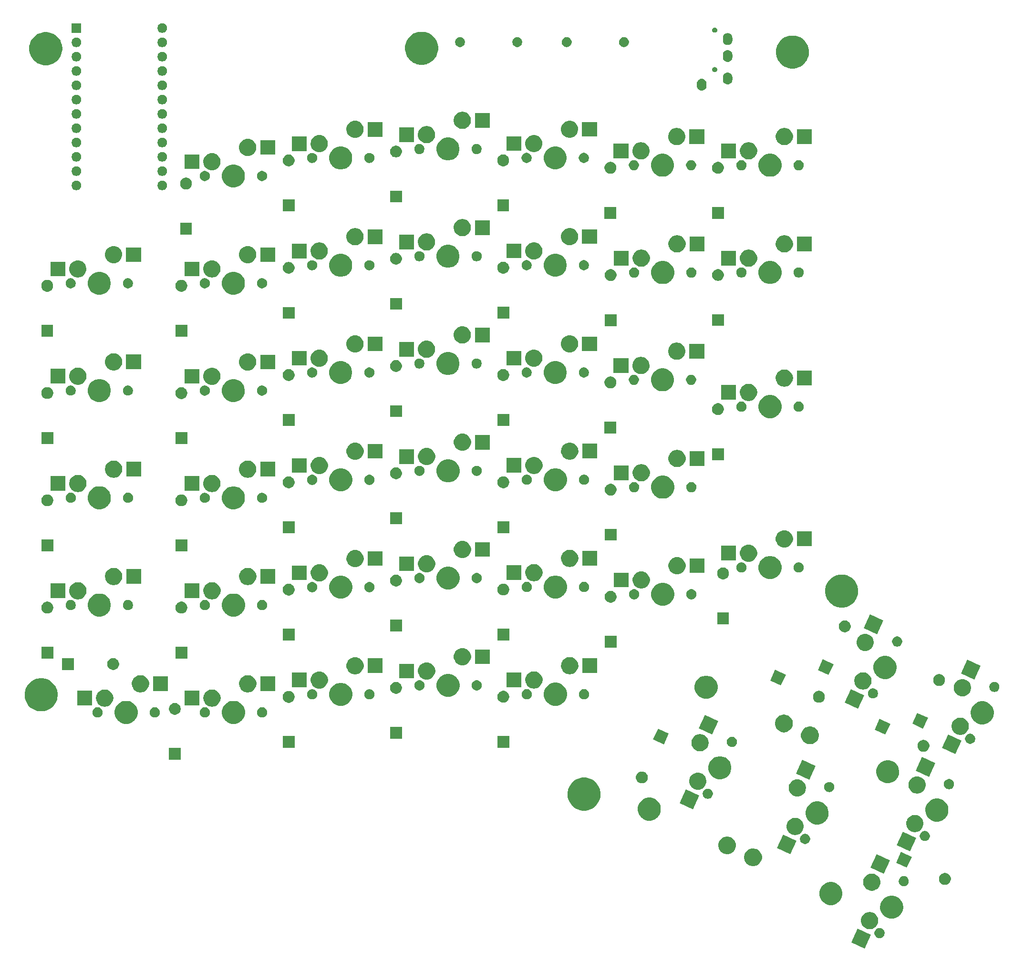
<source format=gbr>
G04 #@! TF.GenerationSoftware,KiCad,Pcbnew,(5.0.1)-3*
G04 #@! TF.CreationDate,2018-11-25T15:03:35-08:00*
G04 #@! TF.ProjectId,ErgoMaxLeft,4572676F4D61784C6566742E6B696361,rev?*
G04 #@! TF.SameCoordinates,Original*
G04 #@! TF.FileFunction,Soldermask,Bot*
G04 #@! TF.FilePolarity,Negative*
%FSLAX46Y46*%
G04 Gerber Fmt 4.6, Leading zero omitted, Abs format (unit mm)*
G04 Created by KiCad (PCBNEW (5.0.1)-3) date 25/11/2018 15:03:35*
%MOMM*%
%LPD*%
G01*
G04 APERTURE LIST*
%ADD10C,0.100000*%
G04 APERTURE END LIST*
D10*
G36*
X261777958Y-198396225D02*
X260657174Y-200799754D01*
X258298960Y-199700101D01*
X259419744Y-197296572D01*
X261777958Y-198396225D01*
X261777958Y-198396225D01*
G37*
G36*
X263566862Y-197188856D02*
X263730834Y-197256776D01*
X263878404Y-197355379D01*
X264003903Y-197480878D01*
X264102506Y-197628448D01*
X264170426Y-197792420D01*
X264205050Y-197966491D01*
X264205050Y-198143973D01*
X264170426Y-198318044D01*
X264102506Y-198482016D01*
X264003903Y-198629586D01*
X263878404Y-198755085D01*
X263730834Y-198853688D01*
X263566862Y-198921608D01*
X263392791Y-198956232D01*
X263215309Y-198956232D01*
X263041238Y-198921608D01*
X262877266Y-198853688D01*
X262729696Y-198755085D01*
X262604197Y-198629586D01*
X262505594Y-198482016D01*
X262437674Y-198318044D01*
X262403050Y-198143973D01*
X262403050Y-197966491D01*
X262437674Y-197792420D01*
X262505594Y-197628448D01*
X262604197Y-197480878D01*
X262729696Y-197355379D01*
X262877266Y-197256776D01*
X263041238Y-197188856D01*
X263215309Y-197154232D01*
X263392791Y-197154232D01*
X263566862Y-197188856D01*
X263566862Y-197188856D01*
G37*
G36*
X261836462Y-194334092D02*
X261983872Y-194363413D01*
X262261586Y-194478446D01*
X262511523Y-194645448D01*
X262724076Y-194858001D01*
X262891078Y-195107938D01*
X263006111Y-195385652D01*
X263064754Y-195680472D01*
X263064754Y-195981068D01*
X263006111Y-196275888D01*
X262891078Y-196553602D01*
X262724076Y-196803539D01*
X262511523Y-197016092D01*
X262261586Y-197183094D01*
X261983872Y-197298127D01*
X261836462Y-197327448D01*
X261689053Y-197356770D01*
X261388455Y-197356770D01*
X261241046Y-197327448D01*
X261093636Y-197298127D01*
X260815922Y-197183094D01*
X260565985Y-197016092D01*
X260353432Y-196803539D01*
X260186430Y-196553602D01*
X260071397Y-196275888D01*
X260012754Y-195981068D01*
X260012754Y-195680472D01*
X260071397Y-195385652D01*
X260186430Y-195107938D01*
X260353432Y-194858001D01*
X260565985Y-194645448D01*
X260815922Y-194478446D01*
X261093636Y-194363413D01*
X261241046Y-194334092D01*
X261388455Y-194304770D01*
X261689053Y-194304770D01*
X261836462Y-194334092D01*
X261836462Y-194334092D01*
G37*
G36*
X266046312Y-191488535D02*
X266046314Y-191488536D01*
X266046315Y-191488536D01*
X266417770Y-191642397D01*
X266750561Y-191864762D01*
X266752073Y-191865772D01*
X267036367Y-192150066D01*
X267036369Y-192150069D01*
X267259742Y-192484369D01*
X267409936Y-192846971D01*
X267413604Y-192855827D01*
X267458136Y-193079704D01*
X267492041Y-193250158D01*
X267492041Y-193652218D01*
X267413603Y-194046552D01*
X267259742Y-194418007D01*
X267107770Y-194645448D01*
X267036367Y-194752310D01*
X266752073Y-195036604D01*
X266752070Y-195036606D01*
X266417770Y-195259979D01*
X266046315Y-195413840D01*
X266046314Y-195413840D01*
X266046312Y-195413841D01*
X265651982Y-195492278D01*
X265249920Y-195492278D01*
X264855590Y-195413841D01*
X264855588Y-195413840D01*
X264855587Y-195413840D01*
X264484132Y-195259979D01*
X264149832Y-195036606D01*
X264149829Y-195036604D01*
X263865535Y-194752310D01*
X263794132Y-194645448D01*
X263642160Y-194418007D01*
X263488299Y-194046552D01*
X263409861Y-193652218D01*
X263409861Y-193250158D01*
X263443766Y-193079704D01*
X263488298Y-192855827D01*
X263491966Y-192846971D01*
X263642160Y-192484369D01*
X263865533Y-192150069D01*
X263865535Y-192150066D01*
X264149829Y-191865772D01*
X264151341Y-191864762D01*
X264484132Y-191642397D01*
X264855587Y-191488536D01*
X264855588Y-191488536D01*
X264855590Y-191488535D01*
X265249920Y-191410098D01*
X265651982Y-191410098D01*
X266046312Y-191488535D01*
X266046312Y-191488535D01*
G37*
G36*
X255255906Y-189068488D02*
X255255908Y-189068489D01*
X255255909Y-189068489D01*
X255628057Y-189222637D01*
X255962982Y-189446427D01*
X256247811Y-189731256D01*
X256471601Y-190066181D01*
X256625749Y-190438329D01*
X256704334Y-190833399D01*
X256704334Y-191236209D01*
X256625749Y-191631279D01*
X256471601Y-192003427D01*
X256247811Y-192338352D01*
X255962982Y-192623181D01*
X255628057Y-192846971D01*
X255255909Y-193001119D01*
X255255908Y-193001119D01*
X255255906Y-193001120D01*
X254860840Y-193079704D01*
X254458028Y-193079704D01*
X254062962Y-193001120D01*
X254062960Y-193001119D01*
X254062959Y-193001119D01*
X253690811Y-192846971D01*
X253355886Y-192623181D01*
X253071057Y-192338352D01*
X252847267Y-192003427D01*
X252693119Y-191631279D01*
X252614534Y-191236209D01*
X252614534Y-190833399D01*
X252693119Y-190438329D01*
X252847267Y-190066181D01*
X253071057Y-189731256D01*
X253355886Y-189446427D01*
X253690811Y-189222637D01*
X254062959Y-189068489D01*
X254062960Y-189068489D01*
X254062962Y-189068488D01*
X254458028Y-188989904D01*
X254860840Y-188989904D01*
X255255906Y-189068488D01*
X255255906Y-189068488D01*
G37*
G36*
X262218066Y-187505587D02*
X262365476Y-187534908D01*
X262643190Y-187649941D01*
X262893127Y-187816943D01*
X263105680Y-188029496D01*
X263272682Y-188279433D01*
X263387715Y-188557147D01*
X263387715Y-188557148D01*
X263446358Y-188851966D01*
X263446358Y-189152564D01*
X263422218Y-189273926D01*
X263387715Y-189447383D01*
X263272682Y-189725097D01*
X263105680Y-189975034D01*
X262893127Y-190187587D01*
X262643190Y-190354589D01*
X262365476Y-190469622D01*
X262218066Y-190498943D01*
X262070657Y-190528265D01*
X261770059Y-190528265D01*
X261622650Y-190498943D01*
X261475240Y-190469622D01*
X261197526Y-190354589D01*
X260947589Y-190187587D01*
X260735036Y-189975034D01*
X260568034Y-189725097D01*
X260453001Y-189447383D01*
X260418498Y-189273926D01*
X260394358Y-189152564D01*
X260394358Y-188851966D01*
X260453001Y-188557148D01*
X260453001Y-188557147D01*
X260568034Y-188279433D01*
X260735036Y-188029496D01*
X260947589Y-187816943D01*
X261197526Y-187649941D01*
X261475240Y-187534908D01*
X261622650Y-187505586D01*
X261770059Y-187476265D01*
X262070657Y-187476265D01*
X262218066Y-187505587D01*
X262218066Y-187505587D01*
G37*
G36*
X267860664Y-187980768D02*
X268024636Y-188048688D01*
X268172206Y-188147291D01*
X268297705Y-188272790D01*
X268396308Y-188420360D01*
X268464228Y-188584332D01*
X268498852Y-188758403D01*
X268498852Y-188935885D01*
X268464228Y-189109956D01*
X268396308Y-189273928D01*
X268297705Y-189421498D01*
X268172206Y-189546997D01*
X268024636Y-189645600D01*
X267860664Y-189713520D01*
X267686593Y-189748144D01*
X267509111Y-189748144D01*
X267335040Y-189713520D01*
X267171068Y-189645600D01*
X267023498Y-189546997D01*
X266897999Y-189421498D01*
X266799396Y-189273928D01*
X266731476Y-189109956D01*
X266696852Y-188935885D01*
X266696852Y-188758403D01*
X266731476Y-188584332D01*
X266799396Y-188420360D01*
X266897999Y-188272790D01*
X267023498Y-188147291D01*
X267171068Y-188048688D01*
X267335040Y-187980768D01*
X267509111Y-187946144D01*
X267686593Y-187946144D01*
X267860664Y-187980768D01*
X267860664Y-187980768D01*
G37*
G36*
X275208876Y-187410502D02*
X275400145Y-187489728D01*
X275572287Y-187604750D01*
X275718674Y-187751137D01*
X275833696Y-187923279D01*
X275912922Y-188114548D01*
X275953311Y-188317597D01*
X275953311Y-188524629D01*
X275912922Y-188727678D01*
X275833696Y-188918947D01*
X275718674Y-189091089D01*
X275572287Y-189237476D01*
X275400145Y-189352498D01*
X275208876Y-189431724D01*
X275005827Y-189472113D01*
X274798795Y-189472113D01*
X274595746Y-189431724D01*
X274404477Y-189352498D01*
X274232335Y-189237476D01*
X274085948Y-189091089D01*
X273970926Y-188918947D01*
X273891700Y-188727678D01*
X273851311Y-188524629D01*
X273851311Y-188317597D01*
X273891700Y-188114548D01*
X273970926Y-187923279D01*
X274085948Y-187751137D01*
X274232335Y-187604750D01*
X274404477Y-187489728D01*
X274595746Y-187410502D01*
X274798795Y-187370113D01*
X275005827Y-187370113D01*
X275208876Y-187410502D01*
X275208876Y-187410502D01*
G37*
G36*
X265160152Y-185132935D02*
X264039368Y-187536464D01*
X261681154Y-186436811D01*
X262801938Y-184033282D01*
X265160152Y-185132935D01*
X265160152Y-185132935D01*
G37*
G36*
X269048551Y-184531809D02*
X268160207Y-186436869D01*
X266255147Y-185548525D01*
X267143491Y-183643465D01*
X269048551Y-184531809D01*
X269048551Y-184531809D01*
G37*
G36*
X241306714Y-183079628D02*
X241425440Y-183128806D01*
X241593344Y-183198354D01*
X241851310Y-183370721D01*
X242070684Y-183590095D01*
X242243051Y-183848061D01*
X242361777Y-184134692D01*
X242422303Y-184438977D01*
X242422303Y-184749227D01*
X242361777Y-185053512D01*
X242243051Y-185340143D01*
X242070684Y-185598109D01*
X241851310Y-185817483D01*
X241593344Y-185989850D01*
X241425440Y-186059398D01*
X241306714Y-186108576D01*
X241002428Y-186169102D01*
X240692178Y-186169102D01*
X240387892Y-186108576D01*
X240269166Y-186059398D01*
X240101262Y-185989850D01*
X239843296Y-185817483D01*
X239623922Y-185598109D01*
X239451555Y-185340143D01*
X239332829Y-185053512D01*
X239272303Y-184749227D01*
X239272303Y-184438977D01*
X239332829Y-184134692D01*
X239451555Y-183848061D01*
X239623922Y-183590095D01*
X239843296Y-183370721D01*
X240101262Y-183198354D01*
X240269166Y-183128806D01*
X240387892Y-183079628D01*
X240540036Y-183049365D01*
X240692178Y-183019102D01*
X241002428Y-183019102D01*
X241306714Y-183079628D01*
X241306714Y-183079628D01*
G37*
G36*
X248550087Y-181671625D02*
X247429303Y-184075154D01*
X245071089Y-182975501D01*
X246191873Y-180571972D01*
X248550087Y-181671625D01*
X248550087Y-181671625D01*
G37*
G36*
X236697190Y-180965425D02*
X236815916Y-181014603D01*
X236983820Y-181084151D01*
X237241786Y-181256518D01*
X237461160Y-181475892D01*
X237633527Y-181733858D01*
X237643284Y-181757414D01*
X237752253Y-182020488D01*
X237773855Y-182129088D01*
X237812779Y-182324774D01*
X237812779Y-182635024D01*
X237752253Y-182939309D01*
X237633527Y-183225940D01*
X237461160Y-183483906D01*
X237241786Y-183703280D01*
X236983820Y-183875647D01*
X236815916Y-183945195D01*
X236697190Y-183994373D01*
X236545046Y-184024636D01*
X236392904Y-184054899D01*
X236082654Y-184054899D01*
X235778368Y-183994373D01*
X235659642Y-183945195D01*
X235491738Y-183875647D01*
X235233772Y-183703280D01*
X235014398Y-183483906D01*
X234842031Y-183225940D01*
X234723305Y-182939309D01*
X234662779Y-182635024D01*
X234662779Y-182324774D01*
X234701703Y-182129088D01*
X234723305Y-182020488D01*
X234832274Y-181757414D01*
X234842031Y-181733858D01*
X235014398Y-181475892D01*
X235233772Y-181256518D01*
X235491738Y-181084151D01*
X235659642Y-181014603D01*
X235778368Y-180965425D01*
X236082654Y-180904899D01*
X236392904Y-180904899D01*
X236697190Y-180965425D01*
X236697190Y-180965425D01*
G37*
G36*
X269810812Y-181156593D02*
X268690028Y-183560122D01*
X266331814Y-182460469D01*
X267452598Y-180056940D01*
X269810812Y-181156593D01*
X269810812Y-181156593D01*
G37*
G36*
X250338991Y-180464256D02*
X250502963Y-180532176D01*
X250650533Y-180630779D01*
X250776032Y-180756278D01*
X250874635Y-180903848D01*
X250942555Y-181067820D01*
X250977179Y-181241891D01*
X250977179Y-181419373D01*
X250942555Y-181593444D01*
X250874635Y-181757416D01*
X250776032Y-181904986D01*
X250650533Y-182030485D01*
X250502963Y-182129088D01*
X250338991Y-182197008D01*
X250164920Y-182231632D01*
X249987438Y-182231632D01*
X249813367Y-182197008D01*
X249649395Y-182129088D01*
X249501825Y-182030485D01*
X249376326Y-181904986D01*
X249277723Y-181757416D01*
X249209803Y-181593444D01*
X249175179Y-181419373D01*
X249175179Y-181241891D01*
X249209803Y-181067820D01*
X249277723Y-180903848D01*
X249376326Y-180756278D01*
X249501825Y-180630779D01*
X249649395Y-180532176D01*
X249813367Y-180464256D01*
X249987438Y-180429632D01*
X250164920Y-180429632D01*
X250338991Y-180464256D01*
X250338991Y-180464256D01*
G37*
G36*
X271599716Y-179949224D02*
X271763688Y-180017144D01*
X271911258Y-180115747D01*
X272036757Y-180241246D01*
X272135360Y-180388816D01*
X272203280Y-180552788D01*
X272237904Y-180726859D01*
X272237904Y-180904341D01*
X272203280Y-181078412D01*
X272135360Y-181242384D01*
X272036757Y-181389954D01*
X271911258Y-181515453D01*
X271763688Y-181614056D01*
X271599716Y-181681976D01*
X271425645Y-181716600D01*
X271248163Y-181716600D01*
X271074092Y-181681976D01*
X270910120Y-181614056D01*
X270762550Y-181515453D01*
X270637051Y-181389954D01*
X270538448Y-181242384D01*
X270470528Y-181078412D01*
X270435904Y-180904341D01*
X270435904Y-180726859D01*
X270470528Y-180552788D01*
X270538448Y-180388816D01*
X270637051Y-180241246D01*
X270762550Y-180115747D01*
X270910120Y-180017144D01*
X271074092Y-179949224D01*
X271248163Y-179914600D01*
X271425645Y-179914600D01*
X271599716Y-179949224D01*
X271599716Y-179949224D01*
G37*
G36*
X248608591Y-177609491D02*
X248756001Y-177638813D01*
X249033715Y-177753846D01*
X249283652Y-177920848D01*
X249496205Y-178133401D01*
X249663207Y-178383338D01*
X249687025Y-178440840D01*
X249778240Y-178661053D01*
X249836883Y-178955871D01*
X249836883Y-179256469D01*
X249825445Y-179313970D01*
X249778240Y-179551288D01*
X249663207Y-179829002D01*
X249496205Y-180078939D01*
X249283652Y-180291492D01*
X249033715Y-180458494D01*
X248756001Y-180573527D01*
X248608591Y-180602849D01*
X248461182Y-180632170D01*
X248160584Y-180632170D01*
X248013175Y-180602848D01*
X247865765Y-180573527D01*
X247588051Y-180458494D01*
X247338114Y-180291492D01*
X247125561Y-180078939D01*
X246958559Y-179829002D01*
X246843526Y-179551288D01*
X246796321Y-179313970D01*
X246784883Y-179256469D01*
X246784883Y-178955871D01*
X246843526Y-178661053D01*
X246934741Y-178440840D01*
X246958559Y-178383338D01*
X247125561Y-178133401D01*
X247338114Y-177920848D01*
X247588051Y-177753846D01*
X247865765Y-177638813D01*
X248013175Y-177609491D01*
X248160584Y-177580170D01*
X248461182Y-177580170D01*
X248608591Y-177609491D01*
X248608591Y-177609491D01*
G37*
G36*
X269869316Y-177094460D02*
X270016726Y-177123781D01*
X270294440Y-177238814D01*
X270544377Y-177405816D01*
X270756930Y-177618369D01*
X270923932Y-177868306D01*
X270980765Y-178005513D01*
X271038965Y-178146021D01*
X271086171Y-178383339D01*
X271097608Y-178440840D01*
X271097608Y-178741436D01*
X271038965Y-179036256D01*
X270923932Y-179313970D01*
X270756930Y-179563907D01*
X270544377Y-179776460D01*
X270294440Y-179943462D01*
X270016726Y-180058495D01*
X269913946Y-180078939D01*
X269721907Y-180117138D01*
X269421309Y-180117138D01*
X269229270Y-180078939D01*
X269126490Y-180058495D01*
X268848776Y-179943462D01*
X268598839Y-179776460D01*
X268386286Y-179563907D01*
X268219284Y-179313970D01*
X268104251Y-179036256D01*
X268045608Y-178741436D01*
X268045608Y-178440840D01*
X268057046Y-178383339D01*
X268104251Y-178146021D01*
X268162451Y-178005513D01*
X268219284Y-177868306D01*
X268386286Y-177618369D01*
X268598839Y-177405816D01*
X268848776Y-177238814D01*
X269126490Y-177123781D01*
X269273900Y-177094460D01*
X269421309Y-177065138D01*
X269721907Y-177065138D01*
X269869316Y-177094460D01*
X269869316Y-177094460D01*
G37*
G36*
X252818441Y-174763935D02*
X252818443Y-174763936D01*
X252818444Y-174763936D01*
X253189899Y-174917797D01*
X253522690Y-175140162D01*
X253524202Y-175141172D01*
X253808496Y-175425466D01*
X253808498Y-175425469D01*
X254031871Y-175759769D01*
X254185732Y-176131224D01*
X254185733Y-176131227D01*
X254264170Y-176525557D01*
X254264170Y-176927619D01*
X254202270Y-177238814D01*
X254185732Y-177321952D01*
X254031871Y-177693407D01*
X253915006Y-177868307D01*
X253808496Y-178027710D01*
X253524202Y-178312004D01*
X253524199Y-178312006D01*
X253189899Y-178535379D01*
X252818444Y-178689240D01*
X252818443Y-178689240D01*
X252818441Y-178689241D01*
X252424111Y-178767678D01*
X252022049Y-178767678D01*
X251627719Y-178689241D01*
X251627717Y-178689240D01*
X251627716Y-178689240D01*
X251256261Y-178535379D01*
X250921961Y-178312006D01*
X250921958Y-178312004D01*
X250637664Y-178027710D01*
X250531154Y-177868307D01*
X250414289Y-177693407D01*
X250260428Y-177321952D01*
X250243891Y-177238814D01*
X250181990Y-176927619D01*
X250181990Y-176525557D01*
X250260427Y-176131227D01*
X250260428Y-176131224D01*
X250414289Y-175759769D01*
X250637662Y-175425469D01*
X250637664Y-175425466D01*
X250921958Y-175141172D01*
X250923470Y-175140162D01*
X251256261Y-174917797D01*
X251627716Y-174763936D01*
X251627717Y-174763936D01*
X251627719Y-174763935D01*
X252022049Y-174685498D01*
X252424111Y-174685498D01*
X252818441Y-174763935D01*
X252818441Y-174763935D01*
G37*
G36*
X274079166Y-174248903D02*
X274079168Y-174248904D01*
X274079169Y-174248904D01*
X274450624Y-174402765D01*
X274783415Y-174625130D01*
X274784927Y-174626140D01*
X275069221Y-174910434D01*
X275069223Y-174910437D01*
X275292596Y-175244737D01*
X275367457Y-175425469D01*
X275446458Y-175616195D01*
X275524895Y-176010525D01*
X275524895Y-176412587D01*
X275480521Y-176635673D01*
X275446457Y-176806920D01*
X275292596Y-177178375D01*
X275182766Y-177342746D01*
X275069221Y-177512678D01*
X274784927Y-177796972D01*
X274784924Y-177796974D01*
X274450624Y-178020347D01*
X274079169Y-178174208D01*
X274079168Y-178174208D01*
X274079166Y-178174209D01*
X273684836Y-178252646D01*
X273282774Y-178252646D01*
X272888444Y-178174209D01*
X272888442Y-178174208D01*
X272888441Y-178174208D01*
X272516986Y-178020347D01*
X272182686Y-177796974D01*
X272182683Y-177796972D01*
X271898389Y-177512678D01*
X271784844Y-177342746D01*
X271675014Y-177178375D01*
X271521153Y-176806920D01*
X271487090Y-176635673D01*
X271442715Y-176412587D01*
X271442715Y-176010525D01*
X271521152Y-175616195D01*
X271600153Y-175425469D01*
X271675014Y-175244737D01*
X271898387Y-174910437D01*
X271898389Y-174910434D01*
X272182683Y-174626140D01*
X272184195Y-174625130D01*
X272516986Y-174402765D01*
X272888441Y-174248904D01*
X272888442Y-174248904D01*
X272888444Y-174248903D01*
X273282774Y-174170466D01*
X273684836Y-174170466D01*
X274079166Y-174248903D01*
X274079166Y-174248903D01*
G37*
G36*
X223022120Y-174072882D02*
X223022122Y-174072883D01*
X223022123Y-174072883D01*
X223394271Y-174227031D01*
X223729196Y-174450821D01*
X224014025Y-174735650D01*
X224237815Y-175070575D01*
X224310391Y-175245790D01*
X224391964Y-175442726D01*
X224470548Y-175837792D01*
X224470548Y-176240604D01*
X224413867Y-176525558D01*
X224391963Y-176635673D01*
X224237815Y-177007821D01*
X224014025Y-177342746D01*
X223729196Y-177627575D01*
X223394271Y-177851365D01*
X223022123Y-178005513D01*
X223022122Y-178005513D01*
X223022120Y-178005514D01*
X222627054Y-178084098D01*
X222224242Y-178084098D01*
X221829176Y-178005514D01*
X221829174Y-178005513D01*
X221829173Y-178005513D01*
X221457025Y-177851365D01*
X221122100Y-177627575D01*
X220837271Y-177342746D01*
X220613481Y-177007821D01*
X220459333Y-176635673D01*
X220437430Y-176525558D01*
X220380748Y-176240604D01*
X220380748Y-175837792D01*
X220459332Y-175442726D01*
X220540905Y-175245790D01*
X220613481Y-175070575D01*
X220837271Y-174735650D01*
X221122100Y-174450821D01*
X221457025Y-174227031D01*
X221829173Y-174072883D01*
X221829174Y-174072883D01*
X221829176Y-174072882D01*
X222224242Y-173994298D01*
X222627054Y-173994298D01*
X223022120Y-174072882D01*
X223022120Y-174072882D01*
G37*
G36*
X211500403Y-170515305D02*
X211698481Y-170554705D01*
X211911334Y-170642872D01*
X212232379Y-170775853D01*
X212712880Y-171096913D01*
X213121504Y-171505537D01*
X213442564Y-171986038D01*
X213523680Y-172181869D01*
X213663712Y-172519936D01*
X213682144Y-172612599D01*
X213776452Y-173086719D01*
X213776452Y-173664611D01*
X213732254Y-173886809D01*
X213663712Y-174231394D01*
X213592727Y-174402766D01*
X213442564Y-174765292D01*
X213121504Y-175245793D01*
X212712880Y-175654417D01*
X212232379Y-175975477D01*
X211919629Y-176105022D01*
X211698481Y-176196625D01*
X211509553Y-176234205D01*
X211131698Y-176309365D01*
X210553806Y-176309365D01*
X210175951Y-176234205D01*
X209987023Y-176196625D01*
X209765875Y-176105022D01*
X209453125Y-175975477D01*
X208972624Y-175654417D01*
X208564000Y-175245793D01*
X208242940Y-174765292D01*
X208092777Y-174402766D01*
X208021792Y-174231394D01*
X207953250Y-173886809D01*
X207909052Y-173664611D01*
X207909052Y-173086719D01*
X208003360Y-172612599D01*
X208021792Y-172519936D01*
X208161824Y-172181869D01*
X208242940Y-171986038D01*
X208564000Y-171505537D01*
X208972624Y-171096913D01*
X209453125Y-170775853D01*
X209774170Y-170642872D01*
X209987023Y-170554705D01*
X210185101Y-170515305D01*
X210553806Y-170441965D01*
X211131698Y-170441965D01*
X211500403Y-170515305D01*
X211500403Y-170515305D01*
G37*
G36*
X231279443Y-173653445D02*
X230158659Y-176056974D01*
X227800445Y-174957321D01*
X228921229Y-172553792D01*
X231279443Y-173653445D01*
X231279443Y-173653445D01*
G37*
G36*
X233068347Y-172446076D02*
X233232319Y-172513996D01*
X233379889Y-172612599D01*
X233505388Y-172738098D01*
X233603991Y-172885668D01*
X233671911Y-173049640D01*
X233706535Y-173223711D01*
X233706535Y-173401193D01*
X233671911Y-173575264D01*
X233603991Y-173739236D01*
X233505388Y-173886806D01*
X233379889Y-174012305D01*
X233232319Y-174110908D01*
X233068347Y-174178828D01*
X232894276Y-174213452D01*
X232716794Y-174213452D01*
X232542723Y-174178828D01*
X232378751Y-174110908D01*
X232231181Y-174012305D01*
X232105682Y-173886806D01*
X232007079Y-173739236D01*
X231939159Y-173575264D01*
X231904535Y-173401193D01*
X231904535Y-173223711D01*
X231939159Y-173049640D01*
X232007079Y-172885668D01*
X232105682Y-172738098D01*
X232231181Y-172612599D01*
X232378751Y-172513996D01*
X232542723Y-172446076D01*
X232716794Y-172411452D01*
X232894276Y-172411452D01*
X233068347Y-172446076D01*
X233068347Y-172446076D01*
G37*
G36*
X248964387Y-170775853D02*
X249137605Y-170810308D01*
X249415319Y-170925341D01*
X249665256Y-171092343D01*
X249877809Y-171304896D01*
X250044811Y-171554833D01*
X250150845Y-171810822D01*
X250159844Y-171832548D01*
X250218487Y-172127366D01*
X250218487Y-172427964D01*
X250207049Y-172485465D01*
X250159844Y-172722783D01*
X250044811Y-173000497D01*
X249877809Y-173250434D01*
X249665256Y-173462987D01*
X249415319Y-173629989D01*
X249137605Y-173745022D01*
X248990195Y-173774344D01*
X248842786Y-173803665D01*
X248542188Y-173803665D01*
X248394779Y-173774343D01*
X248247369Y-173745022D01*
X247969655Y-173629989D01*
X247719718Y-173462987D01*
X247507165Y-173250434D01*
X247340163Y-173000497D01*
X247225130Y-172722783D01*
X247177925Y-172485465D01*
X247166487Y-172427964D01*
X247166487Y-172127366D01*
X247225130Y-171832548D01*
X247234129Y-171810822D01*
X247340163Y-171554833D01*
X247507165Y-171304896D01*
X247719718Y-171092343D01*
X247969655Y-170925341D01*
X248247369Y-170810308D01*
X248420587Y-170775853D01*
X248542188Y-170751665D01*
X248842786Y-170751665D01*
X248964387Y-170775853D01*
X248964387Y-170775853D01*
G37*
G36*
X270250920Y-170265955D02*
X270398330Y-170295276D01*
X270676044Y-170410309D01*
X270925981Y-170577311D01*
X271138534Y-170789864D01*
X271305536Y-171039801D01*
X271415341Y-171304894D01*
X271420569Y-171317516D01*
X271467775Y-171554834D01*
X271479212Y-171612335D01*
X271479212Y-171912931D01*
X271420569Y-172207751D01*
X271305536Y-172485465D01*
X271138534Y-172735402D01*
X270925981Y-172947955D01*
X270676044Y-173114957D01*
X270398330Y-173229990D01*
X270295550Y-173250434D01*
X270103511Y-173288633D01*
X269802913Y-173288633D01*
X269610874Y-173250434D01*
X269508094Y-173229990D01*
X269230380Y-173114957D01*
X268980443Y-172947955D01*
X268767890Y-172735402D01*
X268600888Y-172485465D01*
X268485855Y-172207751D01*
X268427212Y-171912931D01*
X268427212Y-171612335D01*
X268438650Y-171554834D01*
X268485855Y-171317516D01*
X268491083Y-171304894D01*
X268600888Y-171039801D01*
X268767890Y-170789864D01*
X268980443Y-170577311D01*
X269230380Y-170410309D01*
X269508094Y-170295276D01*
X269655504Y-170265955D01*
X269802913Y-170236633D01*
X270103511Y-170236633D01*
X270250920Y-170265955D01*
X270250920Y-170265955D01*
G37*
G36*
X254632793Y-171256168D02*
X254796765Y-171324088D01*
X254944335Y-171422691D01*
X255069834Y-171548190D01*
X255168437Y-171695760D01*
X255236357Y-171859732D01*
X255270981Y-172033803D01*
X255270981Y-172211285D01*
X255236357Y-172385356D01*
X255168437Y-172549328D01*
X255069834Y-172696898D01*
X254944335Y-172822397D01*
X254796765Y-172921000D01*
X254632793Y-172988920D01*
X254458722Y-173023544D01*
X254281240Y-173023544D01*
X254107169Y-172988920D01*
X253943197Y-172921000D01*
X253795627Y-172822397D01*
X253670128Y-172696898D01*
X253571525Y-172549328D01*
X253503605Y-172385356D01*
X253468981Y-172211285D01*
X253468981Y-172033803D01*
X253503605Y-171859732D01*
X253571525Y-171695760D01*
X253670128Y-171548190D01*
X253795627Y-171422691D01*
X253943197Y-171324088D01*
X254107169Y-171256168D01*
X254281240Y-171221544D01*
X254458722Y-171221544D01*
X254632793Y-171256168D01*
X254632793Y-171256168D01*
G37*
G36*
X231337947Y-169591312D02*
X231485357Y-169620633D01*
X231763071Y-169735666D01*
X232013008Y-169902668D01*
X232225561Y-170115221D01*
X232392563Y-170365158D01*
X232480441Y-170577314D01*
X232507596Y-170642873D01*
X232566239Y-170937691D01*
X232566239Y-171238289D01*
X232541609Y-171362113D01*
X232507596Y-171533108D01*
X232392563Y-171810822D01*
X232225561Y-172060759D01*
X232013008Y-172273312D01*
X231763071Y-172440314D01*
X231485357Y-172555347D01*
X231337947Y-172584669D01*
X231190538Y-172613990D01*
X230889940Y-172613990D01*
X230742531Y-172584669D01*
X230595121Y-172555347D01*
X230317407Y-172440314D01*
X230067470Y-172273312D01*
X229854917Y-172060759D01*
X229687915Y-171810822D01*
X229572882Y-171533108D01*
X229538869Y-171362113D01*
X229514239Y-171238289D01*
X229514239Y-170937691D01*
X229572882Y-170642873D01*
X229600037Y-170577314D01*
X229687915Y-170365158D01*
X229854917Y-170115221D01*
X230067470Y-169902668D01*
X230317407Y-169735666D01*
X230595121Y-169620633D01*
X230742531Y-169591312D01*
X230889940Y-169561990D01*
X231190538Y-169561990D01*
X231337947Y-169591312D01*
X231337947Y-169591312D01*
G37*
G36*
X275893518Y-170741136D02*
X276057490Y-170809056D01*
X276205060Y-170907659D01*
X276330559Y-171033158D01*
X276429162Y-171180728D01*
X276497082Y-171344700D01*
X276531706Y-171518771D01*
X276531706Y-171696253D01*
X276497082Y-171870324D01*
X276429162Y-172034296D01*
X276330559Y-172181866D01*
X276205060Y-172307365D01*
X276057490Y-172405968D01*
X275893518Y-172473888D01*
X275719447Y-172508512D01*
X275541965Y-172508512D01*
X275367894Y-172473888D01*
X275203922Y-172405968D01*
X275056352Y-172307365D01*
X274930853Y-172181866D01*
X274832250Y-172034296D01*
X274764330Y-171870324D01*
X274729706Y-171696253D01*
X274729706Y-171518771D01*
X274764330Y-171344700D01*
X274832250Y-171180728D01*
X274930853Y-171033158D01*
X275056352Y-170907659D01*
X275203922Y-170809056D01*
X275367894Y-170741136D01*
X275541965Y-170706512D01*
X275719447Y-170706512D01*
X275893518Y-170741136D01*
X275893518Y-170741136D01*
G37*
G36*
X221422352Y-169401180D02*
X221613621Y-169480406D01*
X221785763Y-169595428D01*
X221932150Y-169741815D01*
X222047172Y-169913957D01*
X222126398Y-170105226D01*
X222166787Y-170308275D01*
X222166787Y-170515307D01*
X222126398Y-170718356D01*
X222047172Y-170909625D01*
X221932150Y-171081767D01*
X221785763Y-171228154D01*
X221613621Y-171343176D01*
X221422352Y-171422402D01*
X221219303Y-171462791D01*
X221012271Y-171462791D01*
X220809222Y-171422402D01*
X220617953Y-171343176D01*
X220445811Y-171228154D01*
X220299424Y-171081767D01*
X220184402Y-170909625D01*
X220105176Y-170718356D01*
X220064787Y-170515307D01*
X220064787Y-170308275D01*
X220105176Y-170105226D01*
X220184402Y-169913957D01*
X220299424Y-169741815D01*
X220445811Y-169595428D01*
X220617953Y-169480406D01*
X220809222Y-169401180D01*
X221012271Y-169360791D01*
X221219303Y-169360791D01*
X221422352Y-169401180D01*
X221422352Y-169401180D01*
G37*
G36*
X265346340Y-167429482D02*
X265346342Y-167429483D01*
X265346343Y-167429483D01*
X265718491Y-167583631D01*
X266053416Y-167807421D01*
X266338245Y-168092250D01*
X266562035Y-168427175D01*
X266716183Y-168799323D01*
X266716184Y-168799326D01*
X266794768Y-169194392D01*
X266794768Y-169597204D01*
X266731762Y-169913957D01*
X266716183Y-169992273D01*
X266562035Y-170364421D01*
X266338245Y-170699346D01*
X266053416Y-170984175D01*
X265718491Y-171207965D01*
X265346343Y-171362113D01*
X265346342Y-171362113D01*
X265346340Y-171362114D01*
X264951274Y-171440698D01*
X264548462Y-171440698D01*
X264153396Y-171362114D01*
X264153394Y-171362113D01*
X264153393Y-171362113D01*
X263781245Y-171207965D01*
X263446320Y-170984175D01*
X263161491Y-170699346D01*
X262937701Y-170364421D01*
X262783553Y-169992273D01*
X262767975Y-169913957D01*
X262704968Y-169597204D01*
X262704968Y-169194392D01*
X262783552Y-168799326D01*
X262783553Y-168799323D01*
X262937701Y-168427175D01*
X263161491Y-168092250D01*
X263446320Y-167807421D01*
X263781245Y-167583631D01*
X264153393Y-167429483D01*
X264153394Y-167429483D01*
X264153396Y-167429482D01*
X264548462Y-167350898D01*
X264951274Y-167350898D01*
X265346340Y-167429482D01*
X265346340Y-167429482D01*
G37*
G36*
X251932281Y-168408335D02*
X250811497Y-170811864D01*
X248453283Y-169712211D01*
X249574067Y-167308682D01*
X251932281Y-168408335D01*
X251932281Y-168408335D01*
G37*
G36*
X235547797Y-166745755D02*
X235547799Y-166745756D01*
X235547800Y-166745756D01*
X235919255Y-166899617D01*
X236252046Y-167121982D01*
X236253558Y-167122992D01*
X236537852Y-167407286D01*
X236537854Y-167407289D01*
X236761227Y-167741589D01*
X236906474Y-168092248D01*
X236915089Y-168113047D01*
X236977573Y-168427175D01*
X236993526Y-168507378D01*
X236993526Y-168909438D01*
X236915088Y-169303772D01*
X236761227Y-169675227D01*
X236601712Y-169913957D01*
X236537852Y-170009530D01*
X236253558Y-170293824D01*
X236253555Y-170293826D01*
X235919255Y-170517199D01*
X235547800Y-170671060D01*
X235547799Y-170671060D01*
X235547797Y-170671061D01*
X235153467Y-170749498D01*
X234751405Y-170749498D01*
X234357075Y-170671061D01*
X234357073Y-170671060D01*
X234357072Y-170671060D01*
X233985617Y-170517199D01*
X233651317Y-170293826D01*
X233651314Y-170293824D01*
X233367020Y-170009530D01*
X233303160Y-169913957D01*
X233143645Y-169675227D01*
X232989784Y-169303772D01*
X232911346Y-168909438D01*
X232911346Y-168507378D01*
X232927299Y-168427175D01*
X232989783Y-168113047D01*
X232998398Y-168092248D01*
X233143645Y-167741589D01*
X233367018Y-167407289D01*
X233367020Y-167407286D01*
X233651314Y-167122992D01*
X233652826Y-167121982D01*
X233985617Y-166899617D01*
X234357072Y-166745756D01*
X234357073Y-166745756D01*
X234357075Y-166745755D01*
X234751405Y-166667318D01*
X235153467Y-166667318D01*
X235547797Y-166745755D01*
X235547797Y-166745755D01*
G37*
G36*
X273193006Y-167893303D02*
X272072222Y-170296832D01*
X269714008Y-169197179D01*
X270834792Y-166793650D01*
X273193006Y-167893303D01*
X273193006Y-167893303D01*
G37*
G36*
X139252400Y-167306200D02*
X137150400Y-167306200D01*
X137150400Y-165204200D01*
X139252400Y-165204200D01*
X139252400Y-167306200D01*
X139252400Y-167306200D01*
G37*
G36*
X277861689Y-163891430D02*
X276740905Y-166294959D01*
X274382691Y-165195306D01*
X275503475Y-162791777D01*
X277861689Y-163891430D01*
X277861689Y-163891430D01*
G37*
G36*
X271398876Y-163780882D02*
X271590145Y-163860108D01*
X271762287Y-163975130D01*
X271908674Y-164121517D01*
X272023696Y-164293659D01*
X272102922Y-164484928D01*
X272143311Y-164687977D01*
X272143311Y-164895009D01*
X272102922Y-165098058D01*
X272023696Y-165289327D01*
X271908674Y-165461469D01*
X271762287Y-165607856D01*
X271590145Y-165722878D01*
X271398876Y-165802104D01*
X271195827Y-165842493D01*
X270988795Y-165842493D01*
X270785746Y-165802104D01*
X270594477Y-165722878D01*
X270422335Y-165607856D01*
X270275948Y-165461469D01*
X270160926Y-165289327D01*
X270081700Y-165098058D01*
X270041311Y-164895009D01*
X270041311Y-164687977D01*
X270081700Y-164484928D01*
X270160926Y-164293659D01*
X270275948Y-164121517D01*
X270422335Y-163975130D01*
X270594477Y-163860108D01*
X270785746Y-163780882D01*
X270988795Y-163740493D01*
X271195827Y-163740493D01*
X271398876Y-163780882D01*
X271398876Y-163780882D01*
G37*
G36*
X231719551Y-162762807D02*
X231866961Y-162792128D01*
X232144675Y-162907161D01*
X232394612Y-163074163D01*
X232607165Y-163286716D01*
X232774167Y-163536653D01*
X232889200Y-163814367D01*
X232904529Y-163891430D01*
X232947843Y-164109186D01*
X232947843Y-164409784D01*
X232932896Y-164484928D01*
X232889200Y-164704603D01*
X232774167Y-164982317D01*
X232607165Y-165232254D01*
X232394612Y-165444807D01*
X232144675Y-165611809D01*
X231866961Y-165726842D01*
X231719551Y-165756163D01*
X231572142Y-165785485D01*
X231271544Y-165785485D01*
X231124135Y-165756163D01*
X230976725Y-165726842D01*
X230699011Y-165611809D01*
X230449074Y-165444807D01*
X230236521Y-165232254D01*
X230069519Y-164982317D01*
X229954486Y-164704603D01*
X229910790Y-164484928D01*
X229895843Y-164409784D01*
X229895843Y-164109186D01*
X229939157Y-163891430D01*
X229954486Y-163814367D01*
X230069519Y-163536653D01*
X230236521Y-163286716D01*
X230449074Y-163074163D01*
X230699011Y-162907161D01*
X230976725Y-162792128D01*
X231124135Y-162762807D01*
X231271544Y-162733485D01*
X231572142Y-162733485D01*
X231719551Y-162762807D01*
X231719551Y-162762807D01*
G37*
G36*
X159474961Y-165166005D02*
X157372961Y-165166005D01*
X157372961Y-163064005D01*
X159474961Y-163064005D01*
X159474961Y-165166005D01*
X159474961Y-165166005D01*
G37*
G36*
X197574961Y-165146005D02*
X195472961Y-165146005D01*
X195472961Y-163044005D01*
X197574961Y-163044005D01*
X197574961Y-165146005D01*
X197574961Y-165146005D01*
G37*
G36*
X237362149Y-163237988D02*
X237526121Y-163305908D01*
X237673691Y-163404511D01*
X237799190Y-163530010D01*
X237897793Y-163677580D01*
X237965713Y-163841552D01*
X238000337Y-164015623D01*
X238000337Y-164193105D01*
X237965713Y-164367176D01*
X237897793Y-164531148D01*
X237799190Y-164678718D01*
X237673691Y-164804217D01*
X237526121Y-164902820D01*
X237362149Y-164970740D01*
X237188078Y-165005364D01*
X237010596Y-165005364D01*
X236836525Y-164970740D01*
X236672553Y-164902820D01*
X236524983Y-164804217D01*
X236399484Y-164678718D01*
X236300881Y-164531148D01*
X236232961Y-164367176D01*
X236198337Y-164193105D01*
X236198337Y-164015623D01*
X236232961Y-163841552D01*
X236300881Y-163677580D01*
X236399484Y-163530010D01*
X236524983Y-163404511D01*
X236672553Y-163305908D01*
X236836525Y-163237988D01*
X237010596Y-163203364D01*
X237188078Y-163203364D01*
X237362149Y-163237988D01*
X237362149Y-163237988D01*
G37*
G36*
X225893435Y-162652971D02*
X225005091Y-164558031D01*
X223100031Y-163669687D01*
X223988375Y-161764627D01*
X225893435Y-162652971D01*
X225893435Y-162652971D01*
G37*
G36*
X251397148Y-161440623D02*
X251515874Y-161489801D01*
X251683778Y-161559349D01*
X251941744Y-161731716D01*
X252161118Y-161951090D01*
X252333485Y-162209056D01*
X252394089Y-162355368D01*
X252452211Y-162495686D01*
X252512737Y-162799973D01*
X252512737Y-163110221D01*
X252454200Y-163404511D01*
X252452211Y-163414507D01*
X252333485Y-163701138D01*
X252161118Y-163959104D01*
X251941744Y-164178478D01*
X251683778Y-164350845D01*
X251515874Y-164420393D01*
X251397148Y-164469571D01*
X251245004Y-164499834D01*
X251092862Y-164530097D01*
X250782612Y-164530097D01*
X250630470Y-164499834D01*
X250478326Y-164469571D01*
X250359600Y-164420393D01*
X250191696Y-164350845D01*
X249933730Y-164178478D01*
X249714356Y-163959104D01*
X249541989Y-163701138D01*
X249423263Y-163414507D01*
X249421275Y-163404511D01*
X249362737Y-163110221D01*
X249362737Y-162799973D01*
X249423263Y-162495686D01*
X249481385Y-162355368D01*
X249541989Y-162209056D01*
X249714356Y-161951090D01*
X249933730Y-161731716D01*
X250191696Y-161559349D01*
X250359600Y-161489801D01*
X250478326Y-161440623D01*
X250782612Y-161380097D01*
X251092862Y-161380097D01*
X251397148Y-161440623D01*
X251397148Y-161440623D01*
G37*
G36*
X279650593Y-162684061D02*
X279814565Y-162751981D01*
X279962135Y-162850584D01*
X280087634Y-162976083D01*
X280186237Y-163123653D01*
X280254157Y-163287625D01*
X280288781Y-163461696D01*
X280288781Y-163639178D01*
X280254157Y-163813249D01*
X280186237Y-163977221D01*
X280087634Y-164124791D01*
X279962135Y-164250290D01*
X279814565Y-164348893D01*
X279650593Y-164416813D01*
X279476522Y-164451437D01*
X279299040Y-164451437D01*
X279124969Y-164416813D01*
X278960997Y-164348893D01*
X278813427Y-164250290D01*
X278687928Y-164124791D01*
X278589325Y-163977221D01*
X278521405Y-163813249D01*
X278486781Y-163639178D01*
X278486781Y-163461696D01*
X278521405Y-163287625D01*
X278589325Y-163123653D01*
X278687928Y-162976083D01*
X278813427Y-162850584D01*
X278960997Y-162751981D01*
X279124969Y-162684061D01*
X279299040Y-162649437D01*
X279476522Y-162649437D01*
X279650593Y-162684061D01*
X279650593Y-162684061D01*
G37*
G36*
X178524961Y-163566005D02*
X176422961Y-163566005D01*
X176422961Y-161464005D01*
X178524961Y-161464005D01*
X178524961Y-163566005D01*
X178524961Y-163566005D01*
G37*
G36*
X277920193Y-159829296D02*
X278067603Y-159858618D01*
X278345317Y-159973651D01*
X278595254Y-160140653D01*
X278807807Y-160353206D01*
X278974809Y-160603143D01*
X279089842Y-160880857D01*
X279148485Y-161175677D01*
X279148485Y-161476273D01*
X279089842Y-161771093D01*
X278974809Y-162048807D01*
X278807807Y-162298744D01*
X278595254Y-162511297D01*
X278345317Y-162678299D01*
X278067603Y-162793332D01*
X277997642Y-162807248D01*
X277772784Y-162851975D01*
X277472186Y-162851975D01*
X277247328Y-162807248D01*
X277177367Y-162793332D01*
X276899653Y-162678299D01*
X276649716Y-162511297D01*
X276437163Y-162298744D01*
X276270161Y-162048807D01*
X276155128Y-161771093D01*
X276096485Y-161476273D01*
X276096485Y-161175677D01*
X276155128Y-160880857D01*
X276270161Y-160603143D01*
X276437163Y-160353206D01*
X276649716Y-160140653D01*
X276899653Y-159973651D01*
X277177367Y-159858618D01*
X277324777Y-159829296D01*
X277472186Y-159799975D01*
X277772784Y-159799975D01*
X277920193Y-159829296D01*
X277920193Y-159829296D01*
G37*
G36*
X265238551Y-160902189D02*
X264350207Y-162807249D01*
X262445147Y-161918905D01*
X263333491Y-160013845D01*
X265238551Y-160902189D01*
X265238551Y-160902189D01*
G37*
G36*
X234661637Y-160390155D02*
X233540853Y-162793684D01*
X231182639Y-161694031D01*
X232303423Y-159290502D01*
X234661637Y-160390155D01*
X234661637Y-160390155D01*
G37*
G36*
X246607051Y-159290502D02*
X246787624Y-159326420D01*
X246906350Y-159375598D01*
X247074254Y-159445146D01*
X247332220Y-159617513D01*
X247551594Y-159836887D01*
X247723961Y-160094853D01*
X247842687Y-160381484D01*
X247903213Y-160685769D01*
X247903213Y-160996019D01*
X247842687Y-161300304D01*
X247723961Y-161586935D01*
X247551594Y-161844901D01*
X247332220Y-162064275D01*
X247074254Y-162236642D01*
X246924326Y-162298744D01*
X246787624Y-162355368D01*
X246635480Y-162385631D01*
X246483338Y-162415894D01*
X246173088Y-162415894D01*
X246020946Y-162385631D01*
X245868802Y-162355368D01*
X245732100Y-162298744D01*
X245582172Y-162236642D01*
X245324206Y-162064275D01*
X245104832Y-161844901D01*
X244932465Y-161586935D01*
X244813739Y-161300304D01*
X244753213Y-160996019D01*
X244753213Y-160685769D01*
X244813739Y-160381484D01*
X244932465Y-160094853D01*
X245104832Y-159836887D01*
X245324206Y-159617513D01*
X245582172Y-159445146D01*
X245750076Y-159375598D01*
X245868802Y-159326420D01*
X246049375Y-159290502D01*
X246173088Y-159265894D01*
X246483338Y-159265894D01*
X246607051Y-159290502D01*
X246607051Y-159290502D01*
G37*
G36*
X271892629Y-159865353D02*
X271004285Y-161770413D01*
X269099225Y-160882069D01*
X269987569Y-158977009D01*
X271892629Y-159865353D01*
X271892629Y-159865353D01*
G37*
G36*
X282130043Y-156983740D02*
X282130045Y-156983741D01*
X282130046Y-156983741D01*
X282501501Y-157137602D01*
X282677821Y-157255416D01*
X282835804Y-157360977D01*
X283120098Y-157645271D01*
X283120100Y-157645274D01*
X283343473Y-157979574D01*
X283497334Y-158351029D01*
X283497335Y-158351032D01*
X283575772Y-158745362D01*
X283575772Y-159147424D01*
X283540168Y-159326420D01*
X283497334Y-159541757D01*
X283343473Y-159913212D01*
X283191501Y-160140653D01*
X283120098Y-160247515D01*
X282835804Y-160531809D01*
X282835801Y-160531811D01*
X282501501Y-160755184D01*
X282130046Y-160909045D01*
X282130045Y-160909045D01*
X282130043Y-160909046D01*
X281735713Y-160987483D01*
X281333651Y-160987483D01*
X280939321Y-160909046D01*
X280939319Y-160909045D01*
X280939318Y-160909045D01*
X280567863Y-160755184D01*
X280233563Y-160531811D01*
X280233560Y-160531809D01*
X279949266Y-160247515D01*
X279877863Y-160140653D01*
X279725891Y-159913212D01*
X279572030Y-159541757D01*
X279529197Y-159326420D01*
X279493592Y-159147424D01*
X279493592Y-158745362D01*
X279572029Y-158351032D01*
X279572030Y-158351029D01*
X279725891Y-157979574D01*
X279949264Y-157645274D01*
X279949266Y-157645271D01*
X280233560Y-157360977D01*
X280391543Y-157255416D01*
X280567863Y-157137602D01*
X280939318Y-156983741D01*
X280939319Y-156983741D01*
X280939321Y-156983740D01*
X281333651Y-156905303D01*
X281735713Y-156905303D01*
X282130043Y-156983740D01*
X282130043Y-156983740D01*
G37*
G36*
X149205361Y-156907347D02*
X149205363Y-156907348D01*
X149205364Y-156907348D01*
X149576819Y-157061209D01*
X149790819Y-157204200D01*
X149911122Y-157284584D01*
X150195416Y-157568878D01*
X150195418Y-157568881D01*
X150418791Y-157903181D01*
X150572652Y-158274636D01*
X150572653Y-158274639D01*
X150651090Y-158668969D01*
X150651090Y-159071031D01*
X150576674Y-159445147D01*
X150572652Y-159465364D01*
X150418791Y-159836819D01*
X150215775Y-160140653D01*
X150195416Y-160171122D01*
X149911122Y-160455416D01*
X149911119Y-160455418D01*
X149576819Y-160678791D01*
X149205364Y-160832652D01*
X149205363Y-160832652D01*
X149205361Y-160832653D01*
X148811031Y-160911090D01*
X148408969Y-160911090D01*
X148014639Y-160832653D01*
X148014637Y-160832652D01*
X148014636Y-160832652D01*
X147643181Y-160678791D01*
X147308881Y-160455418D01*
X147308878Y-160455416D01*
X147024584Y-160171122D01*
X147004225Y-160140653D01*
X146801209Y-159836819D01*
X146647348Y-159465364D01*
X146643327Y-159445147D01*
X146568910Y-159071031D01*
X146568910Y-158668969D01*
X146647347Y-158274639D01*
X146647348Y-158274636D01*
X146801209Y-157903181D01*
X147024582Y-157568881D01*
X147024584Y-157568878D01*
X147308878Y-157284584D01*
X147429181Y-157204200D01*
X147643181Y-157061209D01*
X148014636Y-156907348D01*
X148014637Y-156907348D01*
X148014639Y-156907347D01*
X148408969Y-156828910D01*
X148811031Y-156828910D01*
X149205361Y-156907347D01*
X149205361Y-156907347D01*
G37*
G36*
X130155361Y-156907347D02*
X130155363Y-156907348D01*
X130155364Y-156907348D01*
X130526819Y-157061209D01*
X130740819Y-157204200D01*
X130861122Y-157284584D01*
X131145416Y-157568878D01*
X131145418Y-157568881D01*
X131368791Y-157903181D01*
X131522652Y-158274636D01*
X131522653Y-158274639D01*
X131601090Y-158668969D01*
X131601090Y-159071031D01*
X131526674Y-159445147D01*
X131522652Y-159465364D01*
X131368791Y-159836819D01*
X131165775Y-160140653D01*
X131145416Y-160171122D01*
X130861122Y-160455416D01*
X130861119Y-160455418D01*
X130526819Y-160678791D01*
X130155364Y-160832652D01*
X130155363Y-160832652D01*
X130155361Y-160832653D01*
X129761031Y-160911090D01*
X129358969Y-160911090D01*
X128964639Y-160832653D01*
X128964637Y-160832652D01*
X128964636Y-160832652D01*
X128593181Y-160678791D01*
X128258881Y-160455418D01*
X128258878Y-160455416D01*
X127974584Y-160171122D01*
X127954225Y-160140653D01*
X127751209Y-159836819D01*
X127597348Y-159465364D01*
X127593327Y-159445147D01*
X127518910Y-159071031D01*
X127518910Y-158668969D01*
X127597347Y-158274639D01*
X127597348Y-158274636D01*
X127751209Y-157903181D01*
X127974582Y-157568881D01*
X127974584Y-157568878D01*
X128258878Y-157284584D01*
X128379181Y-157204200D01*
X128593181Y-157061209D01*
X128964636Y-156907348D01*
X128964637Y-156907348D01*
X128964639Y-156907347D01*
X129358969Y-156828910D01*
X129761031Y-156828910D01*
X130155361Y-156907347D01*
X130155361Y-156907347D01*
G37*
G36*
X124742812Y-158003624D02*
X124906784Y-158071544D01*
X125054354Y-158170147D01*
X125179853Y-158295646D01*
X125278456Y-158443216D01*
X125346376Y-158607188D01*
X125381000Y-158781259D01*
X125381000Y-158958741D01*
X125346376Y-159132812D01*
X125278456Y-159296784D01*
X125179853Y-159444354D01*
X125054354Y-159569853D01*
X124906784Y-159668456D01*
X124742812Y-159736376D01*
X124568741Y-159771000D01*
X124391259Y-159771000D01*
X124217188Y-159736376D01*
X124053216Y-159668456D01*
X123905646Y-159569853D01*
X123780147Y-159444354D01*
X123681544Y-159296784D01*
X123613624Y-159132812D01*
X123579000Y-158958741D01*
X123579000Y-158781259D01*
X123613624Y-158607188D01*
X123681544Y-158443216D01*
X123780147Y-158295646D01*
X123905646Y-158170147D01*
X124053216Y-158071544D01*
X124217188Y-158003624D01*
X124391259Y-157969000D01*
X124568741Y-157969000D01*
X124742812Y-158003624D01*
X124742812Y-158003624D01*
G37*
G36*
X153952812Y-158003624D02*
X154116784Y-158071544D01*
X154264354Y-158170147D01*
X154389853Y-158295646D01*
X154488456Y-158443216D01*
X154556376Y-158607188D01*
X154591000Y-158781259D01*
X154591000Y-158958741D01*
X154556376Y-159132812D01*
X154488456Y-159296784D01*
X154389853Y-159444354D01*
X154264354Y-159569853D01*
X154116784Y-159668456D01*
X153952812Y-159736376D01*
X153778741Y-159771000D01*
X153601259Y-159771000D01*
X153427188Y-159736376D01*
X153263216Y-159668456D01*
X153115646Y-159569853D01*
X152990147Y-159444354D01*
X152891544Y-159296784D01*
X152823624Y-159132812D01*
X152789000Y-158958741D01*
X152789000Y-158781259D01*
X152823624Y-158607188D01*
X152891544Y-158443216D01*
X152990147Y-158295646D01*
X153115646Y-158170147D01*
X153263216Y-158071544D01*
X153427188Y-158003624D01*
X153601259Y-157969000D01*
X153778741Y-157969000D01*
X153952812Y-158003624D01*
X153952812Y-158003624D01*
G37*
G36*
X143792812Y-158003624D02*
X143956784Y-158071544D01*
X144104354Y-158170147D01*
X144229853Y-158295646D01*
X144328456Y-158443216D01*
X144396376Y-158607188D01*
X144431000Y-158781259D01*
X144431000Y-158958741D01*
X144396376Y-159132812D01*
X144328456Y-159296784D01*
X144229853Y-159444354D01*
X144104354Y-159569853D01*
X143956784Y-159668456D01*
X143792812Y-159736376D01*
X143618741Y-159771000D01*
X143441259Y-159771000D01*
X143267188Y-159736376D01*
X143103216Y-159668456D01*
X142955646Y-159569853D01*
X142830147Y-159444354D01*
X142731544Y-159296784D01*
X142663624Y-159132812D01*
X142629000Y-158958741D01*
X142629000Y-158781259D01*
X142663624Y-158607188D01*
X142731544Y-158443216D01*
X142830147Y-158295646D01*
X142955646Y-158170147D01*
X143103216Y-158071544D01*
X143267188Y-158003624D01*
X143441259Y-157969000D01*
X143618741Y-157969000D01*
X143792812Y-158003624D01*
X143792812Y-158003624D01*
G37*
G36*
X134902812Y-158003624D02*
X135066784Y-158071544D01*
X135214354Y-158170147D01*
X135339853Y-158295646D01*
X135438456Y-158443216D01*
X135506376Y-158607188D01*
X135541000Y-158781259D01*
X135541000Y-158958741D01*
X135506376Y-159132812D01*
X135438456Y-159296784D01*
X135339853Y-159444354D01*
X135214354Y-159569853D01*
X135066784Y-159668456D01*
X134902812Y-159736376D01*
X134728741Y-159771000D01*
X134551259Y-159771000D01*
X134377188Y-159736376D01*
X134213216Y-159668456D01*
X134065646Y-159569853D01*
X133940147Y-159444354D01*
X133841544Y-159296784D01*
X133773624Y-159132812D01*
X133739000Y-158958741D01*
X133739000Y-158781259D01*
X133773624Y-158607188D01*
X133841544Y-158443216D01*
X133940147Y-158295646D01*
X134065646Y-158170147D01*
X134213216Y-158071544D01*
X134377188Y-158003624D01*
X134551259Y-157969000D01*
X134728741Y-157969000D01*
X134902812Y-158003624D01*
X134902812Y-158003624D01*
G37*
G36*
X138507965Y-157244589D02*
X138699234Y-157323815D01*
X138871376Y-157438837D01*
X139017763Y-157585224D01*
X139132785Y-157757366D01*
X139212011Y-157948635D01*
X139252400Y-158151684D01*
X139252400Y-158358716D01*
X139212011Y-158561765D01*
X139132785Y-158753034D01*
X139017763Y-158925176D01*
X138871376Y-159071563D01*
X138699234Y-159186585D01*
X138507965Y-159265811D01*
X138304916Y-159306200D01*
X138097884Y-159306200D01*
X137894835Y-159265811D01*
X137703566Y-159186585D01*
X137531424Y-159071563D01*
X137385037Y-158925176D01*
X137270015Y-158753034D01*
X137190789Y-158561765D01*
X137150400Y-158358716D01*
X137150400Y-158151684D01*
X137190789Y-157948635D01*
X137270015Y-157757366D01*
X137385037Y-157585224D01*
X137531424Y-157438837D01*
X137703566Y-157323815D01*
X137894835Y-157244589D01*
X138097884Y-157204200D01*
X138304916Y-157204200D01*
X138507965Y-157244589D01*
X138507965Y-157244589D01*
G37*
G36*
X115115540Y-152882324D02*
X115335698Y-152926116D01*
X115507688Y-152997357D01*
X115869596Y-153147264D01*
X116350097Y-153468324D01*
X116758721Y-153876948D01*
X117079781Y-154357449D01*
X117187920Y-154618519D01*
X117300929Y-154891347D01*
X117318101Y-154977676D01*
X117413669Y-155458130D01*
X117413669Y-156036022D01*
X117368050Y-156265364D01*
X117300929Y-156602805D01*
X117233753Y-156764981D01*
X117079781Y-157136703D01*
X116758721Y-157617204D01*
X116350097Y-158025828D01*
X115869596Y-158346888D01*
X115556846Y-158476433D01*
X115335698Y-158568036D01*
X115146770Y-158605616D01*
X114768915Y-158680776D01*
X114191023Y-158680776D01*
X113813168Y-158605616D01*
X113624240Y-158568036D01*
X113403092Y-158476433D01*
X113090342Y-158346888D01*
X112609841Y-158025828D01*
X112201217Y-157617204D01*
X111880157Y-157136703D01*
X111726185Y-156764981D01*
X111659009Y-156602805D01*
X111591888Y-156265364D01*
X111546269Y-156036022D01*
X111546269Y-155458130D01*
X111641837Y-154977676D01*
X111659009Y-154891347D01*
X111772018Y-154618519D01*
X111880157Y-154357449D01*
X112201217Y-153876948D01*
X112609841Y-153468324D01*
X113090342Y-153147264D01*
X113452250Y-152997357D01*
X113624240Y-152926116D01*
X113844398Y-152882324D01*
X114191023Y-152813376D01*
X114768915Y-152813376D01*
X115115540Y-152882324D01*
X115115540Y-152882324D01*
G37*
G36*
X260601901Y-155841433D02*
X259481117Y-158244962D01*
X257122903Y-157145309D01*
X258243687Y-154741780D01*
X260601901Y-155841433D01*
X260601901Y-155841433D01*
G37*
G36*
X145038629Y-154821570D02*
X145245118Y-154862643D01*
X145522832Y-154977676D01*
X145772769Y-155144678D01*
X145985322Y-155357231D01*
X146152324Y-155607168D01*
X146267357Y-155884882D01*
X146288562Y-155991489D01*
X146326000Y-156179701D01*
X146326000Y-156480299D01*
X146311937Y-156551000D01*
X146267357Y-156775118D01*
X146152324Y-157052832D01*
X145985322Y-157302769D01*
X145772769Y-157515322D01*
X145522832Y-157682324D01*
X145245118Y-157797357D01*
X145097708Y-157826679D01*
X144950299Y-157856000D01*
X144649701Y-157856000D01*
X144502292Y-157826679D01*
X144354882Y-157797357D01*
X144077168Y-157682324D01*
X143827231Y-157515322D01*
X143614678Y-157302769D01*
X143447676Y-157052832D01*
X143332643Y-156775118D01*
X143288063Y-156551000D01*
X143274000Y-156480299D01*
X143274000Y-156179701D01*
X143311438Y-155991489D01*
X143332643Y-155884882D01*
X143447676Y-155607168D01*
X143614678Y-155357231D01*
X143827231Y-155144678D01*
X144077168Y-154977676D01*
X144354882Y-154862643D01*
X144561371Y-154821570D01*
X144649701Y-154804000D01*
X144950299Y-154804000D01*
X145038629Y-154821570D01*
X145038629Y-154821570D01*
G37*
G36*
X125988629Y-154821570D02*
X126195118Y-154862643D01*
X126472832Y-154977676D01*
X126722769Y-155144678D01*
X126935322Y-155357231D01*
X127102324Y-155607168D01*
X127217357Y-155884882D01*
X127238562Y-155991489D01*
X127276000Y-156179701D01*
X127276000Y-156480299D01*
X127261937Y-156551000D01*
X127217357Y-156775118D01*
X127102324Y-157052832D01*
X126935322Y-157302769D01*
X126722769Y-157515322D01*
X126472832Y-157682324D01*
X126195118Y-157797357D01*
X126047708Y-157826679D01*
X125900299Y-157856000D01*
X125599701Y-157856000D01*
X125452292Y-157826679D01*
X125304882Y-157797357D01*
X125027168Y-157682324D01*
X124777231Y-157515322D01*
X124564678Y-157302769D01*
X124397676Y-157052832D01*
X124282643Y-156775118D01*
X124238063Y-156551000D01*
X124224000Y-156480299D01*
X124224000Y-156179701D01*
X124261438Y-155991489D01*
X124282643Y-155884882D01*
X124397676Y-155607168D01*
X124564678Y-155357231D01*
X124777231Y-155144678D01*
X125027168Y-154977676D01*
X125304882Y-154862643D01*
X125511371Y-154821570D01*
X125599701Y-154804000D01*
X125900299Y-154804000D01*
X125988629Y-154821570D01*
X125988629Y-154821570D01*
G37*
G36*
X168255361Y-153707347D02*
X168255363Y-153707348D01*
X168255364Y-153707348D01*
X168626819Y-153861209D01*
X168912885Y-154052353D01*
X168961122Y-154084584D01*
X169245416Y-154368878D01*
X169245418Y-154368881D01*
X169468791Y-154703181D01*
X169622246Y-155073656D01*
X169622653Y-155074639D01*
X169701090Y-155468969D01*
X169701090Y-155871031D01*
X169626631Y-156245364D01*
X169622652Y-156265364D01*
X169468791Y-156636819D01*
X169258782Y-156951119D01*
X169245416Y-156971122D01*
X168961122Y-157255416D01*
X168961119Y-157255418D01*
X168626819Y-157478791D01*
X168255364Y-157632652D01*
X168255363Y-157632652D01*
X168255361Y-157632653D01*
X167861031Y-157711090D01*
X167458969Y-157711090D01*
X167064639Y-157632653D01*
X167064637Y-157632652D01*
X167064636Y-157632652D01*
X166693181Y-157478791D01*
X166358881Y-157255418D01*
X166358878Y-157255416D01*
X166074584Y-156971122D01*
X166061218Y-156951119D01*
X165851209Y-156636819D01*
X165697348Y-156265364D01*
X165693370Y-156245364D01*
X165618910Y-155871031D01*
X165618910Y-155468969D01*
X165697347Y-155074639D01*
X165697754Y-155073656D01*
X165851209Y-154703181D01*
X166074582Y-154368881D01*
X166074584Y-154368878D01*
X166358878Y-154084584D01*
X166407115Y-154052353D01*
X166693181Y-153861209D01*
X167064636Y-153707348D01*
X167064637Y-153707348D01*
X167064639Y-153707347D01*
X167458969Y-153628910D01*
X167861031Y-153628910D01*
X168255361Y-153707347D01*
X168255361Y-153707347D01*
G37*
G36*
X206355361Y-153687347D02*
X206355363Y-153687348D01*
X206355364Y-153687348D01*
X206726819Y-153841209D01*
X207042816Y-154052352D01*
X207061122Y-154064584D01*
X207345416Y-154348878D01*
X207345418Y-154348881D01*
X207568791Y-154683181D01*
X207719105Y-155046073D01*
X207722653Y-155054639D01*
X207801090Y-155448969D01*
X207801090Y-155851031D01*
X207722853Y-156244357D01*
X207722652Y-156245364D01*
X207568791Y-156616819D01*
X207370597Y-156913436D01*
X207345416Y-156951122D01*
X207061122Y-157235416D01*
X207061119Y-157235418D01*
X206726819Y-157458791D01*
X206355364Y-157612652D01*
X206355363Y-157612652D01*
X206355361Y-157612653D01*
X205961031Y-157691090D01*
X205558969Y-157691090D01*
X205164639Y-157612653D01*
X205164637Y-157612652D01*
X205164636Y-157612652D01*
X204793181Y-157458791D01*
X204458881Y-157235418D01*
X204458878Y-157235416D01*
X204174584Y-156951122D01*
X204149403Y-156913436D01*
X203951209Y-156616819D01*
X203797348Y-156245364D01*
X203797148Y-156244357D01*
X203718910Y-155851031D01*
X203718910Y-155448969D01*
X203797347Y-155054639D01*
X203800895Y-155046073D01*
X203951209Y-154683181D01*
X204174582Y-154348881D01*
X204174584Y-154348878D01*
X204458878Y-154064584D01*
X204477184Y-154052352D01*
X204793181Y-153841209D01*
X205164636Y-153687348D01*
X205164637Y-153687348D01*
X205164639Y-153687347D01*
X205558969Y-153608910D01*
X205961031Y-153608910D01*
X206355361Y-153687347D01*
X206355361Y-153687347D01*
G37*
G36*
X123526000Y-157631000D02*
X120874000Y-157631000D01*
X120874000Y-155029000D01*
X123526000Y-155029000D01*
X123526000Y-157631000D01*
X123526000Y-157631000D01*
G37*
G36*
X142576000Y-157631000D02*
X139924000Y-157631000D01*
X139924000Y-155029000D01*
X142576000Y-155029000D01*
X142576000Y-157631000D01*
X142576000Y-157631000D01*
G37*
G36*
X158730526Y-155104394D02*
X158921795Y-155183620D01*
X159093937Y-155298642D01*
X159240324Y-155445029D01*
X159355346Y-155617171D01*
X159434572Y-155808440D01*
X159474961Y-156011489D01*
X159474961Y-156218521D01*
X159434572Y-156421570D01*
X159355346Y-156612839D01*
X159240324Y-156784981D01*
X159093937Y-156931368D01*
X158921795Y-157046390D01*
X158730526Y-157125616D01*
X158527477Y-157166005D01*
X158320445Y-157166005D01*
X158117396Y-157125616D01*
X157926127Y-157046390D01*
X157753985Y-156931368D01*
X157607598Y-156784981D01*
X157492576Y-156612839D01*
X157413350Y-156421570D01*
X157372961Y-156218521D01*
X157372961Y-156011489D01*
X157413350Y-155808440D01*
X157492576Y-155617171D01*
X157607598Y-155445029D01*
X157753985Y-155298642D01*
X157926127Y-155183620D01*
X158117396Y-155104394D01*
X158320445Y-155064005D01*
X158527477Y-155064005D01*
X158730526Y-155104394D01*
X158730526Y-155104394D01*
G37*
G36*
X252851796Y-155086462D02*
X253043065Y-155165688D01*
X253215207Y-155280710D01*
X253361594Y-155427097D01*
X253476616Y-155599239D01*
X253555842Y-155790508D01*
X253596231Y-155993557D01*
X253596231Y-156200589D01*
X253555842Y-156403638D01*
X253476616Y-156594907D01*
X253361594Y-156767049D01*
X253215207Y-156913436D01*
X253043065Y-157028458D01*
X252851796Y-157107684D01*
X252648747Y-157148073D01*
X252441715Y-157148073D01*
X252238666Y-157107684D01*
X252047397Y-157028458D01*
X251875255Y-156913436D01*
X251728868Y-156767049D01*
X251613846Y-156594907D01*
X251534620Y-156403638D01*
X251494231Y-156200589D01*
X251494231Y-155993557D01*
X251534620Y-155790508D01*
X251613846Y-155599239D01*
X251728868Y-155427097D01*
X251875255Y-155280710D01*
X252047397Y-155165688D01*
X252238666Y-155086462D01*
X252441715Y-155046073D01*
X252648747Y-155046073D01*
X252851796Y-155086462D01*
X252851796Y-155086462D01*
G37*
G36*
X196830526Y-155084394D02*
X197021795Y-155163620D01*
X197193937Y-155278642D01*
X197340324Y-155425029D01*
X197455346Y-155597171D01*
X197534572Y-155788440D01*
X197574961Y-155991489D01*
X197574961Y-156198521D01*
X197534572Y-156401570D01*
X197455346Y-156592839D01*
X197340324Y-156764981D01*
X197193937Y-156911368D01*
X197021795Y-157026390D01*
X196830526Y-157105616D01*
X196627477Y-157146005D01*
X196420445Y-157146005D01*
X196217396Y-157105616D01*
X196026127Y-157026390D01*
X195853985Y-156911368D01*
X195707598Y-156764981D01*
X195592576Y-156592839D01*
X195513350Y-156401570D01*
X195472961Y-156198521D01*
X195472961Y-155991489D01*
X195513350Y-155788440D01*
X195592576Y-155597171D01*
X195707598Y-155425029D01*
X195853985Y-155278642D01*
X196026127Y-155163620D01*
X196217396Y-155084394D01*
X196420445Y-155044005D01*
X196627477Y-155044005D01*
X196830526Y-155084394D01*
X196830526Y-155084394D01*
G37*
G36*
X173002812Y-154803624D02*
X173166784Y-154871544D01*
X173314354Y-154970147D01*
X173439853Y-155095646D01*
X173538456Y-155243216D01*
X173606376Y-155407188D01*
X173641000Y-155581259D01*
X173641000Y-155758741D01*
X173606376Y-155932812D01*
X173538456Y-156096784D01*
X173439853Y-156244354D01*
X173314354Y-156369853D01*
X173166784Y-156468456D01*
X173002812Y-156536376D01*
X172828741Y-156571000D01*
X172651259Y-156571000D01*
X172477188Y-156536376D01*
X172313216Y-156468456D01*
X172165646Y-156369853D01*
X172040147Y-156244354D01*
X171941544Y-156096784D01*
X171873624Y-155932812D01*
X171839000Y-155758741D01*
X171839000Y-155581259D01*
X171873624Y-155407188D01*
X171941544Y-155243216D01*
X172040147Y-155095646D01*
X172165646Y-154970147D01*
X172313216Y-154871544D01*
X172477188Y-154803624D01*
X172651259Y-154769000D01*
X172828741Y-154769000D01*
X173002812Y-154803624D01*
X173002812Y-154803624D01*
G37*
G36*
X162842812Y-154803624D02*
X163006784Y-154871544D01*
X163154354Y-154970147D01*
X163279853Y-155095646D01*
X163378456Y-155243216D01*
X163446376Y-155407188D01*
X163481000Y-155581259D01*
X163481000Y-155758741D01*
X163446376Y-155932812D01*
X163378456Y-156096784D01*
X163279853Y-156244354D01*
X163154354Y-156369853D01*
X163006784Y-156468456D01*
X162842812Y-156536376D01*
X162668741Y-156571000D01*
X162491259Y-156571000D01*
X162317188Y-156536376D01*
X162153216Y-156468456D01*
X162005646Y-156369853D01*
X161880147Y-156244354D01*
X161781544Y-156096784D01*
X161713624Y-155932812D01*
X161679000Y-155758741D01*
X161679000Y-155581259D01*
X161713624Y-155407188D01*
X161781544Y-155243216D01*
X161880147Y-155095646D01*
X162005646Y-154970147D01*
X162153216Y-154871544D01*
X162317188Y-154803624D01*
X162491259Y-154769000D01*
X162668741Y-154769000D01*
X162842812Y-154803624D01*
X162842812Y-154803624D01*
G37*
G36*
X211102812Y-154783624D02*
X211266784Y-154851544D01*
X211414354Y-154950147D01*
X211539853Y-155075646D01*
X211638456Y-155223216D01*
X211706376Y-155387188D01*
X211741000Y-155561259D01*
X211741000Y-155738741D01*
X211706376Y-155912812D01*
X211638456Y-156076784D01*
X211539853Y-156224354D01*
X211414354Y-156349853D01*
X211266784Y-156448456D01*
X211102812Y-156516376D01*
X210928741Y-156551000D01*
X210751259Y-156551000D01*
X210577188Y-156516376D01*
X210413216Y-156448456D01*
X210265646Y-156349853D01*
X210140147Y-156224354D01*
X210041544Y-156076784D01*
X209973624Y-155912812D01*
X209939000Y-155738741D01*
X209939000Y-155561259D01*
X209973624Y-155387188D01*
X210041544Y-155223216D01*
X210140147Y-155075646D01*
X210265646Y-154950147D01*
X210413216Y-154851544D01*
X210577188Y-154783624D01*
X210751259Y-154749000D01*
X210928741Y-154749000D01*
X211102812Y-154783624D01*
X211102812Y-154783624D01*
G37*
G36*
X200942812Y-154783624D02*
X201106784Y-154851544D01*
X201254354Y-154950147D01*
X201379853Y-155075646D01*
X201478456Y-155223216D01*
X201546376Y-155387188D01*
X201581000Y-155561259D01*
X201581000Y-155738741D01*
X201546376Y-155912812D01*
X201478456Y-156076784D01*
X201379853Y-156224354D01*
X201254354Y-156349853D01*
X201106784Y-156448456D01*
X200942812Y-156516376D01*
X200768741Y-156551000D01*
X200591259Y-156551000D01*
X200417188Y-156516376D01*
X200253216Y-156448456D01*
X200105646Y-156349853D01*
X199980147Y-156224354D01*
X199881544Y-156076784D01*
X199813624Y-155912812D01*
X199779000Y-155738741D01*
X199779000Y-155561259D01*
X199813624Y-155387188D01*
X199881544Y-155223216D01*
X199980147Y-155075646D01*
X200105646Y-154950147D01*
X200253216Y-154851544D01*
X200417188Y-154783624D01*
X200591259Y-154749000D01*
X200768741Y-154749000D01*
X200942812Y-154783624D01*
X200942812Y-154783624D01*
G37*
G36*
X233112554Y-152433876D02*
X233112556Y-152433877D01*
X233112557Y-152433877D01*
X233484705Y-152588025D01*
X233819630Y-152811815D01*
X234104459Y-153096644D01*
X234328249Y-153431569D01*
X234478050Y-153793222D01*
X234482398Y-153803720D01*
X234560982Y-154198786D01*
X234560982Y-154601598D01*
X234486644Y-154975319D01*
X234482397Y-154996667D01*
X234328249Y-155368815D01*
X234104459Y-155703740D01*
X233819630Y-155988569D01*
X233484705Y-156212359D01*
X233112557Y-156366507D01*
X233112556Y-156366507D01*
X233112554Y-156366508D01*
X232717488Y-156445092D01*
X232314676Y-156445092D01*
X231919610Y-156366508D01*
X231919608Y-156366507D01*
X231919607Y-156366507D01*
X231547459Y-156212359D01*
X231212534Y-155988569D01*
X230927705Y-155703740D01*
X230703915Y-155368815D01*
X230549767Y-154996667D01*
X230545521Y-154975319D01*
X230471182Y-154601598D01*
X230471182Y-154198786D01*
X230549766Y-153803720D01*
X230554114Y-153793222D01*
X230703915Y-153431569D01*
X230927705Y-153096644D01*
X231212534Y-152811815D01*
X231547459Y-152588025D01*
X231919607Y-152433877D01*
X231919608Y-152433877D01*
X231919610Y-152433876D01*
X232314676Y-152355292D01*
X232717488Y-152355292D01*
X233112554Y-152433876D01*
X233112554Y-152433876D01*
G37*
G36*
X262390805Y-154634064D02*
X262554777Y-154701984D01*
X262702347Y-154800587D01*
X262827846Y-154926086D01*
X262926449Y-155073656D01*
X262994369Y-155237628D01*
X263028993Y-155411699D01*
X263028993Y-155589181D01*
X262994369Y-155763252D01*
X262926449Y-155927224D01*
X262827846Y-156074794D01*
X262702347Y-156200293D01*
X262554777Y-156298896D01*
X262390805Y-156366816D01*
X262216734Y-156401440D01*
X262039252Y-156401440D01*
X261865181Y-156366816D01*
X261701209Y-156298896D01*
X261553639Y-156200293D01*
X261428140Y-156074794D01*
X261329537Y-155927224D01*
X261261617Y-155763252D01*
X261226993Y-155589181D01*
X261226993Y-155411699D01*
X261261617Y-155237628D01*
X261329537Y-155073656D01*
X261428140Y-154926086D01*
X261553639Y-154800587D01*
X261701209Y-154701984D01*
X261865181Y-154634064D01*
X262039252Y-154599440D01*
X262216734Y-154599440D01*
X262390805Y-154634064D01*
X262390805Y-154634064D01*
G37*
G36*
X187305361Y-152107347D02*
X187305363Y-152107348D01*
X187305364Y-152107348D01*
X187676819Y-152261209D01*
X187935232Y-152433876D01*
X188011122Y-152484584D01*
X188295416Y-152768878D01*
X188295418Y-152768881D01*
X188518791Y-153103181D01*
X188670037Y-153468324D01*
X188672653Y-153474639D01*
X188751090Y-153868969D01*
X188751090Y-154271031D01*
X188676832Y-154644354D01*
X188672652Y-154665364D01*
X188518791Y-155036819D01*
X188304699Y-155357229D01*
X188295416Y-155371122D01*
X188011122Y-155655416D01*
X188011119Y-155655418D01*
X187676819Y-155878791D01*
X187305364Y-156032652D01*
X187305363Y-156032652D01*
X187305361Y-156032653D01*
X186911031Y-156111090D01*
X186508969Y-156111090D01*
X186114639Y-156032653D01*
X186114637Y-156032652D01*
X186114636Y-156032652D01*
X185743181Y-155878791D01*
X185408881Y-155655418D01*
X185408878Y-155655416D01*
X185124584Y-155371122D01*
X185115301Y-155357229D01*
X184901209Y-155036819D01*
X184747348Y-154665364D01*
X184743169Y-154644354D01*
X184668910Y-154271031D01*
X184668910Y-153868969D01*
X184747347Y-153474639D01*
X184749963Y-153468324D01*
X184901209Y-153103181D01*
X185124582Y-152768881D01*
X185124584Y-152768878D01*
X185408878Y-152484584D01*
X185484768Y-152433876D01*
X185743181Y-152261209D01*
X186114636Y-152107348D01*
X186114637Y-152107348D01*
X186114639Y-152107347D01*
X186508969Y-152028910D01*
X186911031Y-152028910D01*
X187305361Y-152107347D01*
X187305361Y-152107347D01*
G37*
G36*
X278284531Y-152997357D02*
X278449207Y-153030113D01*
X278726921Y-153145146D01*
X278976858Y-153312148D01*
X279189411Y-153524701D01*
X279356413Y-153774638D01*
X279471446Y-154052352D01*
X279487659Y-154133859D01*
X279519776Y-154295322D01*
X279530089Y-154347172D01*
X279530089Y-154647768D01*
X279471446Y-154942588D01*
X279356413Y-155220302D01*
X279189411Y-155470239D01*
X278976858Y-155682792D01*
X278726921Y-155849794D01*
X278449207Y-155964827D01*
X278329857Y-155988567D01*
X278154388Y-156023470D01*
X277853790Y-156023470D01*
X277678321Y-155988567D01*
X277558971Y-155964827D01*
X277281257Y-155849794D01*
X277031320Y-155682792D01*
X276818767Y-155470239D01*
X276651765Y-155220302D01*
X276536732Y-154942588D01*
X276478089Y-154647768D01*
X276478089Y-154347172D01*
X276488403Y-154295322D01*
X276520519Y-154133859D01*
X276536732Y-154052352D01*
X276651765Y-153774638D01*
X276818767Y-153524701D01*
X277031320Y-153312148D01*
X277281257Y-153145146D01*
X277558971Y-153030113D01*
X277723647Y-152997357D01*
X277853790Y-152971470D01*
X278154388Y-152971470D01*
X278284531Y-152997357D01*
X278284531Y-152997357D01*
G37*
G36*
X177780526Y-153504394D02*
X177971795Y-153583620D01*
X178143937Y-153698642D01*
X178290324Y-153845029D01*
X178405346Y-154017171D01*
X178484572Y-154208440D01*
X178524961Y-154411489D01*
X178524961Y-154618521D01*
X178484572Y-154821570D01*
X178405346Y-155012839D01*
X178290324Y-155184981D01*
X178143937Y-155331368D01*
X177971795Y-155446390D01*
X177780526Y-155525616D01*
X177577477Y-155566005D01*
X177370445Y-155566005D01*
X177167396Y-155525616D01*
X176976127Y-155446390D01*
X176803985Y-155331368D01*
X176657598Y-155184981D01*
X176542576Y-155012839D01*
X176463350Y-154821570D01*
X176422961Y-154618521D01*
X176422961Y-154411489D01*
X176463350Y-154208440D01*
X176542576Y-154017171D01*
X176657598Y-153845029D01*
X176803985Y-153698642D01*
X176976127Y-153583620D01*
X177167396Y-153504394D01*
X177370445Y-153464005D01*
X177577477Y-153464005D01*
X177780526Y-153504394D01*
X177780526Y-153504394D01*
G37*
G36*
X151447708Y-152293322D02*
X151595118Y-152322643D01*
X151872832Y-152437676D01*
X152122769Y-152604678D01*
X152335322Y-152817231D01*
X152502324Y-153067168D01*
X152603798Y-153312148D01*
X152617357Y-153344883D01*
X152676000Y-153639701D01*
X152676000Y-153940299D01*
X152653257Y-154054634D01*
X152617357Y-154235118D01*
X152502324Y-154512832D01*
X152335322Y-154762769D01*
X152122769Y-154975322D01*
X151872832Y-155142324D01*
X151595118Y-155257357D01*
X151488110Y-155278642D01*
X151300299Y-155316000D01*
X150999701Y-155316000D01*
X150811890Y-155278642D01*
X150704882Y-155257357D01*
X150427168Y-155142324D01*
X150177231Y-154975322D01*
X149964678Y-154762769D01*
X149797676Y-154512832D01*
X149682643Y-154235118D01*
X149646743Y-154054634D01*
X149624000Y-153940299D01*
X149624000Y-153639701D01*
X149682643Y-153344883D01*
X149696202Y-153312148D01*
X149797676Y-153067168D01*
X149964678Y-152817231D01*
X150177231Y-152604678D01*
X150427168Y-152437676D01*
X150704882Y-152322643D01*
X150852292Y-152293322D01*
X150999701Y-152264000D01*
X151300299Y-152264000D01*
X151447708Y-152293322D01*
X151447708Y-152293322D01*
G37*
G36*
X132397708Y-152293322D02*
X132545118Y-152322643D01*
X132822832Y-152437676D01*
X133072769Y-152604678D01*
X133285322Y-152817231D01*
X133452324Y-153067168D01*
X133553798Y-153312148D01*
X133567357Y-153344883D01*
X133626000Y-153639701D01*
X133626000Y-153940299D01*
X133603257Y-154054634D01*
X133567357Y-154235118D01*
X133452324Y-154512832D01*
X133285322Y-154762769D01*
X133072769Y-154975322D01*
X132822832Y-155142324D01*
X132545118Y-155257357D01*
X132438110Y-155278642D01*
X132250299Y-155316000D01*
X131949701Y-155316000D01*
X131761890Y-155278642D01*
X131654882Y-155257357D01*
X131377168Y-155142324D01*
X131127231Y-154975322D01*
X130914678Y-154762769D01*
X130747676Y-154512832D01*
X130632643Y-154235118D01*
X130596743Y-154054634D01*
X130574000Y-153940299D01*
X130574000Y-153639701D01*
X130632643Y-153344883D01*
X130646202Y-153312148D01*
X130747676Y-153067168D01*
X130914678Y-152817231D01*
X131127231Y-152604678D01*
X131377168Y-152437676D01*
X131654882Y-152322643D01*
X131802292Y-152293322D01*
X131949701Y-152264000D01*
X132250299Y-152264000D01*
X132397708Y-152293322D01*
X132397708Y-152293322D01*
G37*
G36*
X283944395Y-153475973D02*
X284108367Y-153543893D01*
X284255937Y-153642496D01*
X284381436Y-153767995D01*
X284480039Y-153915565D01*
X284547959Y-154079537D01*
X284582583Y-154253608D01*
X284582583Y-154431090D01*
X284547959Y-154605161D01*
X284480039Y-154769133D01*
X284381436Y-154916703D01*
X284255937Y-155042202D01*
X284108367Y-155140805D01*
X283944395Y-155208725D01*
X283770324Y-155243349D01*
X283592842Y-155243349D01*
X283418771Y-155208725D01*
X283254799Y-155140805D01*
X283107229Y-155042202D01*
X282981730Y-154916703D01*
X282883127Y-154769133D01*
X282815207Y-154605161D01*
X282780583Y-154431090D01*
X282780583Y-154253608D01*
X282815207Y-154079537D01*
X282883127Y-153915565D01*
X282981730Y-153767995D01*
X283107229Y-153642496D01*
X283254799Y-153543893D01*
X283418771Y-153475973D01*
X283592842Y-153441349D01*
X283770324Y-153441349D01*
X283944395Y-153475973D01*
X283944395Y-153475973D01*
G37*
G36*
X156026000Y-155091000D02*
X153374000Y-155091000D01*
X153374000Y-152489000D01*
X156026000Y-152489000D01*
X156026000Y-155091000D01*
X156026000Y-155091000D01*
G37*
G36*
X136976000Y-155091000D02*
X134324000Y-155091000D01*
X134324000Y-152489000D01*
X136976000Y-152489000D01*
X136976000Y-155091000D01*
X136976000Y-155091000D01*
G37*
G36*
X192052812Y-153203624D02*
X192216784Y-153271544D01*
X192364354Y-153370147D01*
X192489853Y-153495646D01*
X192588456Y-153643216D01*
X192656376Y-153807188D01*
X192691000Y-153981259D01*
X192691000Y-154158741D01*
X192656376Y-154332812D01*
X192588456Y-154496784D01*
X192489853Y-154644354D01*
X192364354Y-154769853D01*
X192216784Y-154868456D01*
X192052812Y-154936376D01*
X191878741Y-154971000D01*
X191701259Y-154971000D01*
X191527188Y-154936376D01*
X191363216Y-154868456D01*
X191215646Y-154769853D01*
X191090147Y-154644354D01*
X190991544Y-154496784D01*
X190923624Y-154332812D01*
X190889000Y-154158741D01*
X190889000Y-153981259D01*
X190923624Y-153807188D01*
X190991544Y-153643216D01*
X191090147Y-153495646D01*
X191215646Y-153370147D01*
X191363216Y-153271544D01*
X191527188Y-153203624D01*
X191701259Y-153169000D01*
X191878741Y-153169000D01*
X192052812Y-153203624D01*
X192052812Y-153203624D01*
G37*
G36*
X181892812Y-153203624D02*
X182056784Y-153271544D01*
X182204354Y-153370147D01*
X182329853Y-153495646D01*
X182428456Y-153643216D01*
X182496376Y-153807188D01*
X182531000Y-153981259D01*
X182531000Y-154158741D01*
X182496376Y-154332812D01*
X182428456Y-154496784D01*
X182329853Y-154644354D01*
X182204354Y-154769853D01*
X182056784Y-154868456D01*
X181892812Y-154936376D01*
X181718741Y-154971000D01*
X181541259Y-154971000D01*
X181367188Y-154936376D01*
X181203216Y-154868456D01*
X181055646Y-154769853D01*
X180930147Y-154644354D01*
X180831544Y-154496784D01*
X180763624Y-154332812D01*
X180729000Y-154158741D01*
X180729000Y-153981259D01*
X180763624Y-153807188D01*
X180831544Y-153643216D01*
X180930147Y-153495646D01*
X181055646Y-153370147D01*
X181203216Y-153271544D01*
X181367188Y-153203624D01*
X181541259Y-153169000D01*
X181718741Y-153169000D01*
X181892812Y-153203624D01*
X181892812Y-153203624D01*
G37*
G36*
X260551696Y-151757676D02*
X260807815Y-151808621D01*
X261085529Y-151923654D01*
X261335466Y-152090656D01*
X261548019Y-152303209D01*
X261715021Y-152553146D01*
X261830054Y-152830860D01*
X261830054Y-152830861D01*
X261888697Y-153125679D01*
X261888697Y-153426277D01*
X261873158Y-153504395D01*
X261830054Y-153721096D01*
X261715021Y-153998810D01*
X261548019Y-154248747D01*
X261335466Y-154461300D01*
X261085529Y-154628302D01*
X260807815Y-154743335D01*
X260678129Y-154769131D01*
X260512996Y-154801978D01*
X260212398Y-154801978D01*
X260047265Y-154769131D01*
X259917579Y-154743335D01*
X259639865Y-154628302D01*
X259389928Y-154461300D01*
X259177375Y-154248747D01*
X259010373Y-153998810D01*
X258895340Y-153721096D01*
X258852236Y-153504395D01*
X258836697Y-153426277D01*
X258836697Y-153125679D01*
X258895340Y-152830861D01*
X258895340Y-152830860D01*
X259010373Y-152553146D01*
X259177375Y-152303209D01*
X259389928Y-152090656D01*
X259639865Y-151923654D01*
X259917579Y-151808621D01*
X260173698Y-151757676D01*
X260212398Y-151749978D01*
X260512996Y-151749978D01*
X260551696Y-151757676D01*
X260551696Y-151757676D01*
G37*
G36*
X164147708Y-151633321D02*
X164295118Y-151662643D01*
X164572832Y-151777676D01*
X164822769Y-151944678D01*
X165035322Y-152157231D01*
X165202324Y-152407168D01*
X165309073Y-152664883D01*
X165317357Y-152684883D01*
X165376000Y-152979701D01*
X165376000Y-153280299D01*
X165346963Y-153426276D01*
X165317357Y-153575118D01*
X165202324Y-153852832D01*
X165035322Y-154102769D01*
X164822769Y-154315322D01*
X164572832Y-154482324D01*
X164295118Y-154597357D01*
X164147708Y-154626679D01*
X164000299Y-154656000D01*
X163699701Y-154656000D01*
X163552292Y-154626679D01*
X163404882Y-154597357D01*
X163127168Y-154482324D01*
X162877231Y-154315322D01*
X162664678Y-154102769D01*
X162497676Y-153852832D01*
X162382643Y-153575118D01*
X162353037Y-153426276D01*
X162324000Y-153280299D01*
X162324000Y-152979701D01*
X162382643Y-152684883D01*
X162390927Y-152664883D01*
X162497676Y-152407168D01*
X162664678Y-152157231D01*
X162877231Y-151944678D01*
X163127168Y-151777676D01*
X163404882Y-151662643D01*
X163552292Y-151633321D01*
X163699701Y-151604000D01*
X164000299Y-151604000D01*
X164147708Y-151633321D01*
X164147708Y-151633321D01*
G37*
G36*
X202247708Y-151613321D02*
X202395118Y-151642643D01*
X202672832Y-151757676D01*
X202922769Y-151924678D01*
X203135322Y-152137231D01*
X203302324Y-152387168D01*
X203401009Y-152625415D01*
X203417357Y-152664883D01*
X203476000Y-152959701D01*
X203476000Y-153260299D01*
X203465686Y-153312151D01*
X203417357Y-153555118D01*
X203302324Y-153832832D01*
X203135322Y-154082769D01*
X202922769Y-154295322D01*
X202672832Y-154462324D01*
X202395118Y-154577357D01*
X202255337Y-154605161D01*
X202100299Y-154636000D01*
X201799701Y-154636000D01*
X201644663Y-154605161D01*
X201504882Y-154577357D01*
X201227168Y-154462324D01*
X200977231Y-154295322D01*
X200764678Y-154082769D01*
X200597676Y-153832832D01*
X200482643Y-153555118D01*
X200434314Y-153312151D01*
X200424000Y-153260299D01*
X200424000Y-152959701D01*
X200482643Y-152664883D01*
X200498991Y-152625415D01*
X200597676Y-152387168D01*
X200764678Y-152137231D01*
X200977231Y-151924678D01*
X201227168Y-151757676D01*
X201504882Y-151642643D01*
X201652292Y-151613321D01*
X201799701Y-151584000D01*
X202100299Y-151584000D01*
X202247708Y-151613321D01*
X202247708Y-151613321D01*
G37*
G36*
X161626000Y-154431000D02*
X158974000Y-154431000D01*
X158974000Y-151829000D01*
X161626000Y-151829000D01*
X161626000Y-154431000D01*
X161626000Y-154431000D01*
G37*
G36*
X199726000Y-154411000D02*
X197074000Y-154411000D01*
X197074000Y-151809000D01*
X199726000Y-151809000D01*
X199726000Y-154411000D01*
X199726000Y-154411000D01*
G37*
G36*
X274183438Y-152112638D02*
X274374707Y-152191864D01*
X274546849Y-152306886D01*
X274693236Y-152453273D01*
X274808258Y-152625415D01*
X274887484Y-152816684D01*
X274927873Y-153019733D01*
X274927873Y-153226765D01*
X274887484Y-153429814D01*
X274808258Y-153621083D01*
X274693236Y-153793225D01*
X274546849Y-153939612D01*
X274374707Y-154054634D01*
X274183438Y-154133860D01*
X273980389Y-154174249D01*
X273773357Y-154174249D01*
X273570308Y-154133860D01*
X273379039Y-154054634D01*
X273206897Y-153939612D01*
X273060510Y-153793225D01*
X272945488Y-153621083D01*
X272866262Y-153429814D01*
X272825873Y-153226765D01*
X272825873Y-153019733D01*
X272866262Y-152816684D01*
X272945488Y-152625415D01*
X273060510Y-152453273D01*
X273206897Y-152306886D01*
X273379039Y-152191864D01*
X273570308Y-152112638D01*
X273773357Y-152072249D01*
X273980389Y-152072249D01*
X274183438Y-152112638D01*
X274183438Y-152112638D01*
G37*
G36*
X246691471Y-152207769D02*
X245803127Y-154112829D01*
X243898067Y-153224485D01*
X244786411Y-151319425D01*
X246691471Y-152207769D01*
X246691471Y-152207769D01*
G37*
G36*
X183197708Y-150033321D02*
X183345118Y-150062643D01*
X183622832Y-150177676D01*
X183872769Y-150344678D01*
X184085322Y-150557231D01*
X184252324Y-150807168D01*
X184346744Y-151035118D01*
X184367357Y-151084883D01*
X184426000Y-151379701D01*
X184426000Y-151680299D01*
X184411077Y-151755322D01*
X184367357Y-151975118D01*
X184252324Y-152252832D01*
X184085322Y-152502769D01*
X183872769Y-152715322D01*
X183622832Y-152882324D01*
X183345118Y-152997357D01*
X183197708Y-153026679D01*
X183050299Y-153056000D01*
X182749701Y-153056000D01*
X182602292Y-153026679D01*
X182454882Y-152997357D01*
X182177168Y-152882324D01*
X181927231Y-152715322D01*
X181714678Y-152502769D01*
X181547676Y-152252832D01*
X181432643Y-151975118D01*
X181388923Y-151755322D01*
X181374000Y-151680299D01*
X181374000Y-151379701D01*
X181432643Y-151084883D01*
X181453256Y-151035118D01*
X181547676Y-150807168D01*
X181714678Y-150557231D01*
X181927231Y-150344678D01*
X182177168Y-150177676D01*
X182454882Y-150062643D01*
X182602292Y-150033321D01*
X182749701Y-150004000D01*
X183050299Y-150004000D01*
X183197708Y-150033321D01*
X183197708Y-150033321D01*
G37*
G36*
X281243883Y-150628140D02*
X280123099Y-153031669D01*
X277764885Y-151932016D01*
X278885669Y-149528487D01*
X281243883Y-150628140D01*
X281243883Y-150628140D01*
G37*
G36*
X264870255Y-148933743D02*
X264870257Y-148933744D01*
X264870258Y-148933744D01*
X265241713Y-149087605D01*
X265531431Y-149281189D01*
X265576016Y-149310980D01*
X265860310Y-149595274D01*
X265860312Y-149595277D01*
X266083685Y-149929577D01*
X266237546Y-150301032D01*
X266237547Y-150301035D01*
X266315984Y-150695365D01*
X266315984Y-151097427D01*
X266263833Y-151359609D01*
X266237546Y-151491760D01*
X266083685Y-151863215D01*
X265887230Y-152157229D01*
X265860310Y-152197518D01*
X265576016Y-152481812D01*
X265576013Y-152481814D01*
X265241713Y-152705187D01*
X264870258Y-152859048D01*
X264870257Y-152859048D01*
X264870255Y-152859049D01*
X264475925Y-152937486D01*
X264073863Y-152937486D01*
X263679533Y-152859049D01*
X263679531Y-152859048D01*
X263679530Y-152859048D01*
X263308075Y-152705187D01*
X262973775Y-152481814D01*
X262973772Y-152481812D01*
X262689478Y-152197518D01*
X262662558Y-152157229D01*
X262466103Y-151863215D01*
X262312242Y-151491760D01*
X262285956Y-151359609D01*
X262233804Y-151097427D01*
X262233804Y-150695365D01*
X262312241Y-150301035D01*
X262312242Y-150301032D01*
X262466103Y-149929577D01*
X262689476Y-149595277D01*
X262689478Y-149595274D01*
X262973772Y-149310980D01*
X263018357Y-149281189D01*
X263308075Y-149087605D01*
X263679530Y-148933744D01*
X263679531Y-148933744D01*
X263679533Y-148933743D01*
X264073863Y-148855306D01*
X264475925Y-148855306D01*
X264870255Y-148933743D01*
X264870255Y-148933743D01*
G37*
G36*
X180676000Y-152831000D02*
X178024000Y-152831000D01*
X178024000Y-150229000D01*
X180676000Y-150229000D01*
X180676000Y-152831000D01*
X180676000Y-152831000D01*
G37*
G36*
X255151489Y-150342893D02*
X254263145Y-152247953D01*
X252358085Y-151359609D01*
X253246429Y-149454549D01*
X255151489Y-150342893D01*
X255151489Y-150342893D01*
G37*
G36*
X170468969Y-149087605D02*
X170645118Y-149122643D01*
X170922832Y-149237676D01*
X171172769Y-149404678D01*
X171385322Y-149617231D01*
X171552324Y-149867168D01*
X171667357Y-150144882D01*
X171726000Y-150439702D01*
X171726000Y-150740298D01*
X171667357Y-151035118D01*
X171552324Y-151312832D01*
X171385322Y-151562769D01*
X171172769Y-151775322D01*
X170922832Y-151942324D01*
X170645118Y-152057357D01*
X170570250Y-152072249D01*
X170350299Y-152116000D01*
X170049701Y-152116000D01*
X169829750Y-152072249D01*
X169754882Y-152057357D01*
X169477168Y-151942324D01*
X169227231Y-151775322D01*
X169014678Y-151562769D01*
X168847676Y-151312832D01*
X168732643Y-151035118D01*
X168674000Y-150740298D01*
X168674000Y-150439702D01*
X168732643Y-150144882D01*
X168847676Y-149867168D01*
X169014678Y-149617231D01*
X169227231Y-149404678D01*
X169477168Y-149237676D01*
X169754882Y-149122643D01*
X169931031Y-149087605D01*
X170049701Y-149064000D01*
X170350299Y-149064000D01*
X170468969Y-149087605D01*
X170468969Y-149087605D01*
G37*
G36*
X208597708Y-149073321D02*
X208745118Y-149102643D01*
X209022832Y-149217676D01*
X209272769Y-149384678D01*
X209485322Y-149597231D01*
X209652324Y-149847168D01*
X209767357Y-150124882D01*
X209767357Y-150124883D01*
X209821150Y-150395316D01*
X209826000Y-150419702D01*
X209826000Y-150720298D01*
X209767357Y-151015118D01*
X209652324Y-151292832D01*
X209485322Y-151542769D01*
X209272769Y-151755322D01*
X209022832Y-151922324D01*
X208745118Y-152037357D01*
X208597708Y-152066678D01*
X208450299Y-152096000D01*
X208149701Y-152096000D01*
X208002292Y-152066678D01*
X207854882Y-152037357D01*
X207577168Y-151922324D01*
X207327231Y-151755322D01*
X207114678Y-151542769D01*
X206947676Y-151292832D01*
X206832643Y-151015118D01*
X206774000Y-150720298D01*
X206774000Y-150419702D01*
X206778851Y-150395316D01*
X206832643Y-150124883D01*
X206832643Y-150124882D01*
X206947676Y-149847168D01*
X207114678Y-149597231D01*
X207327231Y-149384678D01*
X207577168Y-149217676D01*
X207854882Y-149102643D01*
X208002292Y-149073321D01*
X208149701Y-149044000D01*
X208450299Y-149044000D01*
X208597708Y-149073321D01*
X208597708Y-149073321D01*
G37*
G36*
X175076000Y-151891000D02*
X172424000Y-151891000D01*
X172424000Y-149289000D01*
X175076000Y-149289000D01*
X175076000Y-151891000D01*
X175076000Y-151891000D01*
G37*
G36*
X213176000Y-151871000D02*
X210524000Y-151871000D01*
X210524000Y-149269000D01*
X213176000Y-149269000D01*
X213176000Y-151871000D01*
X213176000Y-151871000D01*
G37*
G36*
X120317200Y-151342800D02*
X118215200Y-151342800D01*
X118215200Y-149240800D01*
X120317200Y-149240800D01*
X120317200Y-151342800D01*
X120317200Y-151342800D01*
G37*
G36*
X127572765Y-149281189D02*
X127764034Y-149360415D01*
X127936176Y-149475437D01*
X128082563Y-149621824D01*
X128197585Y-149793966D01*
X128276811Y-149985235D01*
X128317200Y-150188284D01*
X128317200Y-150395316D01*
X128276811Y-150598365D01*
X128197585Y-150789634D01*
X128082563Y-150961776D01*
X127936176Y-151108163D01*
X127764034Y-151223185D01*
X127572765Y-151302411D01*
X127369716Y-151342800D01*
X127162684Y-151342800D01*
X126959635Y-151302411D01*
X126768366Y-151223185D01*
X126596224Y-151108163D01*
X126449837Y-150961776D01*
X126334815Y-150789634D01*
X126255589Y-150598365D01*
X126215200Y-150395316D01*
X126215200Y-150188284D01*
X126255589Y-149985235D01*
X126334815Y-149793966D01*
X126449837Y-149621824D01*
X126596224Y-149475437D01*
X126768366Y-149360415D01*
X126959635Y-149281189D01*
X127162684Y-149240800D01*
X127369716Y-149240800D01*
X127572765Y-149281189D01*
X127572765Y-149281189D01*
G37*
G36*
X189547708Y-147493321D02*
X189695118Y-147522643D01*
X189972832Y-147637676D01*
X190222769Y-147804678D01*
X190435322Y-148017231D01*
X190602324Y-148267168D01*
X190717357Y-148544882D01*
X190776000Y-148839702D01*
X190776000Y-149140298D01*
X190717357Y-149435118D01*
X190602324Y-149712832D01*
X190435322Y-149962769D01*
X190222769Y-150175322D01*
X189972832Y-150342324D01*
X189695118Y-150457357D01*
X189547708Y-150486678D01*
X189400299Y-150516000D01*
X189099701Y-150516000D01*
X188952292Y-150486678D01*
X188804882Y-150457357D01*
X188527168Y-150342324D01*
X188277231Y-150175322D01*
X188064678Y-149962769D01*
X187897676Y-149712832D01*
X187782643Y-149435118D01*
X187724000Y-149140298D01*
X187724000Y-148839702D01*
X187782643Y-148544882D01*
X187897676Y-148267168D01*
X188064678Y-148017231D01*
X188277231Y-147804678D01*
X188527168Y-147637676D01*
X188804882Y-147522643D01*
X188952292Y-147493321D01*
X189099701Y-147464000D01*
X189400299Y-147464000D01*
X189547708Y-147493321D01*
X189547708Y-147493321D01*
G37*
G36*
X194126000Y-150291000D02*
X191474000Y-150291000D01*
X191474000Y-147689000D01*
X194126000Y-147689000D01*
X194126000Y-150291000D01*
X194126000Y-150291000D01*
G37*
G36*
X140424961Y-149316005D02*
X138322961Y-149316005D01*
X138322961Y-147214005D01*
X140424961Y-147214005D01*
X140424961Y-149316005D01*
X140424961Y-149316005D01*
G37*
G36*
X116614961Y-149316005D02*
X114512961Y-149316005D01*
X114512961Y-147214005D01*
X116614961Y-147214005D01*
X116614961Y-149316005D01*
X116614961Y-149316005D01*
G37*
G36*
X261042009Y-144950794D02*
X261189419Y-144980116D01*
X261467133Y-145095149D01*
X261717070Y-145262151D01*
X261929623Y-145474704D01*
X262096625Y-145724641D01*
X262211658Y-146002355D01*
X262270301Y-146297175D01*
X262270301Y-146597771D01*
X262211658Y-146892591D01*
X262096625Y-147170305D01*
X261929623Y-147420242D01*
X261717070Y-147632795D01*
X261467133Y-147799797D01*
X261189419Y-147914830D01*
X261042009Y-147944151D01*
X260894600Y-147973473D01*
X260594002Y-147973473D01*
X260446593Y-147944151D01*
X260299183Y-147914830D01*
X260021469Y-147799797D01*
X259771532Y-147632795D01*
X259558979Y-147420242D01*
X259391977Y-147170305D01*
X259276944Y-146892591D01*
X259218301Y-146597771D01*
X259218301Y-146297175D01*
X259276944Y-146002355D01*
X259391977Y-145724641D01*
X259558979Y-145474704D01*
X259771532Y-145262151D01*
X260021469Y-145095149D01*
X260299183Y-144980116D01*
X260446593Y-144950794D01*
X260594002Y-144921473D01*
X260894600Y-144921473D01*
X261042009Y-144950794D01*
X261042009Y-144950794D01*
G37*
G36*
X216624961Y-147406005D02*
X214522961Y-147406005D01*
X214522961Y-145304005D01*
X216624961Y-145304005D01*
X216624961Y-147406005D01*
X216624961Y-147406005D01*
G37*
G36*
X266684607Y-145425976D02*
X266848579Y-145493896D01*
X266996149Y-145592499D01*
X267121648Y-145717998D01*
X267220251Y-145865568D01*
X267288171Y-146029540D01*
X267322795Y-146203611D01*
X267322795Y-146381093D01*
X267288171Y-146555164D01*
X267220251Y-146719136D01*
X267121648Y-146866706D01*
X266996149Y-146992205D01*
X266848579Y-147090808D01*
X266684607Y-147158728D01*
X266510536Y-147193352D01*
X266333054Y-147193352D01*
X266158983Y-147158728D01*
X265995011Y-147090808D01*
X265847441Y-146992205D01*
X265721942Y-146866706D01*
X265623339Y-146719136D01*
X265555419Y-146555164D01*
X265520795Y-146381093D01*
X265520795Y-146203611D01*
X265555419Y-146029540D01*
X265623339Y-145865568D01*
X265721942Y-145717998D01*
X265847441Y-145592499D01*
X265995011Y-145493896D01*
X266158983Y-145425976D01*
X266333054Y-145391352D01*
X266510536Y-145391352D01*
X266684607Y-145425976D01*
X266684607Y-145425976D01*
G37*
G36*
X159474961Y-146136005D02*
X157372961Y-146136005D01*
X157372961Y-144034005D01*
X159474961Y-144034005D01*
X159474961Y-146136005D01*
X159474961Y-146136005D01*
G37*
G36*
X197574961Y-146106005D02*
X195472961Y-146106005D01*
X195472961Y-144004005D01*
X197574961Y-144004005D01*
X197574961Y-146106005D01*
X197574961Y-146106005D01*
G37*
G36*
X263984095Y-142578143D02*
X262863311Y-144981672D01*
X260505097Y-143882019D01*
X261625881Y-141478490D01*
X263984095Y-142578143D01*
X263984095Y-142578143D01*
G37*
G36*
X257442298Y-142590178D02*
X257633567Y-142669404D01*
X257805709Y-142784426D01*
X257952096Y-142930813D01*
X258067118Y-143102955D01*
X258146344Y-143294224D01*
X258186733Y-143497273D01*
X258186733Y-143704305D01*
X258146344Y-143907354D01*
X258067118Y-144098623D01*
X257952096Y-144270765D01*
X257805709Y-144417152D01*
X257633567Y-144532174D01*
X257442298Y-144611400D01*
X257239249Y-144651789D01*
X257032217Y-144651789D01*
X256829168Y-144611400D01*
X256637899Y-144532174D01*
X256465757Y-144417152D01*
X256319370Y-144270765D01*
X256204348Y-144098623D01*
X256125122Y-143907354D01*
X256084733Y-143704305D01*
X256084733Y-143497273D01*
X256125122Y-143294224D01*
X256204348Y-143102955D01*
X256319370Y-142930813D01*
X256465757Y-142784426D01*
X256637899Y-142669404D01*
X256829168Y-142590178D01*
X257032217Y-142549789D01*
X257239249Y-142549789D01*
X257442298Y-142590178D01*
X257442298Y-142590178D01*
G37*
G36*
X178524961Y-144526005D02*
X176422961Y-144526005D01*
X176422961Y-142424005D01*
X178524961Y-142424005D01*
X178524961Y-144526005D01*
X178524961Y-144526005D01*
G37*
G36*
X236569960Y-143244780D02*
X234467960Y-143244780D01*
X234467960Y-141142780D01*
X236569960Y-141142780D01*
X236569960Y-143244780D01*
X236569960Y-143244780D01*
G37*
G36*
X125395361Y-137857347D02*
X125395363Y-137857348D01*
X125395364Y-137857348D01*
X125766819Y-138011209D01*
X126031244Y-138187893D01*
X126101122Y-138234584D01*
X126385416Y-138518878D01*
X126385418Y-138518881D01*
X126608791Y-138853181D01*
X126762652Y-139224636D01*
X126762653Y-139224639D01*
X126841090Y-139618969D01*
X126841090Y-140021031D01*
X126766832Y-140394354D01*
X126762652Y-140415364D01*
X126608791Y-140786819D01*
X126386426Y-141119610D01*
X126385416Y-141121122D01*
X126101122Y-141405416D01*
X126101119Y-141405418D01*
X125766819Y-141628791D01*
X125395364Y-141782652D01*
X125395363Y-141782652D01*
X125395361Y-141782653D01*
X125001031Y-141861090D01*
X124598969Y-141861090D01*
X124204639Y-141782653D01*
X124204637Y-141782652D01*
X124204636Y-141782652D01*
X123833181Y-141628791D01*
X123498881Y-141405418D01*
X123498878Y-141405416D01*
X123214584Y-141121122D01*
X123213574Y-141119610D01*
X122991209Y-140786819D01*
X122837348Y-140415364D01*
X122833169Y-140394354D01*
X122758910Y-140021031D01*
X122758910Y-139618969D01*
X122837347Y-139224639D01*
X122837348Y-139224636D01*
X122991209Y-138853181D01*
X123214582Y-138518881D01*
X123214584Y-138518878D01*
X123498878Y-138234584D01*
X123568756Y-138187893D01*
X123833181Y-138011209D01*
X124204636Y-137857348D01*
X124204637Y-137857348D01*
X124204639Y-137857347D01*
X124598969Y-137778910D01*
X125001031Y-137778910D01*
X125395361Y-137857347D01*
X125395361Y-137857347D01*
G37*
G36*
X149205361Y-137857347D02*
X149205363Y-137857348D01*
X149205364Y-137857348D01*
X149576819Y-138011209D01*
X149841244Y-138187893D01*
X149911122Y-138234584D01*
X150195416Y-138518878D01*
X150195418Y-138518881D01*
X150418791Y-138853181D01*
X150572652Y-139224636D01*
X150572653Y-139224639D01*
X150651090Y-139618969D01*
X150651090Y-140021031D01*
X150576832Y-140394354D01*
X150572652Y-140415364D01*
X150418791Y-140786819D01*
X150196426Y-141119610D01*
X150195416Y-141121122D01*
X149911122Y-141405416D01*
X149911119Y-141405418D01*
X149576819Y-141628791D01*
X149205364Y-141782652D01*
X149205363Y-141782652D01*
X149205361Y-141782653D01*
X148811031Y-141861090D01*
X148408969Y-141861090D01*
X148014639Y-141782653D01*
X148014637Y-141782652D01*
X148014636Y-141782652D01*
X147643181Y-141628791D01*
X147308881Y-141405418D01*
X147308878Y-141405416D01*
X147024584Y-141121122D01*
X147023574Y-141119610D01*
X146801209Y-140786819D01*
X146647348Y-140415364D01*
X146643169Y-140394354D01*
X146568910Y-140021031D01*
X146568910Y-139618969D01*
X146647347Y-139224639D01*
X146647348Y-139224636D01*
X146801209Y-138853181D01*
X147024582Y-138518881D01*
X147024584Y-138518878D01*
X147308878Y-138234584D01*
X147378756Y-138187893D01*
X147643181Y-138011209D01*
X148014636Y-137857348D01*
X148014637Y-137857348D01*
X148014639Y-137857347D01*
X148408969Y-137778910D01*
X148811031Y-137778910D01*
X149205361Y-137857347D01*
X149205361Y-137857347D01*
G37*
G36*
X139680526Y-139254394D02*
X139871795Y-139333620D01*
X140043937Y-139448642D01*
X140190324Y-139595029D01*
X140305346Y-139767171D01*
X140384572Y-139958440D01*
X140424961Y-140161489D01*
X140424961Y-140368521D01*
X140384572Y-140571570D01*
X140305346Y-140762839D01*
X140190324Y-140934981D01*
X140043937Y-141081368D01*
X139871795Y-141196390D01*
X139680526Y-141275616D01*
X139477477Y-141316005D01*
X139270445Y-141316005D01*
X139067396Y-141275616D01*
X138876127Y-141196390D01*
X138703985Y-141081368D01*
X138557598Y-140934981D01*
X138442576Y-140762839D01*
X138363350Y-140571570D01*
X138322961Y-140368521D01*
X138322961Y-140161489D01*
X138363350Y-139958440D01*
X138442576Y-139767171D01*
X138557598Y-139595029D01*
X138703985Y-139448642D01*
X138876127Y-139333620D01*
X139067396Y-139254394D01*
X139270445Y-139214005D01*
X139477477Y-139214005D01*
X139680526Y-139254394D01*
X139680526Y-139254394D01*
G37*
G36*
X115870526Y-139254394D02*
X116061795Y-139333620D01*
X116233937Y-139448642D01*
X116380324Y-139595029D01*
X116495346Y-139767171D01*
X116574572Y-139958440D01*
X116614961Y-140161489D01*
X116614961Y-140368521D01*
X116574572Y-140571570D01*
X116495346Y-140762839D01*
X116380324Y-140934981D01*
X116233937Y-141081368D01*
X116061795Y-141196390D01*
X115870526Y-141275616D01*
X115667477Y-141316005D01*
X115460445Y-141316005D01*
X115257396Y-141275616D01*
X115066127Y-141196390D01*
X114893985Y-141081368D01*
X114747598Y-140934981D01*
X114632576Y-140762839D01*
X114553350Y-140571570D01*
X114512961Y-140368521D01*
X114512961Y-140161489D01*
X114553350Y-139958440D01*
X114632576Y-139767171D01*
X114747598Y-139595029D01*
X114893985Y-139448642D01*
X115066127Y-139333620D01*
X115257396Y-139254394D01*
X115460445Y-139214005D01*
X115667477Y-139214005D01*
X115870526Y-139254394D01*
X115870526Y-139254394D01*
G37*
G36*
X119982812Y-138953624D02*
X120146784Y-139021544D01*
X120294354Y-139120147D01*
X120419853Y-139245646D01*
X120518456Y-139393216D01*
X120586376Y-139557188D01*
X120621000Y-139731259D01*
X120621000Y-139908741D01*
X120586376Y-140082812D01*
X120518456Y-140246784D01*
X120419853Y-140394354D01*
X120294354Y-140519853D01*
X120146784Y-140618456D01*
X119982812Y-140686376D01*
X119808741Y-140721000D01*
X119631259Y-140721000D01*
X119457188Y-140686376D01*
X119293216Y-140618456D01*
X119145646Y-140519853D01*
X119020147Y-140394354D01*
X118921544Y-140246784D01*
X118853624Y-140082812D01*
X118819000Y-139908741D01*
X118819000Y-139731259D01*
X118853624Y-139557188D01*
X118921544Y-139393216D01*
X119020147Y-139245646D01*
X119145646Y-139120147D01*
X119293216Y-139021544D01*
X119457188Y-138953624D01*
X119631259Y-138919000D01*
X119808741Y-138919000D01*
X119982812Y-138953624D01*
X119982812Y-138953624D01*
G37*
G36*
X130142812Y-138953624D02*
X130306784Y-139021544D01*
X130454354Y-139120147D01*
X130579853Y-139245646D01*
X130678456Y-139393216D01*
X130746376Y-139557188D01*
X130781000Y-139731259D01*
X130781000Y-139908741D01*
X130746376Y-140082812D01*
X130678456Y-140246784D01*
X130579853Y-140394354D01*
X130454354Y-140519853D01*
X130306784Y-140618456D01*
X130142812Y-140686376D01*
X129968741Y-140721000D01*
X129791259Y-140721000D01*
X129617188Y-140686376D01*
X129453216Y-140618456D01*
X129305646Y-140519853D01*
X129180147Y-140394354D01*
X129081544Y-140246784D01*
X129013624Y-140082812D01*
X128979000Y-139908741D01*
X128979000Y-139731259D01*
X129013624Y-139557188D01*
X129081544Y-139393216D01*
X129180147Y-139245646D01*
X129305646Y-139120147D01*
X129453216Y-139021544D01*
X129617188Y-138953624D01*
X129791259Y-138919000D01*
X129968741Y-138919000D01*
X130142812Y-138953624D01*
X130142812Y-138953624D01*
G37*
G36*
X143792812Y-138953624D02*
X143956784Y-139021544D01*
X144104354Y-139120147D01*
X144229853Y-139245646D01*
X144328456Y-139393216D01*
X144396376Y-139557188D01*
X144431000Y-139731259D01*
X144431000Y-139908741D01*
X144396376Y-140082812D01*
X144328456Y-140246784D01*
X144229853Y-140394354D01*
X144104354Y-140519853D01*
X143956784Y-140618456D01*
X143792812Y-140686376D01*
X143618741Y-140721000D01*
X143441259Y-140721000D01*
X143267188Y-140686376D01*
X143103216Y-140618456D01*
X142955646Y-140519853D01*
X142830147Y-140394354D01*
X142731544Y-140246784D01*
X142663624Y-140082812D01*
X142629000Y-139908741D01*
X142629000Y-139731259D01*
X142663624Y-139557188D01*
X142731544Y-139393216D01*
X142830147Y-139245646D01*
X142955646Y-139120147D01*
X143103216Y-139021544D01*
X143267188Y-138953624D01*
X143441259Y-138919000D01*
X143618741Y-138919000D01*
X143792812Y-138953624D01*
X143792812Y-138953624D01*
G37*
G36*
X153952812Y-138953624D02*
X154116784Y-139021544D01*
X154264354Y-139120147D01*
X154389853Y-139245646D01*
X154488456Y-139393216D01*
X154556376Y-139557188D01*
X154591000Y-139731259D01*
X154591000Y-139908741D01*
X154556376Y-140082812D01*
X154488456Y-140246784D01*
X154389853Y-140394354D01*
X154264354Y-140519853D01*
X154116784Y-140618456D01*
X153952812Y-140686376D01*
X153778741Y-140721000D01*
X153601259Y-140721000D01*
X153427188Y-140686376D01*
X153263216Y-140618456D01*
X153115646Y-140519853D01*
X152990147Y-140394354D01*
X152891544Y-140246784D01*
X152823624Y-140082812D01*
X152789000Y-139908741D01*
X152789000Y-139731259D01*
X152823624Y-139557188D01*
X152891544Y-139393216D01*
X152990147Y-139245646D01*
X153115646Y-139120147D01*
X153263216Y-139021544D01*
X153427188Y-138953624D01*
X153601259Y-138919000D01*
X153778741Y-138919000D01*
X153952812Y-138953624D01*
X153952812Y-138953624D01*
G37*
G36*
X257156529Y-134455643D02*
X257435854Y-134511204D01*
X257517729Y-134545118D01*
X257969752Y-134732352D01*
X258450253Y-135053412D01*
X258858877Y-135462036D01*
X259179937Y-135942537D01*
X259242191Y-136092832D01*
X259401085Y-136476435D01*
X259417144Y-136557168D01*
X259513825Y-137043218D01*
X259513825Y-137621110D01*
X259464045Y-137871370D01*
X259401085Y-138187893D01*
X259339413Y-138336782D01*
X259179937Y-138721791D01*
X258858877Y-139202292D01*
X258450253Y-139610916D01*
X257969752Y-139931976D01*
X257754756Y-140021030D01*
X257435854Y-140153124D01*
X257246926Y-140190704D01*
X256869071Y-140265864D01*
X256291179Y-140265864D01*
X255913324Y-140190704D01*
X255724396Y-140153124D01*
X255405494Y-140021030D01*
X255190498Y-139931976D01*
X254709997Y-139610916D01*
X254301373Y-139202292D01*
X253980313Y-138721791D01*
X253820837Y-138336782D01*
X253759165Y-138187893D01*
X253696205Y-137871370D01*
X253646425Y-137621110D01*
X253646425Y-137043218D01*
X253743106Y-136557168D01*
X253759165Y-136476435D01*
X253918059Y-136092832D01*
X253980313Y-135942537D01*
X254301373Y-135462036D01*
X254709997Y-135053412D01*
X255190498Y-134732352D01*
X255642521Y-134545118D01*
X255724396Y-134511204D01*
X256003721Y-134455643D01*
X256291179Y-134398464D01*
X256869071Y-134398464D01*
X257156529Y-134455643D01*
X257156529Y-134455643D01*
G37*
G36*
X225405361Y-135947347D02*
X225405363Y-135947348D01*
X225405364Y-135947348D01*
X225776819Y-136101209D01*
X226085151Y-136307231D01*
X226111122Y-136324584D01*
X226395416Y-136608878D01*
X226395418Y-136608881D01*
X226618791Y-136943181D01*
X226770671Y-137309853D01*
X226772653Y-137314639D01*
X226851090Y-137708969D01*
X226851090Y-138111031D01*
X226776832Y-138484354D01*
X226772652Y-138505364D01*
X226618791Y-138876819D01*
X226401318Y-139202289D01*
X226395416Y-139211122D01*
X226111122Y-139495416D01*
X226111119Y-139495418D01*
X225776819Y-139718791D01*
X225405364Y-139872652D01*
X225405363Y-139872652D01*
X225405361Y-139872653D01*
X225011031Y-139951090D01*
X224608969Y-139951090D01*
X224214639Y-139872653D01*
X224214637Y-139872652D01*
X224214636Y-139872652D01*
X223843181Y-139718791D01*
X223508881Y-139495418D01*
X223508878Y-139495416D01*
X223224584Y-139211122D01*
X223218682Y-139202289D01*
X223001209Y-138876819D01*
X222847348Y-138505364D01*
X222843169Y-138484354D01*
X222768910Y-138111031D01*
X222768910Y-137708969D01*
X222847347Y-137314639D01*
X222849329Y-137309853D01*
X223001209Y-136943181D01*
X223224582Y-136608881D01*
X223224584Y-136608878D01*
X223508878Y-136324584D01*
X223534849Y-136307231D01*
X223843181Y-136101209D01*
X224214636Y-135947348D01*
X224214637Y-135947348D01*
X224214639Y-135947347D01*
X224608969Y-135868910D01*
X225011031Y-135868910D01*
X225405361Y-135947347D01*
X225405361Y-135947347D01*
G37*
G36*
X215880526Y-137344394D02*
X216071795Y-137423620D01*
X216243937Y-137538642D01*
X216390324Y-137685029D01*
X216505346Y-137857171D01*
X216584572Y-138048440D01*
X216624961Y-138251489D01*
X216624961Y-138458521D01*
X216584572Y-138661570D01*
X216505346Y-138852839D01*
X216390324Y-139024981D01*
X216243937Y-139171368D01*
X216071795Y-139286390D01*
X215880526Y-139365616D01*
X215677477Y-139406005D01*
X215470445Y-139406005D01*
X215267396Y-139365616D01*
X215076127Y-139286390D01*
X214903985Y-139171368D01*
X214757598Y-139024981D01*
X214642576Y-138852839D01*
X214563350Y-138661570D01*
X214522961Y-138458521D01*
X214522961Y-138251489D01*
X214563350Y-138048440D01*
X214642576Y-137857171D01*
X214757598Y-137685029D01*
X214903985Y-137538642D01*
X215076127Y-137423620D01*
X215267396Y-137344394D01*
X215470445Y-137304005D01*
X215677477Y-137304005D01*
X215880526Y-137344394D01*
X215880526Y-137344394D01*
G37*
G36*
X230152812Y-137043624D02*
X230316784Y-137111544D01*
X230464354Y-137210147D01*
X230589853Y-137335646D01*
X230688456Y-137483216D01*
X230756376Y-137647188D01*
X230791000Y-137821259D01*
X230791000Y-137998741D01*
X230756376Y-138172812D01*
X230688456Y-138336784D01*
X230589853Y-138484354D01*
X230464354Y-138609853D01*
X230316784Y-138708456D01*
X230152812Y-138776376D01*
X229978741Y-138811000D01*
X229801259Y-138811000D01*
X229627188Y-138776376D01*
X229463216Y-138708456D01*
X229315646Y-138609853D01*
X229190147Y-138484354D01*
X229091544Y-138336784D01*
X229023624Y-138172812D01*
X228989000Y-137998741D01*
X228989000Y-137821259D01*
X229023624Y-137647188D01*
X229091544Y-137483216D01*
X229190147Y-137335646D01*
X229315646Y-137210147D01*
X229463216Y-137111544D01*
X229627188Y-137043624D01*
X229801259Y-137009000D01*
X229978741Y-137009000D01*
X230152812Y-137043624D01*
X230152812Y-137043624D01*
G37*
G36*
X219992812Y-137043624D02*
X220156784Y-137111544D01*
X220304354Y-137210147D01*
X220429853Y-137335646D01*
X220528456Y-137483216D01*
X220596376Y-137647188D01*
X220631000Y-137821259D01*
X220631000Y-137998741D01*
X220596376Y-138172812D01*
X220528456Y-138336784D01*
X220429853Y-138484354D01*
X220304354Y-138609853D01*
X220156784Y-138708456D01*
X219992812Y-138776376D01*
X219818741Y-138811000D01*
X219641259Y-138811000D01*
X219467188Y-138776376D01*
X219303216Y-138708456D01*
X219155646Y-138609853D01*
X219030147Y-138484354D01*
X218931544Y-138336784D01*
X218863624Y-138172812D01*
X218829000Y-137998741D01*
X218829000Y-137821259D01*
X218863624Y-137647188D01*
X218931544Y-137483216D01*
X219030147Y-137335646D01*
X219155646Y-137210147D01*
X219303216Y-137111544D01*
X219467188Y-137043624D01*
X219641259Y-137009000D01*
X219818741Y-137009000D01*
X219992812Y-137043624D01*
X219992812Y-137043624D01*
G37*
G36*
X145048955Y-135773624D02*
X145245118Y-135812643D01*
X145522832Y-135927676D01*
X145772769Y-136094678D01*
X145985322Y-136307231D01*
X146152324Y-136557168D01*
X146267357Y-136834882D01*
X146268580Y-136841030D01*
X146326000Y-137129701D01*
X146326000Y-137430299D01*
X146304450Y-137538640D01*
X146267357Y-137725118D01*
X146152324Y-138002832D01*
X145985322Y-138252769D01*
X145772769Y-138465322D01*
X145522832Y-138632324D01*
X145245118Y-138747357D01*
X145099234Y-138776375D01*
X144950299Y-138806000D01*
X144649701Y-138806000D01*
X144500766Y-138776375D01*
X144354882Y-138747357D01*
X144077168Y-138632324D01*
X143827231Y-138465322D01*
X143614678Y-138252769D01*
X143447676Y-138002832D01*
X143332643Y-137725118D01*
X143295550Y-137538640D01*
X143274000Y-137430299D01*
X143274000Y-137129701D01*
X143331420Y-136841030D01*
X143332643Y-136834882D01*
X143447676Y-136557168D01*
X143614678Y-136307231D01*
X143827231Y-136094678D01*
X144077168Y-135927676D01*
X144354882Y-135812643D01*
X144551045Y-135773624D01*
X144649701Y-135754000D01*
X144950299Y-135754000D01*
X145048955Y-135773624D01*
X145048955Y-135773624D01*
G37*
G36*
X121238955Y-135773624D02*
X121435118Y-135812643D01*
X121712832Y-135927676D01*
X121962769Y-136094678D01*
X122175322Y-136307231D01*
X122342324Y-136557168D01*
X122457357Y-136834882D01*
X122458580Y-136841030D01*
X122516000Y-137129701D01*
X122516000Y-137430299D01*
X122494450Y-137538640D01*
X122457357Y-137725118D01*
X122342324Y-138002832D01*
X122175322Y-138252769D01*
X121962769Y-138465322D01*
X121712832Y-138632324D01*
X121435118Y-138747357D01*
X121289234Y-138776375D01*
X121140299Y-138806000D01*
X120839701Y-138806000D01*
X120690766Y-138776375D01*
X120544882Y-138747357D01*
X120267168Y-138632324D01*
X120017231Y-138465322D01*
X119804678Y-138252769D01*
X119637676Y-138002832D01*
X119522643Y-137725118D01*
X119485550Y-137538640D01*
X119464000Y-137430299D01*
X119464000Y-137129701D01*
X119521420Y-136841030D01*
X119522643Y-136834882D01*
X119637676Y-136557168D01*
X119804678Y-136307231D01*
X120017231Y-136094678D01*
X120267168Y-135927676D01*
X120544882Y-135812643D01*
X120741045Y-135773624D01*
X120839701Y-135754000D01*
X121140299Y-135754000D01*
X121238955Y-135773624D01*
X121238955Y-135773624D01*
G37*
G36*
X168255361Y-134677347D02*
X168255363Y-134677348D01*
X168255364Y-134677348D01*
X168626819Y-134831209D01*
X168916221Y-135024582D01*
X168961122Y-135054584D01*
X169245416Y-135338878D01*
X169245418Y-135338881D01*
X169468791Y-135673181D01*
X169618927Y-136035643D01*
X169622653Y-136044639D01*
X169701090Y-136438969D01*
X169701090Y-136841031D01*
X169626832Y-137214354D01*
X169622652Y-137235364D01*
X169468791Y-137606819D01*
X169265463Y-137911119D01*
X169245416Y-137941122D01*
X168961122Y-138225416D01*
X168961119Y-138225418D01*
X168626819Y-138448791D01*
X168255364Y-138602652D01*
X168255363Y-138602652D01*
X168255361Y-138602653D01*
X167861031Y-138681090D01*
X167458969Y-138681090D01*
X167064639Y-138602653D01*
X167064637Y-138602652D01*
X167064636Y-138602652D01*
X166693181Y-138448791D01*
X166358881Y-138225418D01*
X166358878Y-138225416D01*
X166074584Y-137941122D01*
X166054537Y-137911119D01*
X165851209Y-137606819D01*
X165697348Y-137235364D01*
X165693169Y-137214354D01*
X165618910Y-136841031D01*
X165618910Y-136438969D01*
X165697347Y-136044639D01*
X165701073Y-136035643D01*
X165851209Y-135673181D01*
X166074582Y-135338881D01*
X166074584Y-135338878D01*
X166358878Y-135054584D01*
X166403779Y-135024582D01*
X166693181Y-134831209D01*
X167064636Y-134677348D01*
X167064637Y-134677348D01*
X167064639Y-134677347D01*
X167458969Y-134598910D01*
X167861031Y-134598910D01*
X168255361Y-134677347D01*
X168255361Y-134677347D01*
G37*
G36*
X206355361Y-134647347D02*
X206355363Y-134647348D01*
X206355364Y-134647348D01*
X206726819Y-134801209D01*
X207059610Y-135023574D01*
X207061122Y-135024584D01*
X207345416Y-135308878D01*
X207345418Y-135308881D01*
X207568791Y-135643181D01*
X207722652Y-136014636D01*
X207722653Y-136014639D01*
X207801090Y-136408969D01*
X207801090Y-136811031D01*
X207726003Y-137188521D01*
X207722652Y-137205364D01*
X207568791Y-137576819D01*
X207351933Y-137901368D01*
X207345416Y-137911122D01*
X207061122Y-138195416D01*
X207061119Y-138195418D01*
X206726819Y-138418791D01*
X206355364Y-138572652D01*
X206355363Y-138572652D01*
X206355361Y-138572653D01*
X205961031Y-138651090D01*
X205558969Y-138651090D01*
X205164639Y-138572653D01*
X205164637Y-138572652D01*
X205164636Y-138572652D01*
X204793181Y-138418791D01*
X204458881Y-138195418D01*
X204458878Y-138195416D01*
X204174584Y-137911122D01*
X204168067Y-137901368D01*
X203951209Y-137576819D01*
X203797348Y-137205364D01*
X203793998Y-137188521D01*
X203718910Y-136811031D01*
X203718910Y-136408969D01*
X203797347Y-136014639D01*
X203797348Y-136014636D01*
X203951209Y-135643181D01*
X204174582Y-135308881D01*
X204174584Y-135308878D01*
X204458878Y-135024584D01*
X204460390Y-135023574D01*
X204793181Y-134801209D01*
X205164636Y-134647348D01*
X205164637Y-134647348D01*
X205164639Y-134647347D01*
X205558969Y-134568910D01*
X205961031Y-134568910D01*
X206355361Y-134647347D01*
X206355361Y-134647347D01*
G37*
G36*
X118766000Y-138581000D02*
X116114000Y-138581000D01*
X116114000Y-135979000D01*
X118766000Y-135979000D01*
X118766000Y-138581000D01*
X118766000Y-138581000D01*
G37*
G36*
X142576000Y-138581000D02*
X139924000Y-138581000D01*
X139924000Y-135979000D01*
X142576000Y-135979000D01*
X142576000Y-138581000D01*
X142576000Y-138581000D01*
G37*
G36*
X158730526Y-136074394D02*
X158921795Y-136153620D01*
X159093937Y-136268642D01*
X159240324Y-136415029D01*
X159355346Y-136587171D01*
X159434572Y-136778440D01*
X159474961Y-136981489D01*
X159474961Y-137188521D01*
X159434572Y-137391570D01*
X159355346Y-137582839D01*
X159240324Y-137754981D01*
X159093937Y-137901368D01*
X158921795Y-138016390D01*
X158730526Y-138095616D01*
X158527477Y-138136005D01*
X158320445Y-138136005D01*
X158117396Y-138095616D01*
X157926127Y-138016390D01*
X157753985Y-137901368D01*
X157607598Y-137754981D01*
X157492576Y-137582839D01*
X157413350Y-137391570D01*
X157372961Y-137188521D01*
X157372961Y-136981489D01*
X157413350Y-136778440D01*
X157492576Y-136587171D01*
X157607598Y-136415029D01*
X157753985Y-136268642D01*
X157926127Y-136153620D01*
X158117396Y-136074394D01*
X158320445Y-136034005D01*
X158527477Y-136034005D01*
X158730526Y-136074394D01*
X158730526Y-136074394D01*
G37*
G36*
X196830526Y-136044394D02*
X197021795Y-136123620D01*
X197193937Y-136238642D01*
X197340324Y-136385029D01*
X197455346Y-136557171D01*
X197534572Y-136748440D01*
X197574961Y-136951489D01*
X197574961Y-137158521D01*
X197534572Y-137361570D01*
X197455346Y-137552839D01*
X197340324Y-137724981D01*
X197193937Y-137871368D01*
X197021795Y-137986390D01*
X196830526Y-138065616D01*
X196627477Y-138106005D01*
X196420445Y-138106005D01*
X196217396Y-138065616D01*
X196026127Y-137986390D01*
X195853985Y-137871368D01*
X195707598Y-137724981D01*
X195592576Y-137552839D01*
X195513350Y-137361570D01*
X195472961Y-137158521D01*
X195472961Y-136951489D01*
X195513350Y-136748440D01*
X195592576Y-136557171D01*
X195707598Y-136385029D01*
X195853985Y-136238642D01*
X196026127Y-136123620D01*
X196217396Y-136044394D01*
X196420445Y-136004005D01*
X196627477Y-136004005D01*
X196830526Y-136044394D01*
X196830526Y-136044394D01*
G37*
G36*
X173002812Y-135773624D02*
X173166784Y-135841544D01*
X173314354Y-135940147D01*
X173439853Y-136065646D01*
X173538456Y-136213216D01*
X173606376Y-136377188D01*
X173641000Y-136551259D01*
X173641000Y-136728741D01*
X173606376Y-136902812D01*
X173538456Y-137066784D01*
X173439853Y-137214354D01*
X173314354Y-137339853D01*
X173166784Y-137438456D01*
X173002812Y-137506376D01*
X172828741Y-137541000D01*
X172651259Y-137541000D01*
X172477188Y-137506376D01*
X172313216Y-137438456D01*
X172165646Y-137339853D01*
X172040147Y-137214354D01*
X171941544Y-137066784D01*
X171873624Y-136902812D01*
X171839000Y-136728741D01*
X171839000Y-136551259D01*
X171873624Y-136377188D01*
X171941544Y-136213216D01*
X172040147Y-136065646D01*
X172165646Y-135940147D01*
X172313216Y-135841544D01*
X172477188Y-135773624D01*
X172651259Y-135739000D01*
X172828741Y-135739000D01*
X173002812Y-135773624D01*
X173002812Y-135773624D01*
G37*
G36*
X162842812Y-135773624D02*
X163006784Y-135841544D01*
X163154354Y-135940147D01*
X163279853Y-136065646D01*
X163378456Y-136213216D01*
X163446376Y-136377188D01*
X163481000Y-136551259D01*
X163481000Y-136728741D01*
X163446376Y-136902812D01*
X163378456Y-137066784D01*
X163279853Y-137214354D01*
X163154354Y-137339853D01*
X163006784Y-137438456D01*
X162842812Y-137506376D01*
X162668741Y-137541000D01*
X162491259Y-137541000D01*
X162317188Y-137506376D01*
X162153216Y-137438456D01*
X162005646Y-137339853D01*
X161880147Y-137214354D01*
X161781544Y-137066784D01*
X161713624Y-136902812D01*
X161679000Y-136728741D01*
X161679000Y-136551259D01*
X161713624Y-136377188D01*
X161781544Y-136213216D01*
X161880147Y-136065646D01*
X162005646Y-135940147D01*
X162153216Y-135841544D01*
X162317188Y-135773624D01*
X162491259Y-135739000D01*
X162668741Y-135739000D01*
X162842812Y-135773624D01*
X162842812Y-135773624D01*
G37*
G36*
X211102812Y-135743624D02*
X211266784Y-135811544D01*
X211414354Y-135910147D01*
X211539853Y-136035646D01*
X211638456Y-136183216D01*
X211706376Y-136347188D01*
X211741000Y-136521259D01*
X211741000Y-136698741D01*
X211706376Y-136872812D01*
X211638456Y-137036784D01*
X211539853Y-137184354D01*
X211414354Y-137309853D01*
X211266784Y-137408456D01*
X211102812Y-137476376D01*
X210928741Y-137511000D01*
X210751259Y-137511000D01*
X210577188Y-137476376D01*
X210413216Y-137408456D01*
X210265646Y-137309853D01*
X210140147Y-137184354D01*
X210041544Y-137036784D01*
X209973624Y-136872812D01*
X209939000Y-136698741D01*
X209939000Y-136521259D01*
X209973624Y-136347188D01*
X210041544Y-136183216D01*
X210140147Y-136035646D01*
X210265646Y-135910147D01*
X210413216Y-135811544D01*
X210577188Y-135743624D01*
X210751259Y-135709000D01*
X210928741Y-135709000D01*
X211102812Y-135743624D01*
X211102812Y-135743624D01*
G37*
G36*
X200942812Y-135743624D02*
X201106784Y-135811544D01*
X201254354Y-135910147D01*
X201379853Y-136035646D01*
X201478456Y-136183216D01*
X201546376Y-136347188D01*
X201581000Y-136521259D01*
X201581000Y-136698741D01*
X201546376Y-136872812D01*
X201478456Y-137036784D01*
X201379853Y-137184354D01*
X201254354Y-137309853D01*
X201106784Y-137408456D01*
X200942812Y-137476376D01*
X200768741Y-137511000D01*
X200591259Y-137511000D01*
X200417188Y-137476376D01*
X200253216Y-137408456D01*
X200105646Y-137309853D01*
X199980147Y-137184354D01*
X199881544Y-137036784D01*
X199813624Y-136872812D01*
X199779000Y-136698741D01*
X199779000Y-136521259D01*
X199813624Y-136347188D01*
X199881544Y-136183216D01*
X199980147Y-136035646D01*
X200105646Y-135910147D01*
X200253216Y-135811544D01*
X200417188Y-135743624D01*
X200591259Y-135709000D01*
X200768741Y-135709000D01*
X200942812Y-135743624D01*
X200942812Y-135743624D01*
G37*
G36*
X187305361Y-133067347D02*
X187305363Y-133067348D01*
X187305364Y-133067348D01*
X187676819Y-133221209D01*
X187925953Y-133387676D01*
X188011122Y-133444584D01*
X188295416Y-133728878D01*
X188295418Y-133728881D01*
X188518791Y-134063181D01*
X188672652Y-134434636D01*
X188672653Y-134434639D01*
X188751090Y-134828969D01*
X188751090Y-135231031D01*
X188676832Y-135604354D01*
X188672652Y-135625364D01*
X188518791Y-135996819D01*
X188299786Y-136324582D01*
X188295416Y-136331122D01*
X188011122Y-136615416D01*
X188011119Y-136615418D01*
X187676819Y-136838791D01*
X187305364Y-136992652D01*
X187305363Y-136992652D01*
X187305361Y-136992653D01*
X186911031Y-137071090D01*
X186508969Y-137071090D01*
X186114639Y-136992653D01*
X186114637Y-136992652D01*
X186114636Y-136992652D01*
X185743181Y-136838791D01*
X185408881Y-136615418D01*
X185408878Y-136615416D01*
X185124584Y-136331122D01*
X185120214Y-136324582D01*
X184901209Y-135996819D01*
X184747348Y-135625364D01*
X184743169Y-135604354D01*
X184668910Y-135231031D01*
X184668910Y-134828969D01*
X184747347Y-134434639D01*
X184747348Y-134434636D01*
X184901209Y-134063181D01*
X185124582Y-133728881D01*
X185124584Y-133728878D01*
X185408878Y-133444584D01*
X185494047Y-133387676D01*
X185743181Y-133221209D01*
X186114636Y-133067348D01*
X186114637Y-133067348D01*
X186114639Y-133067347D01*
X186508969Y-132988910D01*
X186911031Y-132988910D01*
X187305361Y-133067347D01*
X187305361Y-133067347D01*
G37*
G36*
X221297708Y-133873322D02*
X221445118Y-133902643D01*
X221722832Y-134017676D01*
X221972769Y-134184678D01*
X222185322Y-134397231D01*
X222352324Y-134647168D01*
X222467357Y-134924882D01*
X222474102Y-134958790D01*
X222526000Y-135219701D01*
X222526000Y-135520299D01*
X222514419Y-135578519D01*
X222467357Y-135815118D01*
X222352324Y-136092832D01*
X222185322Y-136342769D01*
X221972769Y-136555322D01*
X221722832Y-136722324D01*
X221445118Y-136837357D01*
X221426652Y-136841030D01*
X221150299Y-136896000D01*
X220849701Y-136896000D01*
X220573348Y-136841030D01*
X220554882Y-136837357D01*
X220277168Y-136722324D01*
X220027231Y-136555322D01*
X219814678Y-136342769D01*
X219647676Y-136092832D01*
X219532643Y-135815118D01*
X219485581Y-135578519D01*
X219474000Y-135520299D01*
X219474000Y-135219701D01*
X219525898Y-134958790D01*
X219532643Y-134924882D01*
X219647676Y-134647168D01*
X219814678Y-134397231D01*
X220027231Y-134184678D01*
X220277168Y-134017676D01*
X220554882Y-133902643D01*
X220702292Y-133873322D01*
X220849701Y-133844000D01*
X221150299Y-133844000D01*
X221297708Y-133873322D01*
X221297708Y-133873322D01*
G37*
G36*
X218776000Y-136671000D02*
X216124000Y-136671000D01*
X216124000Y-134069000D01*
X218776000Y-134069000D01*
X218776000Y-136671000D01*
X218776000Y-136671000D01*
G37*
G36*
X177780526Y-134464394D02*
X177971795Y-134543620D01*
X178143937Y-134658642D01*
X178290324Y-134805029D01*
X178405346Y-134977171D01*
X178484572Y-135168440D01*
X178524961Y-135371489D01*
X178524961Y-135578521D01*
X178484572Y-135781570D01*
X178405346Y-135972839D01*
X178290324Y-136144981D01*
X178143937Y-136291368D01*
X177971795Y-136406390D01*
X177780526Y-136485616D01*
X177577477Y-136526005D01*
X177370445Y-136526005D01*
X177167396Y-136485616D01*
X176976127Y-136406390D01*
X176803985Y-136291368D01*
X176657598Y-136144981D01*
X176542576Y-135972839D01*
X176463350Y-135781570D01*
X176422961Y-135578521D01*
X176422961Y-135371489D01*
X176463350Y-135168440D01*
X176542576Y-134977171D01*
X176657598Y-134805029D01*
X176803985Y-134658642D01*
X176976127Y-134543620D01*
X177167396Y-134464394D01*
X177370445Y-134424005D01*
X177577477Y-134424005D01*
X177780526Y-134464394D01*
X177780526Y-134464394D01*
G37*
G36*
X127614680Y-133238741D02*
X127785118Y-133272643D01*
X128062832Y-133387676D01*
X128312769Y-133554678D01*
X128525322Y-133767231D01*
X128692324Y-134017168D01*
X128807357Y-134294882D01*
X128814372Y-134330150D01*
X128866000Y-134589701D01*
X128866000Y-134890299D01*
X128842161Y-135010145D01*
X128807357Y-135185118D01*
X128692324Y-135462832D01*
X128525322Y-135712769D01*
X128312769Y-135925322D01*
X128062832Y-136092324D01*
X127785118Y-136207357D01*
X127637708Y-136236678D01*
X127490299Y-136266000D01*
X127189701Y-136266000D01*
X127042292Y-136236678D01*
X126894882Y-136207357D01*
X126617168Y-136092324D01*
X126367231Y-135925322D01*
X126154678Y-135712769D01*
X125987676Y-135462832D01*
X125872643Y-135185118D01*
X125837839Y-135010145D01*
X125814000Y-134890299D01*
X125814000Y-134589701D01*
X125865628Y-134330150D01*
X125872643Y-134294882D01*
X125987676Y-134017168D01*
X126154678Y-133767231D01*
X126367231Y-133554678D01*
X126617168Y-133387676D01*
X126894882Y-133272643D01*
X127065320Y-133238741D01*
X127189701Y-133214000D01*
X127490299Y-133214000D01*
X127614680Y-133238741D01*
X127614680Y-133238741D01*
G37*
G36*
X151424680Y-133238741D02*
X151595118Y-133272643D01*
X151872832Y-133387676D01*
X152122769Y-133554678D01*
X152335322Y-133767231D01*
X152502324Y-134017168D01*
X152617357Y-134294882D01*
X152624372Y-134330150D01*
X152676000Y-134589701D01*
X152676000Y-134890299D01*
X152652161Y-135010145D01*
X152617357Y-135185118D01*
X152502324Y-135462832D01*
X152335322Y-135712769D01*
X152122769Y-135925322D01*
X151872832Y-136092324D01*
X151595118Y-136207357D01*
X151447708Y-136236678D01*
X151300299Y-136266000D01*
X150999701Y-136266000D01*
X150852292Y-136236678D01*
X150704882Y-136207357D01*
X150427168Y-136092324D01*
X150177231Y-135925322D01*
X149964678Y-135712769D01*
X149797676Y-135462832D01*
X149682643Y-135185118D01*
X149647839Y-135010145D01*
X149624000Y-134890299D01*
X149624000Y-134589701D01*
X149675628Y-134330150D01*
X149682643Y-134294882D01*
X149797676Y-134017168D01*
X149964678Y-133767231D01*
X150177231Y-133554678D01*
X150427168Y-133387676D01*
X150704882Y-133272643D01*
X150875320Y-133238741D01*
X150999701Y-133214000D01*
X151300299Y-133214000D01*
X151424680Y-133238741D01*
X151424680Y-133238741D01*
G37*
G36*
X132216000Y-136041000D02*
X129564000Y-136041000D01*
X129564000Y-133439000D01*
X132216000Y-133439000D01*
X132216000Y-136041000D01*
X132216000Y-136041000D01*
G37*
G36*
X156026000Y-136041000D02*
X153374000Y-136041000D01*
X153374000Y-133439000D01*
X156026000Y-133439000D01*
X156026000Y-136041000D01*
X156026000Y-136041000D01*
G37*
G36*
X181892812Y-134163624D02*
X182056784Y-134231544D01*
X182204354Y-134330147D01*
X182329853Y-134455646D01*
X182428456Y-134603216D01*
X182496376Y-134767188D01*
X182531000Y-134941259D01*
X182531000Y-135118741D01*
X182496376Y-135292812D01*
X182428456Y-135456784D01*
X182329853Y-135604354D01*
X182204354Y-135729853D01*
X182056784Y-135828456D01*
X181892812Y-135896376D01*
X181718741Y-135931000D01*
X181541259Y-135931000D01*
X181367188Y-135896376D01*
X181203216Y-135828456D01*
X181055646Y-135729853D01*
X180930147Y-135604354D01*
X180831544Y-135456784D01*
X180763624Y-135292812D01*
X180729000Y-135118741D01*
X180729000Y-134941259D01*
X180763624Y-134767188D01*
X180831544Y-134603216D01*
X180930147Y-134455646D01*
X181055646Y-134330147D01*
X181203216Y-134231544D01*
X181367188Y-134163624D01*
X181541259Y-134129000D01*
X181718741Y-134129000D01*
X181892812Y-134163624D01*
X181892812Y-134163624D01*
G37*
G36*
X192052812Y-134163624D02*
X192216784Y-134231544D01*
X192364354Y-134330147D01*
X192489853Y-134455646D01*
X192588456Y-134603216D01*
X192656376Y-134767188D01*
X192691000Y-134941259D01*
X192691000Y-135118741D01*
X192656376Y-135292812D01*
X192588456Y-135456784D01*
X192489853Y-135604354D01*
X192364354Y-135729853D01*
X192216784Y-135828456D01*
X192052812Y-135896376D01*
X191878741Y-135931000D01*
X191701259Y-135931000D01*
X191527188Y-135896376D01*
X191363216Y-135828456D01*
X191215646Y-135729853D01*
X191090147Y-135604354D01*
X190991544Y-135456784D01*
X190923624Y-135292812D01*
X190889000Y-135118741D01*
X190889000Y-134941259D01*
X190923624Y-134767188D01*
X190991544Y-134603216D01*
X191090147Y-134455646D01*
X191215646Y-134330147D01*
X191363216Y-134231544D01*
X191527188Y-134163624D01*
X191701259Y-134129000D01*
X191878741Y-134129000D01*
X192052812Y-134163624D01*
X192052812Y-134163624D01*
G37*
G36*
X164144297Y-132602643D02*
X164295118Y-132632643D01*
X164572832Y-132747676D01*
X164822769Y-132914678D01*
X165035322Y-133127231D01*
X165202324Y-133377168D01*
X165304931Y-133624883D01*
X165317357Y-133654883D01*
X165376000Y-133949701D01*
X165376000Y-134250299D01*
X165360117Y-134330147D01*
X165317357Y-134545118D01*
X165202324Y-134822832D01*
X165035322Y-135072769D01*
X164822769Y-135285322D01*
X164572832Y-135452324D01*
X164295118Y-135567357D01*
X164238992Y-135578521D01*
X164000299Y-135626000D01*
X163699701Y-135626000D01*
X163461008Y-135578521D01*
X163404882Y-135567357D01*
X163127168Y-135452324D01*
X162877231Y-135285322D01*
X162664678Y-135072769D01*
X162497676Y-134822832D01*
X162382643Y-134545118D01*
X162339883Y-134330147D01*
X162324000Y-134250299D01*
X162324000Y-133949701D01*
X162382643Y-133654883D01*
X162395069Y-133624883D01*
X162497676Y-133377168D01*
X162664678Y-133127231D01*
X162877231Y-132914678D01*
X163127168Y-132747676D01*
X163404882Y-132632643D01*
X163555703Y-132602643D01*
X163699701Y-132574000D01*
X164000299Y-132574000D01*
X164144297Y-132602643D01*
X164144297Y-132602643D01*
G37*
G36*
X202247708Y-132573322D02*
X202395118Y-132602643D01*
X202672832Y-132717676D01*
X202922769Y-132884678D01*
X203135322Y-133097231D01*
X203302324Y-133347168D01*
X203417357Y-133624882D01*
X203427389Y-133675319D01*
X203476000Y-133919701D01*
X203476000Y-134220299D01*
X203461164Y-134294883D01*
X203417357Y-134515118D01*
X203302324Y-134792832D01*
X203135322Y-135042769D01*
X202922769Y-135255322D01*
X202672832Y-135422324D01*
X202395118Y-135537357D01*
X202247708Y-135566679D01*
X202100299Y-135596000D01*
X201799701Y-135596000D01*
X201652292Y-135566679D01*
X201504882Y-135537357D01*
X201227168Y-135422324D01*
X200977231Y-135255322D01*
X200764678Y-135042769D01*
X200597676Y-134792832D01*
X200482643Y-134515118D01*
X200438836Y-134294883D01*
X200424000Y-134220299D01*
X200424000Y-133919701D01*
X200472611Y-133675319D01*
X200482643Y-133624882D01*
X200597676Y-133347168D01*
X200764678Y-133097231D01*
X200977231Y-132884678D01*
X201227168Y-132717676D01*
X201504882Y-132602643D01*
X201652292Y-132573322D01*
X201799701Y-132544000D01*
X202100299Y-132544000D01*
X202247708Y-132573322D01*
X202247708Y-132573322D01*
G37*
G36*
X161626000Y-135401000D02*
X158974000Y-135401000D01*
X158974000Y-132799000D01*
X161626000Y-132799000D01*
X161626000Y-135401000D01*
X161626000Y-135401000D01*
G37*
G36*
X199726000Y-135371000D02*
X197074000Y-135371000D01*
X197074000Y-132769000D01*
X199726000Y-132769000D01*
X199726000Y-135371000D01*
X199726000Y-135371000D01*
G37*
G36*
X235825525Y-133183169D02*
X236016794Y-133262395D01*
X236188936Y-133377417D01*
X236335323Y-133523804D01*
X236450345Y-133695946D01*
X236529571Y-133887215D01*
X236569960Y-134090264D01*
X236569960Y-134297296D01*
X236529571Y-134500345D01*
X236450345Y-134691614D01*
X236335323Y-134863756D01*
X236188936Y-135010143D01*
X236016794Y-135125165D01*
X235825525Y-135204391D01*
X235622476Y-135244780D01*
X235415444Y-135244780D01*
X235212395Y-135204391D01*
X235021126Y-135125165D01*
X234848984Y-135010143D01*
X234702597Y-134863756D01*
X234587575Y-134691614D01*
X234508349Y-134500345D01*
X234467960Y-134297296D01*
X234467960Y-134090264D01*
X234508349Y-133887215D01*
X234587575Y-133695946D01*
X234702597Y-133523804D01*
X234848984Y-133377417D01*
X235021126Y-133262395D01*
X235212395Y-133183169D01*
X235415444Y-133142780D01*
X235622476Y-133142780D01*
X235825525Y-133183169D01*
X235825525Y-133183169D01*
G37*
G36*
X244455361Y-131187347D02*
X244455363Y-131187348D01*
X244455364Y-131187348D01*
X244826819Y-131341209D01*
X245107867Y-131529000D01*
X245161122Y-131564584D01*
X245445416Y-131848878D01*
X245445418Y-131848881D01*
X245668791Y-132183181D01*
X245801168Y-132502769D01*
X245822653Y-132554639D01*
X245901090Y-132948969D01*
X245901090Y-133351031D01*
X245825932Y-133728878D01*
X245822652Y-133745364D01*
X245668791Y-134116819D01*
X245481426Y-134397229D01*
X245445416Y-134451122D01*
X245161122Y-134735416D01*
X245161119Y-134735418D01*
X244826819Y-134958791D01*
X244455364Y-135112652D01*
X244455363Y-135112652D01*
X244455361Y-135112653D01*
X244061031Y-135191090D01*
X243658969Y-135191090D01*
X243264639Y-135112653D01*
X243264637Y-135112652D01*
X243264636Y-135112652D01*
X242893181Y-134958791D01*
X242558881Y-134735418D01*
X242558878Y-134735416D01*
X242274584Y-134451122D01*
X242238574Y-134397229D01*
X242051209Y-134116819D01*
X241897348Y-133745364D01*
X241894069Y-133728878D01*
X241818910Y-133351031D01*
X241818910Y-132948969D01*
X241897347Y-132554639D01*
X241918832Y-132502769D01*
X242051209Y-132183181D01*
X242274582Y-131848881D01*
X242274584Y-131848878D01*
X242558878Y-131564584D01*
X242612133Y-131529000D01*
X242893181Y-131341209D01*
X243264636Y-131187348D01*
X243264637Y-131187348D01*
X243264639Y-131187347D01*
X243658969Y-131108910D01*
X244061031Y-131108910D01*
X244455361Y-131187347D01*
X244455361Y-131187347D01*
G37*
G36*
X227645242Y-131332831D02*
X227795118Y-131362643D01*
X228072832Y-131477676D01*
X228322769Y-131644678D01*
X228535322Y-131857231D01*
X228702324Y-132107168D01*
X228817357Y-132384882D01*
X228840806Y-132502769D01*
X228876000Y-132679701D01*
X228876000Y-132980299D01*
X228860942Y-133056000D01*
X228817357Y-133275118D01*
X228702324Y-133552832D01*
X228535322Y-133802769D01*
X228322769Y-134015322D01*
X228072832Y-134182324D01*
X227795118Y-134297357D01*
X227647708Y-134326678D01*
X227500299Y-134356000D01*
X227199701Y-134356000D01*
X227052292Y-134326678D01*
X226904882Y-134297357D01*
X226627168Y-134182324D01*
X226377231Y-134015322D01*
X226164678Y-133802769D01*
X225997676Y-133552832D01*
X225882643Y-133275118D01*
X225839058Y-133056000D01*
X225824000Y-132980299D01*
X225824000Y-132679701D01*
X225859194Y-132502769D01*
X225882643Y-132384882D01*
X225997676Y-132107168D01*
X226164678Y-131857231D01*
X226377231Y-131644678D01*
X226627168Y-131477676D01*
X226904882Y-131362643D01*
X227054758Y-131332831D01*
X227199701Y-131304000D01*
X227500299Y-131304000D01*
X227645242Y-131332831D01*
X227645242Y-131332831D01*
G37*
G36*
X232226000Y-134131000D02*
X229574000Y-134131000D01*
X229574000Y-131529000D01*
X232226000Y-131529000D01*
X232226000Y-134131000D01*
X232226000Y-134131000D01*
G37*
G36*
X239042812Y-132283624D02*
X239206784Y-132351544D01*
X239354354Y-132450147D01*
X239479853Y-132575646D01*
X239578456Y-132723216D01*
X239646376Y-132887188D01*
X239681000Y-133061259D01*
X239681000Y-133238741D01*
X239646376Y-133412812D01*
X239578456Y-133576784D01*
X239479853Y-133724354D01*
X239354354Y-133849853D01*
X239206784Y-133948456D01*
X239042812Y-134016376D01*
X238868741Y-134051000D01*
X238691259Y-134051000D01*
X238517188Y-134016376D01*
X238353216Y-133948456D01*
X238205646Y-133849853D01*
X238080147Y-133724354D01*
X237981544Y-133576784D01*
X237913624Y-133412812D01*
X237879000Y-133238741D01*
X237879000Y-133061259D01*
X237913624Y-132887188D01*
X237981544Y-132723216D01*
X238080147Y-132575646D01*
X238205646Y-132450147D01*
X238353216Y-132351544D01*
X238517188Y-132283624D01*
X238691259Y-132249000D01*
X238868741Y-132249000D01*
X239042812Y-132283624D01*
X239042812Y-132283624D01*
G37*
G36*
X249202812Y-132283624D02*
X249366784Y-132351544D01*
X249514354Y-132450147D01*
X249639853Y-132575646D01*
X249738456Y-132723216D01*
X249806376Y-132887188D01*
X249841000Y-133061259D01*
X249841000Y-133238741D01*
X249806376Y-133412812D01*
X249738456Y-133576784D01*
X249639853Y-133724354D01*
X249514354Y-133849853D01*
X249366784Y-133948456D01*
X249202812Y-134016376D01*
X249028741Y-134051000D01*
X248851259Y-134051000D01*
X248677188Y-134016376D01*
X248513216Y-133948456D01*
X248365646Y-133849853D01*
X248240147Y-133724354D01*
X248141544Y-133576784D01*
X248073624Y-133412812D01*
X248039000Y-133238741D01*
X248039000Y-133061259D01*
X248073624Y-132887188D01*
X248141544Y-132723216D01*
X248240147Y-132575646D01*
X248365646Y-132450147D01*
X248513216Y-132351544D01*
X248677188Y-132283624D01*
X248851259Y-132249000D01*
X249028741Y-132249000D01*
X249202812Y-132283624D01*
X249202812Y-132283624D01*
G37*
G36*
X183197708Y-130993322D02*
X183345118Y-131022643D01*
X183622832Y-131137676D01*
X183872769Y-131304678D01*
X184085322Y-131517231D01*
X184252324Y-131767168D01*
X184367357Y-132044882D01*
X184385481Y-132136000D01*
X184426000Y-132339701D01*
X184426000Y-132640299D01*
X184411077Y-132715322D01*
X184367357Y-132935118D01*
X184252324Y-133212832D01*
X184085322Y-133462769D01*
X183872769Y-133675322D01*
X183622832Y-133842324D01*
X183345118Y-133957357D01*
X183197708Y-133986678D01*
X183050299Y-134016000D01*
X182749701Y-134016000D01*
X182602292Y-133986678D01*
X182454882Y-133957357D01*
X182177168Y-133842324D01*
X181927231Y-133675322D01*
X181714678Y-133462769D01*
X181547676Y-133212832D01*
X181432643Y-132935118D01*
X181388923Y-132715322D01*
X181374000Y-132640299D01*
X181374000Y-132339701D01*
X181414519Y-132136000D01*
X181432643Y-132044882D01*
X181547676Y-131767168D01*
X181714678Y-131517231D01*
X181927231Y-131304678D01*
X182177168Y-131137676D01*
X182454882Y-131022643D01*
X182602292Y-130993322D01*
X182749701Y-130964000D01*
X183050299Y-130964000D01*
X183197708Y-130993322D01*
X183197708Y-130993322D01*
G37*
G36*
X180676000Y-133791000D02*
X178024000Y-133791000D01*
X178024000Y-131189000D01*
X180676000Y-131189000D01*
X180676000Y-133791000D01*
X180676000Y-133791000D01*
G37*
G36*
X170494297Y-130062643D02*
X170645118Y-130092643D01*
X170922832Y-130207676D01*
X171172769Y-130374678D01*
X171385322Y-130587231D01*
X171552324Y-130837168D01*
X171654931Y-131084883D01*
X171667357Y-131114883D01*
X171720033Y-131379701D01*
X171726000Y-131409702D01*
X171726000Y-131710298D01*
X171667357Y-132005118D01*
X171552324Y-132282832D01*
X171385322Y-132532769D01*
X171172769Y-132745322D01*
X170922832Y-132912324D01*
X170645118Y-133027357D01*
X170501119Y-133056000D01*
X170350299Y-133086000D01*
X170049701Y-133086000D01*
X169898881Y-133056000D01*
X169754882Y-133027357D01*
X169477168Y-132912324D01*
X169227231Y-132745322D01*
X169014678Y-132532769D01*
X168847676Y-132282832D01*
X168732643Y-132005118D01*
X168674000Y-131710298D01*
X168674000Y-131409702D01*
X168679968Y-131379701D01*
X168732643Y-131114883D01*
X168745069Y-131084883D01*
X168847676Y-130837168D01*
X169014678Y-130587231D01*
X169227231Y-130374678D01*
X169477168Y-130207676D01*
X169754882Y-130092643D01*
X169905703Y-130062643D01*
X170049701Y-130034000D01*
X170350299Y-130034000D01*
X170494297Y-130062643D01*
X170494297Y-130062643D01*
G37*
G36*
X208597708Y-130033322D02*
X208745118Y-130062643D01*
X209022832Y-130177676D01*
X209272769Y-130344678D01*
X209485322Y-130557231D01*
X209652324Y-130807168D01*
X209767357Y-131084882D01*
X209777389Y-131135319D01*
X209826000Y-131379701D01*
X209826000Y-131680299D01*
X209808721Y-131767168D01*
X209767357Y-131975118D01*
X209652324Y-132252832D01*
X209485322Y-132502769D01*
X209272769Y-132715322D01*
X209022832Y-132882324D01*
X208745118Y-132997357D01*
X208597708Y-133026679D01*
X208450299Y-133056000D01*
X208149701Y-133056000D01*
X208002292Y-133026679D01*
X207854882Y-132997357D01*
X207577168Y-132882324D01*
X207327231Y-132715322D01*
X207114678Y-132502769D01*
X206947676Y-132252832D01*
X206832643Y-131975118D01*
X206791279Y-131767168D01*
X206774000Y-131680299D01*
X206774000Y-131379701D01*
X206822611Y-131135319D01*
X206832643Y-131084882D01*
X206947676Y-130807168D01*
X207114678Y-130557231D01*
X207327231Y-130344678D01*
X207577168Y-130177676D01*
X207854882Y-130062643D01*
X208002292Y-130033322D01*
X208149701Y-130004000D01*
X208450299Y-130004000D01*
X208597708Y-130033322D01*
X208597708Y-130033322D01*
G37*
G36*
X175076000Y-132861000D02*
X172424000Y-132861000D01*
X172424000Y-130259000D01*
X175076000Y-130259000D01*
X175076000Y-132861000D01*
X175076000Y-132861000D01*
G37*
G36*
X213176000Y-132831000D02*
X210524000Y-132831000D01*
X210524000Y-130229000D01*
X213176000Y-130229000D01*
X213176000Y-132831000D01*
X213176000Y-132831000D01*
G37*
G36*
X240347708Y-129113322D02*
X240495118Y-129142643D01*
X240772832Y-129257676D01*
X241022769Y-129424678D01*
X241235322Y-129637231D01*
X241402324Y-129887168D01*
X241517357Y-130164882D01*
X241517357Y-130164883D01*
X241576000Y-130459701D01*
X241576000Y-130760299D01*
X241546679Y-130907708D01*
X241517357Y-131055118D01*
X241402324Y-131332832D01*
X241235322Y-131582769D01*
X241022769Y-131795322D01*
X240772832Y-131962324D01*
X240495118Y-132077357D01*
X240347708Y-132106679D01*
X240200299Y-132136000D01*
X239899701Y-132136000D01*
X239752292Y-132106679D01*
X239604882Y-132077357D01*
X239327168Y-131962324D01*
X239077231Y-131795322D01*
X238864678Y-131582769D01*
X238697676Y-131332832D01*
X238582643Y-131055118D01*
X238553321Y-130907708D01*
X238524000Y-130760299D01*
X238524000Y-130459701D01*
X238582643Y-130164883D01*
X238582643Y-130164882D01*
X238697676Y-129887168D01*
X238864678Y-129637231D01*
X239077231Y-129424678D01*
X239327168Y-129257676D01*
X239604882Y-129142643D01*
X239752292Y-129113322D01*
X239899701Y-129084000D01*
X240200299Y-129084000D01*
X240347708Y-129113322D01*
X240347708Y-129113322D01*
G37*
G36*
X237826000Y-131911000D02*
X235174000Y-131911000D01*
X235174000Y-129309000D01*
X237826000Y-129309000D01*
X237826000Y-131911000D01*
X237826000Y-131911000D01*
G37*
G36*
X189547708Y-128453322D02*
X189695118Y-128482643D01*
X189972832Y-128597676D01*
X190222769Y-128764678D01*
X190435322Y-128977231D01*
X190602324Y-129227168D01*
X190717357Y-129504882D01*
X190776000Y-129799702D01*
X190776000Y-130100298D01*
X190717357Y-130395118D01*
X190602324Y-130672832D01*
X190435322Y-130922769D01*
X190222769Y-131135322D01*
X189972832Y-131302324D01*
X189695118Y-131417357D01*
X189547708Y-131446678D01*
X189400299Y-131476000D01*
X189099701Y-131476000D01*
X188952292Y-131446678D01*
X188804882Y-131417357D01*
X188527168Y-131302324D01*
X188277231Y-131135322D01*
X188064678Y-130922769D01*
X187897676Y-130672832D01*
X187782643Y-130395118D01*
X187724000Y-130100298D01*
X187724000Y-129799702D01*
X187782643Y-129504882D01*
X187897676Y-129227168D01*
X188064678Y-128977231D01*
X188277231Y-128764678D01*
X188527168Y-128597676D01*
X188804882Y-128482643D01*
X188952292Y-128453322D01*
X189099701Y-128424000D01*
X189400299Y-128424000D01*
X189547708Y-128453322D01*
X189547708Y-128453322D01*
G37*
G36*
X194126000Y-131251000D02*
X191474000Y-131251000D01*
X191474000Y-128649000D01*
X194126000Y-128649000D01*
X194126000Y-131251000D01*
X194126000Y-131251000D01*
G37*
G36*
X140416561Y-130278045D02*
X138314561Y-130278045D01*
X138314561Y-128176045D01*
X140416561Y-128176045D01*
X140416561Y-130278045D01*
X140416561Y-130278045D01*
G37*
G36*
X116620361Y-130269845D02*
X114518361Y-130269845D01*
X114518361Y-128167845D01*
X116620361Y-128167845D01*
X116620361Y-130269845D01*
X116620361Y-130269845D01*
G37*
G36*
X246697708Y-126573321D02*
X246845118Y-126602643D01*
X247122832Y-126717676D01*
X247372769Y-126884678D01*
X247585322Y-127097231D01*
X247752324Y-127347168D01*
X247867357Y-127624882D01*
X247926000Y-127919702D01*
X247926000Y-128220298D01*
X247867357Y-128515118D01*
X247752324Y-128792832D01*
X247585322Y-129042769D01*
X247372769Y-129255322D01*
X247122832Y-129422324D01*
X246845118Y-129537357D01*
X246697708Y-129566679D01*
X246550299Y-129596000D01*
X246249701Y-129596000D01*
X246102292Y-129566679D01*
X245954882Y-129537357D01*
X245677168Y-129422324D01*
X245427231Y-129255322D01*
X245214678Y-129042769D01*
X245047676Y-128792832D01*
X244932643Y-128515118D01*
X244874000Y-128220298D01*
X244874000Y-127919702D01*
X244932643Y-127624882D01*
X245047676Y-127347168D01*
X245214678Y-127097231D01*
X245427231Y-126884678D01*
X245677168Y-126717676D01*
X245954882Y-126602643D01*
X246102292Y-126573321D01*
X246249701Y-126544000D01*
X246550299Y-126544000D01*
X246697708Y-126573321D01*
X246697708Y-126573321D01*
G37*
G36*
X251276000Y-129371000D02*
X248624000Y-129371000D01*
X248624000Y-126769000D01*
X251276000Y-126769000D01*
X251276000Y-129371000D01*
X251276000Y-129371000D01*
G37*
G36*
X216624961Y-128376845D02*
X214522961Y-128376845D01*
X214522961Y-126274845D01*
X216624961Y-126274845D01*
X216624961Y-128376845D01*
X216624961Y-128376845D01*
G37*
G36*
X159474961Y-127086245D02*
X157372961Y-127086245D01*
X157372961Y-124984245D01*
X159474961Y-124984245D01*
X159474961Y-127086245D01*
X159474961Y-127086245D01*
G37*
G36*
X197574961Y-127066005D02*
X195472961Y-127066005D01*
X195472961Y-124964005D01*
X197574961Y-124964005D01*
X197574961Y-127066005D01*
X197574961Y-127066005D01*
G37*
G36*
X178524961Y-125483245D02*
X176422961Y-125483245D01*
X176422961Y-123381245D01*
X178524961Y-123381245D01*
X178524961Y-125483245D01*
X178524961Y-125483245D01*
G37*
G36*
X149196961Y-118819387D02*
X149196963Y-118819388D01*
X149196964Y-118819388D01*
X149568419Y-118973249D01*
X149823444Y-119143652D01*
X149902722Y-119196624D01*
X150187016Y-119480918D01*
X150187018Y-119480921D01*
X150410391Y-119815221D01*
X150562298Y-120181959D01*
X150564253Y-120186679D01*
X150642690Y-120581009D01*
X150642690Y-120983071D01*
X150568432Y-121356394D01*
X150564252Y-121377404D01*
X150410391Y-121748859D01*
X150192497Y-122074959D01*
X150187016Y-122083162D01*
X149902722Y-122367456D01*
X149902719Y-122367458D01*
X149568419Y-122590831D01*
X149196964Y-122744692D01*
X149196963Y-122744692D01*
X149196961Y-122744693D01*
X148802631Y-122823130D01*
X148400569Y-122823130D01*
X148006239Y-122744693D01*
X148006237Y-122744692D01*
X148006236Y-122744692D01*
X147634781Y-122590831D01*
X147300481Y-122367458D01*
X147300478Y-122367456D01*
X147016184Y-122083162D01*
X147010703Y-122074959D01*
X146792809Y-121748859D01*
X146638948Y-121377404D01*
X146634769Y-121356394D01*
X146560510Y-120983071D01*
X146560510Y-120581009D01*
X146638947Y-120186679D01*
X146640902Y-120181959D01*
X146792809Y-119815221D01*
X147016182Y-119480921D01*
X147016184Y-119480918D01*
X147300478Y-119196624D01*
X147379756Y-119143652D01*
X147634781Y-118973249D01*
X148006236Y-118819388D01*
X148006237Y-118819388D01*
X148006239Y-118819387D01*
X148400569Y-118740950D01*
X148802631Y-118740950D01*
X149196961Y-118819387D01*
X149196961Y-118819387D01*
G37*
G36*
X125400761Y-118811187D02*
X125400763Y-118811188D01*
X125400764Y-118811188D01*
X125772219Y-118965049D01*
X126039516Y-119143652D01*
X126106522Y-119188424D01*
X126390816Y-119472718D01*
X126390818Y-119472721D01*
X126614191Y-119807021D01*
X126767045Y-120176045D01*
X126768053Y-120178479D01*
X126846490Y-120572809D01*
X126846490Y-120974871D01*
X126770600Y-121356397D01*
X126768052Y-121369204D01*
X126614191Y-121740659D01*
X126411900Y-122043408D01*
X126390816Y-122074962D01*
X126106522Y-122359256D01*
X126106519Y-122359258D01*
X125772219Y-122582631D01*
X125400764Y-122736492D01*
X125400763Y-122736492D01*
X125400761Y-122736493D01*
X125006431Y-122814930D01*
X124604369Y-122814930D01*
X124210039Y-122736493D01*
X124210037Y-122736492D01*
X124210036Y-122736492D01*
X123838581Y-122582631D01*
X123504281Y-122359258D01*
X123504278Y-122359256D01*
X123219984Y-122074962D01*
X123198900Y-122043408D01*
X122996609Y-121740659D01*
X122842748Y-121369204D01*
X122840201Y-121356397D01*
X122764310Y-120974871D01*
X122764310Y-120572809D01*
X122842747Y-120178479D01*
X122843755Y-120176045D01*
X122996609Y-119807021D01*
X123219982Y-119472721D01*
X123219984Y-119472718D01*
X123504278Y-119188424D01*
X123571284Y-119143652D01*
X123838581Y-118965049D01*
X124210036Y-118811188D01*
X124210037Y-118811188D01*
X124210039Y-118811187D01*
X124604369Y-118732750D01*
X125006431Y-118732750D01*
X125400761Y-118811187D01*
X125400761Y-118811187D01*
G37*
G36*
X139672126Y-120216434D02*
X139863395Y-120295660D01*
X140035537Y-120410682D01*
X140181924Y-120557069D01*
X140296946Y-120729211D01*
X140376172Y-120920480D01*
X140416561Y-121123529D01*
X140416561Y-121330561D01*
X140376172Y-121533610D01*
X140296946Y-121724879D01*
X140181924Y-121897021D01*
X140035537Y-122043408D01*
X139863395Y-122158430D01*
X139672126Y-122237656D01*
X139469077Y-122278045D01*
X139262045Y-122278045D01*
X139058996Y-122237656D01*
X138867727Y-122158430D01*
X138695585Y-122043408D01*
X138549198Y-121897021D01*
X138434176Y-121724879D01*
X138354950Y-121533610D01*
X138314561Y-121330561D01*
X138314561Y-121123529D01*
X138354950Y-120920480D01*
X138434176Y-120729211D01*
X138549198Y-120557069D01*
X138695585Y-120410682D01*
X138867727Y-120295660D01*
X139058996Y-120216434D01*
X139262045Y-120176045D01*
X139469077Y-120176045D01*
X139672126Y-120216434D01*
X139672126Y-120216434D01*
G37*
G36*
X115875926Y-120208234D02*
X116067195Y-120287460D01*
X116239337Y-120402482D01*
X116385724Y-120548869D01*
X116500746Y-120721011D01*
X116579972Y-120912280D01*
X116620361Y-121115329D01*
X116620361Y-121322361D01*
X116579972Y-121525410D01*
X116500746Y-121716679D01*
X116385724Y-121888821D01*
X116239337Y-122035208D01*
X116067195Y-122150230D01*
X115875926Y-122229456D01*
X115672877Y-122269845D01*
X115465845Y-122269845D01*
X115262796Y-122229456D01*
X115071527Y-122150230D01*
X114899385Y-122035208D01*
X114752998Y-121888821D01*
X114637976Y-121716679D01*
X114558750Y-121525410D01*
X114518361Y-121322361D01*
X114518361Y-121115329D01*
X114558750Y-120912280D01*
X114637976Y-120721011D01*
X114752998Y-120548869D01*
X114899385Y-120402482D01*
X115071527Y-120287460D01*
X115262796Y-120208234D01*
X115465845Y-120167845D01*
X115672877Y-120167845D01*
X115875926Y-120208234D01*
X115875926Y-120208234D01*
G37*
G36*
X153944412Y-119915664D02*
X154108384Y-119983584D01*
X154255954Y-120082187D01*
X154381453Y-120207686D01*
X154480056Y-120355256D01*
X154547976Y-120519228D01*
X154582600Y-120693299D01*
X154582600Y-120870781D01*
X154547976Y-121044852D01*
X154480056Y-121208824D01*
X154381453Y-121356394D01*
X154255954Y-121481893D01*
X154108384Y-121580496D01*
X153944412Y-121648416D01*
X153770341Y-121683040D01*
X153592859Y-121683040D01*
X153418788Y-121648416D01*
X153254816Y-121580496D01*
X153107246Y-121481893D01*
X152981747Y-121356394D01*
X152883144Y-121208824D01*
X152815224Y-121044852D01*
X152780600Y-120870781D01*
X152780600Y-120693299D01*
X152815224Y-120519228D01*
X152883144Y-120355256D01*
X152981747Y-120207686D01*
X153107246Y-120082187D01*
X153254816Y-119983584D01*
X153418788Y-119915664D01*
X153592859Y-119881040D01*
X153770341Y-119881040D01*
X153944412Y-119915664D01*
X153944412Y-119915664D01*
G37*
G36*
X143784412Y-119915664D02*
X143948384Y-119983584D01*
X144095954Y-120082187D01*
X144221453Y-120207686D01*
X144320056Y-120355256D01*
X144387976Y-120519228D01*
X144422600Y-120693299D01*
X144422600Y-120870781D01*
X144387976Y-121044852D01*
X144320056Y-121208824D01*
X144221453Y-121356394D01*
X144095954Y-121481893D01*
X143948384Y-121580496D01*
X143784412Y-121648416D01*
X143610341Y-121683040D01*
X143432859Y-121683040D01*
X143258788Y-121648416D01*
X143094816Y-121580496D01*
X142947246Y-121481893D01*
X142821747Y-121356394D01*
X142723144Y-121208824D01*
X142655224Y-121044852D01*
X142620600Y-120870781D01*
X142620600Y-120693299D01*
X142655224Y-120519228D01*
X142723144Y-120355256D01*
X142821747Y-120207686D01*
X142947246Y-120082187D01*
X143094816Y-119983584D01*
X143258788Y-119915664D01*
X143432859Y-119881040D01*
X143610341Y-119881040D01*
X143784412Y-119915664D01*
X143784412Y-119915664D01*
G37*
G36*
X130148212Y-119907464D02*
X130312184Y-119975384D01*
X130459754Y-120073987D01*
X130585253Y-120199486D01*
X130683856Y-120347056D01*
X130751776Y-120511028D01*
X130786400Y-120685099D01*
X130786400Y-120862581D01*
X130751776Y-121036652D01*
X130683856Y-121200624D01*
X130585253Y-121348194D01*
X130459754Y-121473693D01*
X130312184Y-121572296D01*
X130148212Y-121640216D01*
X129974141Y-121674840D01*
X129796659Y-121674840D01*
X129622588Y-121640216D01*
X129458616Y-121572296D01*
X129311046Y-121473693D01*
X129185547Y-121348194D01*
X129086944Y-121200624D01*
X129019024Y-121036652D01*
X128984400Y-120862581D01*
X128984400Y-120685099D01*
X129019024Y-120511028D01*
X129086944Y-120347056D01*
X129185547Y-120199486D01*
X129311046Y-120073987D01*
X129458616Y-119975384D01*
X129622588Y-119907464D01*
X129796659Y-119872840D01*
X129974141Y-119872840D01*
X130148212Y-119907464D01*
X130148212Y-119907464D01*
G37*
G36*
X119988212Y-119907464D02*
X120152184Y-119975384D01*
X120299754Y-120073987D01*
X120425253Y-120199486D01*
X120523856Y-120347056D01*
X120591776Y-120511028D01*
X120626400Y-120685099D01*
X120626400Y-120862581D01*
X120591776Y-121036652D01*
X120523856Y-121200624D01*
X120425253Y-121348194D01*
X120299754Y-121473693D01*
X120152184Y-121572296D01*
X119988212Y-121640216D01*
X119814141Y-121674840D01*
X119636659Y-121674840D01*
X119462588Y-121640216D01*
X119298616Y-121572296D01*
X119151046Y-121473693D01*
X119025547Y-121348194D01*
X118926944Y-121200624D01*
X118859024Y-121036652D01*
X118824400Y-120862581D01*
X118824400Y-120685099D01*
X118859024Y-120511028D01*
X118926944Y-120347056D01*
X119025547Y-120199486D01*
X119151046Y-120073987D01*
X119298616Y-119975384D01*
X119462588Y-119907464D01*
X119636659Y-119872840D01*
X119814141Y-119872840D01*
X119988212Y-119907464D01*
X119988212Y-119907464D01*
G37*
G36*
X225405361Y-116918187D02*
X225405363Y-116918188D01*
X225405364Y-116918188D01*
X225776819Y-117072049D01*
X226100553Y-117288362D01*
X226111122Y-117295424D01*
X226395416Y-117579718D01*
X226395418Y-117579721D01*
X226618791Y-117914021D01*
X226772652Y-118285476D01*
X226772653Y-118285479D01*
X226851090Y-118679809D01*
X226851090Y-119081871D01*
X226773346Y-119472718D01*
X226772652Y-119476204D01*
X226618791Y-119847659D01*
X226404849Y-120167845D01*
X226395416Y-120181962D01*
X226111122Y-120466256D01*
X226111119Y-120466258D01*
X225776819Y-120689631D01*
X225405364Y-120843492D01*
X225405363Y-120843492D01*
X225405361Y-120843493D01*
X225011031Y-120921930D01*
X224608969Y-120921930D01*
X224214639Y-120843493D01*
X224214637Y-120843492D01*
X224214636Y-120843492D01*
X223843181Y-120689631D01*
X223508881Y-120466258D01*
X223508878Y-120466256D01*
X223224584Y-120181962D01*
X223215151Y-120167845D01*
X223001209Y-119847659D01*
X222847348Y-119476204D01*
X222846655Y-119472718D01*
X222768910Y-119081871D01*
X222768910Y-118679809D01*
X222847347Y-118285479D01*
X222847348Y-118285476D01*
X223001209Y-117914021D01*
X223224582Y-117579721D01*
X223224584Y-117579718D01*
X223508878Y-117295424D01*
X223519447Y-117288362D01*
X223843181Y-117072049D01*
X224214636Y-116918188D01*
X224214637Y-116918188D01*
X224214639Y-116918187D01*
X224608969Y-116839750D01*
X225011031Y-116839750D01*
X225405361Y-116918187D01*
X225405361Y-116918187D01*
G37*
G36*
X215880526Y-118315234D02*
X216071795Y-118394460D01*
X216243937Y-118509482D01*
X216390324Y-118655869D01*
X216505346Y-118828011D01*
X216584572Y-119019280D01*
X216624961Y-119222329D01*
X216624961Y-119429361D01*
X216584572Y-119632410D01*
X216505346Y-119823679D01*
X216390324Y-119995821D01*
X216243937Y-120142208D01*
X216071795Y-120257230D01*
X215880526Y-120336456D01*
X215677477Y-120376845D01*
X215470445Y-120376845D01*
X215267396Y-120336456D01*
X215076127Y-120257230D01*
X214903985Y-120142208D01*
X214757598Y-119995821D01*
X214642576Y-119823679D01*
X214563350Y-119632410D01*
X214522961Y-119429361D01*
X214522961Y-119222329D01*
X214563350Y-119019280D01*
X214642576Y-118828011D01*
X214757598Y-118655869D01*
X214903985Y-118509482D01*
X215076127Y-118394460D01*
X215267396Y-118315234D01*
X215470445Y-118274845D01*
X215677477Y-118274845D01*
X215880526Y-118315234D01*
X215880526Y-118315234D01*
G37*
G36*
X219992812Y-118014464D02*
X220156784Y-118082384D01*
X220304354Y-118180987D01*
X220429853Y-118306486D01*
X220528456Y-118454056D01*
X220596376Y-118618028D01*
X220631000Y-118792099D01*
X220631000Y-118969581D01*
X220596376Y-119143652D01*
X220528456Y-119307624D01*
X220429853Y-119455194D01*
X220304354Y-119580693D01*
X220156784Y-119679296D01*
X219992812Y-119747216D01*
X219818741Y-119781840D01*
X219641259Y-119781840D01*
X219467188Y-119747216D01*
X219303216Y-119679296D01*
X219155646Y-119580693D01*
X219030147Y-119455194D01*
X218931544Y-119307624D01*
X218863624Y-119143652D01*
X218829000Y-118969581D01*
X218829000Y-118792099D01*
X218863624Y-118618028D01*
X218931544Y-118454056D01*
X219030147Y-118306486D01*
X219155646Y-118180987D01*
X219303216Y-118082384D01*
X219467188Y-118014464D01*
X219641259Y-117979840D01*
X219818741Y-117979840D01*
X219992812Y-118014464D01*
X219992812Y-118014464D01*
G37*
G36*
X230152812Y-118014464D02*
X230316784Y-118082384D01*
X230464354Y-118180987D01*
X230589853Y-118306486D01*
X230688456Y-118454056D01*
X230756376Y-118618028D01*
X230791000Y-118792099D01*
X230791000Y-118969581D01*
X230756376Y-119143652D01*
X230688456Y-119307624D01*
X230589853Y-119455194D01*
X230464354Y-119580693D01*
X230316784Y-119679296D01*
X230152812Y-119747216D01*
X229978741Y-119781840D01*
X229801259Y-119781840D01*
X229627188Y-119747216D01*
X229463216Y-119679296D01*
X229315646Y-119580693D01*
X229190147Y-119455194D01*
X229091544Y-119307624D01*
X229023624Y-119143652D01*
X228989000Y-118969581D01*
X228989000Y-118792099D01*
X229023624Y-118618028D01*
X229091544Y-118454056D01*
X229190147Y-118306486D01*
X229315646Y-118180987D01*
X229463216Y-118082384D01*
X229627188Y-118014464D01*
X229801259Y-117979840D01*
X229978741Y-117979840D01*
X230152812Y-118014464D01*
X230152812Y-118014464D01*
G37*
G36*
X145056371Y-116738810D02*
X145236718Y-116774683D01*
X145514432Y-116889716D01*
X145764369Y-117056718D01*
X145976922Y-117269271D01*
X146143924Y-117519208D01*
X146258957Y-117796922D01*
X146317600Y-118091742D01*
X146317600Y-118392338D01*
X146258957Y-118687158D01*
X146143924Y-118964872D01*
X145976922Y-119214809D01*
X145764369Y-119427362D01*
X145514432Y-119594364D01*
X145236718Y-119709397D01*
X145089308Y-119738719D01*
X144941899Y-119768040D01*
X144641301Y-119768040D01*
X144493892Y-119738719D01*
X144346482Y-119709397D01*
X144068768Y-119594364D01*
X143818831Y-119427362D01*
X143606278Y-119214809D01*
X143439276Y-118964872D01*
X143324243Y-118687158D01*
X143265600Y-118392338D01*
X143265600Y-118091742D01*
X143324243Y-117796922D01*
X143439276Y-117519208D01*
X143606278Y-117269271D01*
X143818831Y-117056718D01*
X144068768Y-116889716D01*
X144346482Y-116774683D01*
X144526829Y-116738810D01*
X144641301Y-116716040D01*
X144941899Y-116716040D01*
X145056371Y-116738810D01*
X145056371Y-116738810D01*
G37*
G36*
X121226257Y-116723864D02*
X121440518Y-116766483D01*
X121718232Y-116881516D01*
X121968169Y-117048518D01*
X122180722Y-117261071D01*
X122347724Y-117511008D01*
X122462757Y-117788722D01*
X122487177Y-117911489D01*
X122521400Y-118083541D01*
X122521400Y-118384139D01*
X122511009Y-118436376D01*
X122462757Y-118678958D01*
X122347724Y-118956672D01*
X122180722Y-119206609D01*
X121968169Y-119419162D01*
X121718232Y-119586164D01*
X121440518Y-119701197D01*
X121293108Y-119730518D01*
X121145699Y-119759840D01*
X120845101Y-119759840D01*
X120697692Y-119730518D01*
X120550282Y-119701197D01*
X120272568Y-119586164D01*
X120022631Y-119419162D01*
X119810078Y-119206609D01*
X119643076Y-118956672D01*
X119528043Y-118678958D01*
X119479791Y-118436376D01*
X119469400Y-118384139D01*
X119469400Y-118083541D01*
X119503623Y-117911489D01*
X119528043Y-117788722D01*
X119643076Y-117511008D01*
X119810078Y-117261071D01*
X120022631Y-117048518D01*
X120272568Y-116881516D01*
X120550282Y-116766483D01*
X120764543Y-116723864D01*
X120845101Y-116707840D01*
X121145699Y-116707840D01*
X121226257Y-116723864D01*
X121226257Y-116723864D01*
G37*
G36*
X168255361Y-115627587D02*
X168255363Y-115627588D01*
X168255364Y-115627588D01*
X168626819Y-115781449D01*
X168930828Y-115984582D01*
X168961122Y-116004824D01*
X169245416Y-116289118D01*
X169245418Y-116289121D01*
X169468791Y-116623421D01*
X169622637Y-116994840D01*
X169622653Y-116994879D01*
X169701090Y-117389209D01*
X169701090Y-117791271D01*
X169623571Y-118180987D01*
X169622652Y-118185604D01*
X169468791Y-118557059D01*
X169258942Y-118871119D01*
X169245416Y-118891362D01*
X168961122Y-119175656D01*
X168961119Y-119175658D01*
X168626819Y-119399031D01*
X168255364Y-119552892D01*
X168255363Y-119552892D01*
X168255361Y-119552893D01*
X167861031Y-119631330D01*
X167458969Y-119631330D01*
X167064639Y-119552893D01*
X167064637Y-119552892D01*
X167064636Y-119552892D01*
X166693181Y-119399031D01*
X166358881Y-119175658D01*
X166358878Y-119175656D01*
X166074584Y-118891362D01*
X166061058Y-118871119D01*
X165851209Y-118557059D01*
X165697348Y-118185604D01*
X165696430Y-118180987D01*
X165618910Y-117791271D01*
X165618910Y-117389209D01*
X165697347Y-116994879D01*
X165697363Y-116994840D01*
X165851209Y-116623421D01*
X166074582Y-116289121D01*
X166074584Y-116289118D01*
X166358878Y-116004824D01*
X166389172Y-115984582D01*
X166693181Y-115781449D01*
X167064636Y-115627588D01*
X167064637Y-115627588D01*
X167064639Y-115627587D01*
X167458969Y-115549150D01*
X167861031Y-115549150D01*
X168255361Y-115627587D01*
X168255361Y-115627587D01*
G37*
G36*
X206355361Y-115607347D02*
X206355363Y-115607348D01*
X206355364Y-115607348D01*
X206726819Y-115761209D01*
X206986033Y-115934411D01*
X207061122Y-115984584D01*
X207345416Y-116268878D01*
X207345418Y-116268881D01*
X207568791Y-116603181D01*
X207722652Y-116974636D01*
X207722653Y-116974639D01*
X207801090Y-117368969D01*
X207801090Y-117771031D01*
X207722806Y-118164594D01*
X207722652Y-118165364D01*
X207568791Y-118536819D01*
X207346426Y-118869610D01*
X207345416Y-118871122D01*
X207061122Y-119155416D01*
X207061119Y-119155418D01*
X206726819Y-119378791D01*
X206355364Y-119532652D01*
X206355363Y-119532652D01*
X206355361Y-119532653D01*
X205961031Y-119611090D01*
X205558969Y-119611090D01*
X205164639Y-119532653D01*
X205164637Y-119532652D01*
X205164636Y-119532652D01*
X204793181Y-119378791D01*
X204458881Y-119155418D01*
X204458878Y-119155416D01*
X204174584Y-118871122D01*
X204173574Y-118869610D01*
X203951209Y-118536819D01*
X203797348Y-118165364D01*
X203797195Y-118164594D01*
X203718910Y-117771031D01*
X203718910Y-117368969D01*
X203797347Y-116974639D01*
X203797348Y-116974636D01*
X203951209Y-116603181D01*
X204174582Y-116268881D01*
X204174584Y-116268878D01*
X204458878Y-115984584D01*
X204533967Y-115934411D01*
X204793181Y-115761209D01*
X205164636Y-115607348D01*
X205164637Y-115607348D01*
X205164639Y-115607347D01*
X205558969Y-115528910D01*
X205961031Y-115528910D01*
X206355361Y-115607347D01*
X206355361Y-115607347D01*
G37*
G36*
X142567600Y-119543040D02*
X139915600Y-119543040D01*
X139915600Y-116941040D01*
X142567600Y-116941040D01*
X142567600Y-119543040D01*
X142567600Y-119543040D01*
G37*
G36*
X118771400Y-119534840D02*
X116119400Y-119534840D01*
X116119400Y-116932840D01*
X118771400Y-116932840D01*
X118771400Y-119534840D01*
X118771400Y-119534840D01*
G37*
G36*
X158730526Y-117024634D02*
X158921795Y-117103860D01*
X159093937Y-117218882D01*
X159240324Y-117365269D01*
X159355346Y-117537411D01*
X159434572Y-117728680D01*
X159474961Y-117931729D01*
X159474961Y-118138761D01*
X159434572Y-118341810D01*
X159355346Y-118533079D01*
X159240324Y-118705221D01*
X159093937Y-118851608D01*
X158921795Y-118966630D01*
X158730526Y-119045856D01*
X158527477Y-119086245D01*
X158320445Y-119086245D01*
X158117396Y-119045856D01*
X157926127Y-118966630D01*
X157753985Y-118851608D01*
X157607598Y-118705221D01*
X157492576Y-118533079D01*
X157413350Y-118341810D01*
X157372961Y-118138761D01*
X157372961Y-117931729D01*
X157413350Y-117728680D01*
X157492576Y-117537411D01*
X157607598Y-117365269D01*
X157753985Y-117218882D01*
X157926127Y-117103860D01*
X158117396Y-117024634D01*
X158320445Y-116984245D01*
X158527477Y-116984245D01*
X158730526Y-117024634D01*
X158730526Y-117024634D01*
G37*
G36*
X196830526Y-117004394D02*
X197021795Y-117083620D01*
X197193937Y-117198642D01*
X197340324Y-117345029D01*
X197455346Y-117517171D01*
X197534572Y-117708440D01*
X197574961Y-117911489D01*
X197574961Y-118118521D01*
X197534572Y-118321570D01*
X197455346Y-118512839D01*
X197340324Y-118684981D01*
X197193937Y-118831368D01*
X197021795Y-118946390D01*
X196830526Y-119025616D01*
X196627477Y-119066005D01*
X196420445Y-119066005D01*
X196217396Y-119025616D01*
X196026127Y-118946390D01*
X195853985Y-118831368D01*
X195707598Y-118684981D01*
X195592576Y-118512839D01*
X195513350Y-118321570D01*
X195472961Y-118118521D01*
X195472961Y-117911489D01*
X195513350Y-117708440D01*
X195592576Y-117517171D01*
X195707598Y-117345029D01*
X195853985Y-117198642D01*
X196026127Y-117083620D01*
X196217396Y-117004394D01*
X196420445Y-116964005D01*
X196627477Y-116964005D01*
X196830526Y-117004394D01*
X196830526Y-117004394D01*
G37*
G36*
X173002812Y-116723864D02*
X173166784Y-116791784D01*
X173314354Y-116890387D01*
X173439853Y-117015886D01*
X173538456Y-117163456D01*
X173606376Y-117327428D01*
X173641000Y-117501499D01*
X173641000Y-117678981D01*
X173606376Y-117853052D01*
X173538456Y-118017024D01*
X173439853Y-118164594D01*
X173314354Y-118290093D01*
X173166784Y-118388696D01*
X173002812Y-118456616D01*
X172828741Y-118491240D01*
X172651259Y-118491240D01*
X172477188Y-118456616D01*
X172313216Y-118388696D01*
X172165646Y-118290093D01*
X172040147Y-118164594D01*
X171941544Y-118017024D01*
X171873624Y-117853052D01*
X171839000Y-117678981D01*
X171839000Y-117501499D01*
X171873624Y-117327428D01*
X171941544Y-117163456D01*
X172040147Y-117015886D01*
X172165646Y-116890387D01*
X172313216Y-116791784D01*
X172477188Y-116723864D01*
X172651259Y-116689240D01*
X172828741Y-116689240D01*
X173002812Y-116723864D01*
X173002812Y-116723864D01*
G37*
G36*
X162842812Y-116723864D02*
X163006784Y-116791784D01*
X163154354Y-116890387D01*
X163279853Y-117015886D01*
X163378456Y-117163456D01*
X163446376Y-117327428D01*
X163481000Y-117501499D01*
X163481000Y-117678981D01*
X163446376Y-117853052D01*
X163378456Y-118017024D01*
X163279853Y-118164594D01*
X163154354Y-118290093D01*
X163006784Y-118388696D01*
X162842812Y-118456616D01*
X162668741Y-118491240D01*
X162491259Y-118491240D01*
X162317188Y-118456616D01*
X162153216Y-118388696D01*
X162005646Y-118290093D01*
X161880147Y-118164594D01*
X161781544Y-118017024D01*
X161713624Y-117853052D01*
X161679000Y-117678981D01*
X161679000Y-117501499D01*
X161713624Y-117327428D01*
X161781544Y-117163456D01*
X161880147Y-117015886D01*
X162005646Y-116890387D01*
X162153216Y-116791784D01*
X162317188Y-116723864D01*
X162491259Y-116689240D01*
X162668741Y-116689240D01*
X162842812Y-116723864D01*
X162842812Y-116723864D01*
G37*
G36*
X200942812Y-116703624D02*
X201106784Y-116771544D01*
X201254354Y-116870147D01*
X201379853Y-116995646D01*
X201478456Y-117143216D01*
X201546376Y-117307188D01*
X201581000Y-117481259D01*
X201581000Y-117658741D01*
X201546376Y-117832812D01*
X201478456Y-117996784D01*
X201379853Y-118144354D01*
X201254354Y-118269853D01*
X201106784Y-118368456D01*
X200942812Y-118436376D01*
X200768741Y-118471000D01*
X200591259Y-118471000D01*
X200417188Y-118436376D01*
X200253216Y-118368456D01*
X200105646Y-118269853D01*
X199980147Y-118144354D01*
X199881544Y-117996784D01*
X199813624Y-117832812D01*
X199779000Y-117658741D01*
X199779000Y-117481259D01*
X199813624Y-117307188D01*
X199881544Y-117143216D01*
X199980147Y-116995646D01*
X200105646Y-116870147D01*
X200253216Y-116771544D01*
X200417188Y-116703624D01*
X200591259Y-116669000D01*
X200768741Y-116669000D01*
X200942812Y-116703624D01*
X200942812Y-116703624D01*
G37*
G36*
X211102812Y-116703624D02*
X211266784Y-116771544D01*
X211414354Y-116870147D01*
X211539853Y-116995646D01*
X211638456Y-117143216D01*
X211706376Y-117307188D01*
X211741000Y-117481259D01*
X211741000Y-117658741D01*
X211706376Y-117832812D01*
X211638456Y-117996784D01*
X211539853Y-118144354D01*
X211414354Y-118269853D01*
X211266784Y-118368456D01*
X211102812Y-118436376D01*
X210928741Y-118471000D01*
X210751259Y-118471000D01*
X210577188Y-118436376D01*
X210413216Y-118368456D01*
X210265646Y-118269853D01*
X210140147Y-118144354D01*
X210041544Y-117996784D01*
X209973624Y-117832812D01*
X209939000Y-117658741D01*
X209939000Y-117481259D01*
X209973624Y-117307188D01*
X210041544Y-117143216D01*
X210140147Y-116995646D01*
X210265646Y-116870147D01*
X210413216Y-116771544D01*
X210577188Y-116703624D01*
X210751259Y-116669000D01*
X210928741Y-116669000D01*
X211102812Y-116703624D01*
X211102812Y-116703624D01*
G37*
G36*
X187305361Y-114024587D02*
X187305363Y-114024588D01*
X187305364Y-114024588D01*
X187676819Y-114178449D01*
X188009610Y-114400814D01*
X188011122Y-114401824D01*
X188295416Y-114686118D01*
X188295418Y-114686121D01*
X188518791Y-115020421D01*
X188672652Y-115391876D01*
X188672653Y-115391879D01*
X188751090Y-115786209D01*
X188751090Y-116188271D01*
X188676832Y-116561594D01*
X188672652Y-116582604D01*
X188518791Y-116954059D01*
X188313653Y-117261069D01*
X188295416Y-117288362D01*
X188011122Y-117572656D01*
X188011119Y-117572658D01*
X187676819Y-117796031D01*
X187305364Y-117949892D01*
X187305363Y-117949892D01*
X187305361Y-117949893D01*
X186911031Y-118028330D01*
X186508969Y-118028330D01*
X186114639Y-117949893D01*
X186114637Y-117949892D01*
X186114636Y-117949892D01*
X185743181Y-117796031D01*
X185408881Y-117572658D01*
X185408878Y-117572656D01*
X185124584Y-117288362D01*
X185106347Y-117261069D01*
X184901209Y-116954059D01*
X184747348Y-116582604D01*
X184743169Y-116561594D01*
X184668910Y-116188271D01*
X184668910Y-115786209D01*
X184747347Y-115391879D01*
X184747348Y-115391876D01*
X184901209Y-115020421D01*
X185124582Y-114686121D01*
X185124584Y-114686118D01*
X185408878Y-114401824D01*
X185410390Y-114400814D01*
X185743181Y-114178449D01*
X186114636Y-114024588D01*
X186114637Y-114024588D01*
X186114639Y-114024587D01*
X186508969Y-113946150D01*
X186911031Y-113946150D01*
X187305361Y-114024587D01*
X187305361Y-114024587D01*
G37*
G36*
X221297708Y-114844162D02*
X221445118Y-114873483D01*
X221722832Y-114988516D01*
X221972769Y-115155518D01*
X222185322Y-115368071D01*
X222352324Y-115618008D01*
X222449387Y-115852339D01*
X222467357Y-115895723D01*
X222526000Y-116190541D01*
X222526000Y-116491139D01*
X222517124Y-116535761D01*
X222467357Y-116785958D01*
X222352324Y-117063672D01*
X222185322Y-117313609D01*
X221972769Y-117526162D01*
X221722832Y-117693164D01*
X221445118Y-117808197D01*
X221321369Y-117832812D01*
X221150299Y-117866840D01*
X220849701Y-117866840D01*
X220678631Y-117832812D01*
X220554882Y-117808197D01*
X220277168Y-117693164D01*
X220027231Y-117526162D01*
X219814678Y-117313609D01*
X219647676Y-117063672D01*
X219532643Y-116785958D01*
X219482876Y-116535761D01*
X219474000Y-116491139D01*
X219474000Y-116190541D01*
X219532643Y-115895723D01*
X219550613Y-115852339D01*
X219647676Y-115618008D01*
X219814678Y-115368071D01*
X220027231Y-115155518D01*
X220277168Y-114988516D01*
X220554882Y-114873483D01*
X220702292Y-114844162D01*
X220849701Y-114814840D01*
X221150299Y-114814840D01*
X221297708Y-114844162D01*
X221297708Y-114844162D01*
G37*
G36*
X218776000Y-117641840D02*
X216124000Y-117641840D01*
X216124000Y-115039840D01*
X218776000Y-115039840D01*
X218776000Y-117641840D01*
X218776000Y-117641840D01*
G37*
G36*
X177780526Y-115421634D02*
X177971795Y-115500860D01*
X178143937Y-115615882D01*
X178290324Y-115762269D01*
X178405346Y-115934411D01*
X178484572Y-116125680D01*
X178524961Y-116328729D01*
X178524961Y-116535761D01*
X178484572Y-116738810D01*
X178405346Y-116930079D01*
X178290324Y-117102221D01*
X178143937Y-117248608D01*
X177971795Y-117363630D01*
X177780526Y-117442856D01*
X177577477Y-117483245D01*
X177370445Y-117483245D01*
X177167396Y-117442856D01*
X176976127Y-117363630D01*
X176803985Y-117248608D01*
X176657598Y-117102221D01*
X176542576Y-116930079D01*
X176463350Y-116738810D01*
X176422961Y-116535761D01*
X176422961Y-116328729D01*
X176463350Y-116125680D01*
X176542576Y-115934411D01*
X176657598Y-115762269D01*
X176803985Y-115615882D01*
X176976127Y-115500860D01*
X177167396Y-115421634D01*
X177370445Y-115381245D01*
X177577477Y-115381245D01*
X177780526Y-115421634D01*
X177780526Y-115421634D01*
G37*
G36*
X151439308Y-114205361D02*
X151586718Y-114234683D01*
X151864432Y-114349716D01*
X152114369Y-114516718D01*
X152326922Y-114729271D01*
X152493924Y-114979208D01*
X152608957Y-115256922D01*
X152608957Y-115256923D01*
X152667600Y-115551741D01*
X152667600Y-115852339D01*
X152658970Y-115895723D01*
X152608957Y-116147158D01*
X152493924Y-116424872D01*
X152326922Y-116674809D01*
X152114369Y-116887362D01*
X151864432Y-117054364D01*
X151586718Y-117169397D01*
X151439703Y-117198640D01*
X151291899Y-117228040D01*
X150991301Y-117228040D01*
X150843497Y-117198640D01*
X150696482Y-117169397D01*
X150418768Y-117054364D01*
X150168831Y-116887362D01*
X149956278Y-116674809D01*
X149789276Y-116424872D01*
X149674243Y-116147158D01*
X149624230Y-115895723D01*
X149615600Y-115852339D01*
X149615600Y-115551741D01*
X149674243Y-115256923D01*
X149674243Y-115256922D01*
X149789276Y-114979208D01*
X149956278Y-114729271D01*
X150168831Y-114516718D01*
X150418768Y-114349716D01*
X150696482Y-114234683D01*
X150843892Y-114205361D01*
X150991301Y-114176040D01*
X151291899Y-114176040D01*
X151439308Y-114205361D01*
X151439308Y-114205361D01*
G37*
G36*
X127643108Y-114197162D02*
X127790518Y-114226483D01*
X128068232Y-114341516D01*
X128318169Y-114508518D01*
X128530722Y-114721071D01*
X128697724Y-114971008D01*
X128812757Y-115248722D01*
X128836496Y-115368069D01*
X128861816Y-115495357D01*
X128871400Y-115543542D01*
X128871400Y-115844138D01*
X128812757Y-116138958D01*
X128697724Y-116416672D01*
X128530722Y-116666609D01*
X128318169Y-116879162D01*
X128068232Y-117046164D01*
X127790518Y-117161197D01*
X127643108Y-117190518D01*
X127495699Y-117219840D01*
X127195101Y-117219840D01*
X127047692Y-117190518D01*
X126900282Y-117161197D01*
X126622568Y-117046164D01*
X126372631Y-116879162D01*
X126160078Y-116666609D01*
X125993076Y-116416672D01*
X125878043Y-116138958D01*
X125819400Y-115844138D01*
X125819400Y-115543542D01*
X125828985Y-115495357D01*
X125854304Y-115368069D01*
X125878043Y-115248722D01*
X125993076Y-114971008D01*
X126160078Y-114721071D01*
X126372631Y-114508518D01*
X126622568Y-114341516D01*
X126900282Y-114226483D01*
X127047692Y-114197162D01*
X127195101Y-114167840D01*
X127495699Y-114167840D01*
X127643108Y-114197162D01*
X127643108Y-114197162D01*
G37*
G36*
X156017600Y-117003040D02*
X153365600Y-117003040D01*
X153365600Y-114401040D01*
X156017600Y-114401040D01*
X156017600Y-117003040D01*
X156017600Y-117003040D01*
G37*
G36*
X132221400Y-116994840D02*
X129569400Y-116994840D01*
X129569400Y-114392840D01*
X132221400Y-114392840D01*
X132221400Y-116994840D01*
X132221400Y-116994840D01*
G37*
G36*
X181892812Y-115120864D02*
X182056784Y-115188784D01*
X182204354Y-115287387D01*
X182329853Y-115412886D01*
X182428456Y-115560456D01*
X182496376Y-115724428D01*
X182531000Y-115898499D01*
X182531000Y-116075981D01*
X182496376Y-116250052D01*
X182428456Y-116414024D01*
X182329853Y-116561594D01*
X182204354Y-116687093D01*
X182056784Y-116785696D01*
X181892812Y-116853616D01*
X181718741Y-116888240D01*
X181541259Y-116888240D01*
X181367188Y-116853616D01*
X181203216Y-116785696D01*
X181055646Y-116687093D01*
X180930147Y-116561594D01*
X180831544Y-116414024D01*
X180763624Y-116250052D01*
X180729000Y-116075981D01*
X180729000Y-115898499D01*
X180763624Y-115724428D01*
X180831544Y-115560456D01*
X180930147Y-115412886D01*
X181055646Y-115287387D01*
X181203216Y-115188784D01*
X181367188Y-115120864D01*
X181541259Y-115086240D01*
X181718741Y-115086240D01*
X181892812Y-115120864D01*
X181892812Y-115120864D01*
G37*
G36*
X192052812Y-115120864D02*
X192216784Y-115188784D01*
X192364354Y-115287387D01*
X192489853Y-115412886D01*
X192588456Y-115560456D01*
X192656376Y-115724428D01*
X192691000Y-115898499D01*
X192691000Y-116075981D01*
X192656376Y-116250052D01*
X192588456Y-116414024D01*
X192489853Y-116561594D01*
X192364354Y-116687093D01*
X192216784Y-116785696D01*
X192052812Y-116853616D01*
X191878741Y-116888240D01*
X191701259Y-116888240D01*
X191527188Y-116853616D01*
X191363216Y-116785696D01*
X191215646Y-116687093D01*
X191090147Y-116561594D01*
X190991544Y-116414024D01*
X190923624Y-116250052D01*
X190889000Y-116075981D01*
X190889000Y-115898499D01*
X190923624Y-115724428D01*
X190991544Y-115560456D01*
X191090147Y-115412886D01*
X191215646Y-115287387D01*
X191363216Y-115188784D01*
X191527188Y-115120864D01*
X191701259Y-115086240D01*
X191878741Y-115086240D01*
X192052812Y-115120864D01*
X192052812Y-115120864D01*
G37*
G36*
X164147708Y-113553561D02*
X164295118Y-113582883D01*
X164572832Y-113697916D01*
X164822769Y-113864918D01*
X165035322Y-114077471D01*
X165202324Y-114327408D01*
X165317357Y-114605122D01*
X165322815Y-114632562D01*
X165376000Y-114899941D01*
X165376000Y-115200539D01*
X165362542Y-115268197D01*
X165317357Y-115495358D01*
X165202324Y-115773072D01*
X165035322Y-116023009D01*
X164822769Y-116235562D01*
X164572832Y-116402564D01*
X164295118Y-116517597D01*
X164147708Y-116546919D01*
X164000299Y-116576240D01*
X163699701Y-116576240D01*
X163552292Y-116546919D01*
X163404882Y-116517597D01*
X163127168Y-116402564D01*
X162877231Y-116235562D01*
X162664678Y-116023009D01*
X162497676Y-115773072D01*
X162382643Y-115495358D01*
X162337458Y-115268197D01*
X162324000Y-115200539D01*
X162324000Y-114899941D01*
X162377185Y-114632562D01*
X162382643Y-114605122D01*
X162497676Y-114327408D01*
X162664678Y-114077471D01*
X162877231Y-113864918D01*
X163127168Y-113697916D01*
X163404882Y-113582883D01*
X163552292Y-113553561D01*
X163699701Y-113524240D01*
X164000299Y-113524240D01*
X164147708Y-113553561D01*
X164147708Y-113553561D01*
G37*
G36*
X202202052Y-113524240D02*
X202395118Y-113562643D01*
X202672832Y-113677676D01*
X202922769Y-113844678D01*
X203135322Y-114057231D01*
X203302324Y-114307168D01*
X203392003Y-114523672D01*
X203417357Y-114584883D01*
X203476000Y-114879701D01*
X203476000Y-115180299D01*
X203458516Y-115268197D01*
X203417357Y-115475118D01*
X203302324Y-115752832D01*
X203135322Y-116002769D01*
X202922769Y-116215322D01*
X202672832Y-116382324D01*
X202395118Y-116497357D01*
X202293364Y-116517597D01*
X202100299Y-116556000D01*
X201799701Y-116556000D01*
X201606636Y-116517597D01*
X201504882Y-116497357D01*
X201227168Y-116382324D01*
X200977231Y-116215322D01*
X200764678Y-116002769D01*
X200597676Y-115752832D01*
X200482643Y-115475118D01*
X200441484Y-115268197D01*
X200424000Y-115180299D01*
X200424000Y-114879701D01*
X200482643Y-114584883D01*
X200507997Y-114523672D01*
X200597676Y-114307168D01*
X200764678Y-114057231D01*
X200977231Y-113844678D01*
X201227168Y-113677676D01*
X201504882Y-113562643D01*
X201697948Y-113524240D01*
X201799701Y-113504000D01*
X202100299Y-113504000D01*
X202202052Y-113524240D01*
X202202052Y-113524240D01*
G37*
G36*
X161626000Y-116351240D02*
X158974000Y-116351240D01*
X158974000Y-113749240D01*
X161626000Y-113749240D01*
X161626000Y-116351240D01*
X161626000Y-116351240D01*
G37*
G36*
X199726000Y-116331000D02*
X197074000Y-116331000D01*
X197074000Y-113729000D01*
X199726000Y-113729000D01*
X199726000Y-116331000D01*
X199726000Y-116331000D01*
G37*
G36*
X227647708Y-112304161D02*
X227795118Y-112333483D01*
X228072832Y-112448516D01*
X228322769Y-112615518D01*
X228535322Y-112828071D01*
X228702324Y-113078008D01*
X228817357Y-113355722D01*
X228876000Y-113650542D01*
X228876000Y-113951138D01*
X228817357Y-114245958D01*
X228702324Y-114523672D01*
X228535322Y-114773609D01*
X228322769Y-114986162D01*
X228072832Y-115153164D01*
X227795118Y-115268197D01*
X227647708Y-115297519D01*
X227500299Y-115326840D01*
X227199701Y-115326840D01*
X227052292Y-115297519D01*
X226904882Y-115268197D01*
X226627168Y-115153164D01*
X226377231Y-114986162D01*
X226164678Y-114773609D01*
X225997676Y-114523672D01*
X225882643Y-114245958D01*
X225824000Y-113951138D01*
X225824000Y-113650542D01*
X225882643Y-113355722D01*
X225997676Y-113078008D01*
X226164678Y-112828071D01*
X226377231Y-112615518D01*
X226627168Y-112448516D01*
X226904882Y-112333483D01*
X227052292Y-112304161D01*
X227199701Y-112274840D01*
X227500299Y-112274840D01*
X227647708Y-112304161D01*
X227647708Y-112304161D01*
G37*
G36*
X232226000Y-115101840D02*
X229574000Y-115101840D01*
X229574000Y-112499840D01*
X232226000Y-112499840D01*
X232226000Y-115101840D01*
X232226000Y-115101840D01*
G37*
G36*
X183197708Y-111950561D02*
X183345118Y-111979883D01*
X183622832Y-112094916D01*
X183872769Y-112261918D01*
X184085322Y-112474471D01*
X184252324Y-112724408D01*
X184367357Y-113002122D01*
X184382452Y-113078009D01*
X184426000Y-113296941D01*
X184426000Y-113597539D01*
X184410528Y-113675322D01*
X184367357Y-113892358D01*
X184252324Y-114170072D01*
X184085322Y-114420009D01*
X183872769Y-114632562D01*
X183622832Y-114799564D01*
X183345118Y-114914597D01*
X183197708Y-114943918D01*
X183050299Y-114973240D01*
X182749701Y-114973240D01*
X182602292Y-114943918D01*
X182454882Y-114914597D01*
X182177168Y-114799564D01*
X181927231Y-114632562D01*
X181714678Y-114420009D01*
X181547676Y-114170072D01*
X181432643Y-113892358D01*
X181389472Y-113675322D01*
X181374000Y-113597539D01*
X181374000Y-113296941D01*
X181417548Y-113078009D01*
X181432643Y-113002122D01*
X181547676Y-112724408D01*
X181714678Y-112474471D01*
X181927231Y-112261918D01*
X182177168Y-112094916D01*
X182454882Y-111979883D01*
X182602292Y-111950561D01*
X182749701Y-111921240D01*
X183050299Y-111921240D01*
X183197708Y-111950561D01*
X183197708Y-111950561D01*
G37*
G36*
X180676000Y-114748240D02*
X178024000Y-114748240D01*
X178024000Y-112146240D01*
X180676000Y-112146240D01*
X180676000Y-114748240D01*
X180676000Y-114748240D01*
G37*
G36*
X235674961Y-114091645D02*
X233572961Y-114091645D01*
X233572961Y-111989645D01*
X235674961Y-111989645D01*
X235674961Y-114091645D01*
X235674961Y-114091645D01*
G37*
G36*
X170497708Y-111013562D02*
X170645118Y-111042883D01*
X170922832Y-111157916D01*
X171172769Y-111324918D01*
X171385322Y-111537471D01*
X171552324Y-111787408D01*
X171667357Y-112065122D01*
X171726000Y-112359942D01*
X171726000Y-112660538D01*
X171667357Y-112955358D01*
X171552324Y-113233072D01*
X171385322Y-113483009D01*
X171172769Y-113695562D01*
X170922832Y-113862564D01*
X170645118Y-113977597D01*
X170497708Y-114006919D01*
X170350299Y-114036240D01*
X170049701Y-114036240D01*
X169902292Y-114006919D01*
X169754882Y-113977597D01*
X169477168Y-113862564D01*
X169227231Y-113695562D01*
X169014678Y-113483009D01*
X168847676Y-113233072D01*
X168732643Y-112955358D01*
X168674000Y-112660538D01*
X168674000Y-112359942D01*
X168732643Y-112065122D01*
X168847676Y-111787408D01*
X169014678Y-111537471D01*
X169227231Y-111324918D01*
X169477168Y-111157916D01*
X169754882Y-111042883D01*
X169902292Y-111013562D01*
X170049701Y-110984240D01*
X170350299Y-110984240D01*
X170497708Y-111013562D01*
X170497708Y-111013562D01*
G37*
G36*
X208552052Y-110984240D02*
X208745118Y-111022643D01*
X209022832Y-111137676D01*
X209272769Y-111304678D01*
X209485322Y-111517231D01*
X209652324Y-111767168D01*
X209744477Y-111989645D01*
X209767357Y-112044883D01*
X209810529Y-112261921D01*
X209826000Y-112339702D01*
X209826000Y-112640298D01*
X209767357Y-112935118D01*
X209652324Y-113212832D01*
X209485322Y-113462769D01*
X209272769Y-113675322D01*
X209022832Y-113842324D01*
X208745118Y-113957357D01*
X208643364Y-113977597D01*
X208450299Y-114016000D01*
X208149701Y-114016000D01*
X207956636Y-113977597D01*
X207854882Y-113957357D01*
X207577168Y-113842324D01*
X207327231Y-113675322D01*
X207114678Y-113462769D01*
X206947676Y-113212832D01*
X206832643Y-112935118D01*
X206774000Y-112640298D01*
X206774000Y-112339702D01*
X206789472Y-112261921D01*
X206832643Y-112044883D01*
X206855523Y-111989645D01*
X206947676Y-111767168D01*
X207114678Y-111517231D01*
X207327231Y-111304678D01*
X207577168Y-111137676D01*
X207854882Y-111022643D01*
X208047948Y-110984240D01*
X208149701Y-110964000D01*
X208450299Y-110964000D01*
X208552052Y-110984240D01*
X208552052Y-110984240D01*
G37*
G36*
X175076000Y-113811240D02*
X172424000Y-113811240D01*
X172424000Y-111209240D01*
X175076000Y-111209240D01*
X175076000Y-113811240D01*
X175076000Y-113811240D01*
G37*
G36*
X213176000Y-113791000D02*
X210524000Y-113791000D01*
X210524000Y-111189000D01*
X213176000Y-111189000D01*
X213176000Y-113791000D01*
X213176000Y-113791000D01*
G37*
G36*
X189547708Y-109410561D02*
X189695118Y-109439883D01*
X189972832Y-109554916D01*
X190222769Y-109721918D01*
X190435322Y-109934471D01*
X190602324Y-110184408D01*
X190717357Y-110462122D01*
X190776000Y-110756942D01*
X190776000Y-111057538D01*
X190717357Y-111352358D01*
X190602324Y-111630072D01*
X190435322Y-111880009D01*
X190222769Y-112092562D01*
X189972832Y-112259564D01*
X189695118Y-112374597D01*
X189547708Y-112403919D01*
X189400299Y-112433240D01*
X189099701Y-112433240D01*
X188952292Y-112403919D01*
X188804882Y-112374597D01*
X188527168Y-112259564D01*
X188277231Y-112092562D01*
X188064678Y-111880009D01*
X187897676Y-111630072D01*
X187782643Y-111352358D01*
X187724000Y-111057538D01*
X187724000Y-110756942D01*
X187782643Y-110462122D01*
X187897676Y-110184408D01*
X188064678Y-109934471D01*
X188277231Y-109721918D01*
X188527168Y-109554916D01*
X188804882Y-109439883D01*
X188952292Y-109410561D01*
X189099701Y-109381240D01*
X189400299Y-109381240D01*
X189547708Y-109410561D01*
X189547708Y-109410561D01*
G37*
G36*
X194126000Y-112208240D02*
X191474000Y-112208240D01*
X191474000Y-109606240D01*
X194126000Y-109606240D01*
X194126000Y-112208240D01*
X194126000Y-112208240D01*
G37*
G36*
X140410821Y-111239345D02*
X138308821Y-111239345D01*
X138308821Y-109137345D01*
X140410821Y-109137345D01*
X140410821Y-111239345D01*
X140410821Y-111239345D01*
G37*
G36*
X116610041Y-111229745D02*
X114508041Y-111229745D01*
X114508041Y-109127745D01*
X116610041Y-109127745D01*
X116610041Y-111229745D01*
X116610041Y-111229745D01*
G37*
G36*
X216582561Y-109332045D02*
X214480561Y-109332045D01*
X214480561Y-107230045D01*
X216582561Y-107230045D01*
X216582561Y-109332045D01*
X216582561Y-109332045D01*
G37*
G36*
X159459561Y-108038625D02*
X157357561Y-108038625D01*
X157357561Y-105936625D01*
X159459561Y-105936625D01*
X159459561Y-108038625D01*
X159459561Y-108038625D01*
G37*
G36*
X197549401Y-108021265D02*
X195447401Y-108021265D01*
X195447401Y-105919265D01*
X197549401Y-105919265D01*
X197549401Y-108021265D01*
X197549401Y-108021265D01*
G37*
G36*
X244455361Y-102632987D02*
X244455363Y-102632988D01*
X244455364Y-102632988D01*
X244826819Y-102786849D01*
X245138499Y-102995108D01*
X245161122Y-103010224D01*
X245445416Y-103294518D01*
X245445418Y-103294521D01*
X245668791Y-103628821D01*
X245822652Y-104000276D01*
X245822653Y-104000279D01*
X245901090Y-104394609D01*
X245901090Y-104796671D01*
X245826832Y-105169994D01*
X245822652Y-105191004D01*
X245668791Y-105562459D01*
X245446426Y-105895250D01*
X245445416Y-105896762D01*
X245161122Y-106181056D01*
X245161119Y-106181058D01*
X244826819Y-106404431D01*
X244455364Y-106558292D01*
X244455363Y-106558292D01*
X244455361Y-106558293D01*
X244061031Y-106636730D01*
X243658969Y-106636730D01*
X243264639Y-106558293D01*
X243264637Y-106558292D01*
X243264636Y-106558292D01*
X242893181Y-106404431D01*
X242558881Y-106181058D01*
X242558878Y-106181056D01*
X242274584Y-105896762D01*
X242273574Y-105895250D01*
X242051209Y-105562459D01*
X241897348Y-105191004D01*
X241893169Y-105169994D01*
X241818910Y-104796671D01*
X241818910Y-104394609D01*
X241897347Y-104000279D01*
X241897348Y-104000276D01*
X242051209Y-103628821D01*
X242274582Y-103294521D01*
X242274584Y-103294518D01*
X242558878Y-103010224D01*
X242581501Y-102995108D01*
X242893181Y-102786849D01*
X243264636Y-102632988D01*
X243264637Y-102632988D01*
X243264639Y-102632987D01*
X243658969Y-102554550D01*
X244061031Y-102554550D01*
X244455361Y-102632987D01*
X244455361Y-102632987D01*
G37*
G36*
X178504001Y-106435545D02*
X176402001Y-106435545D01*
X176402001Y-104333545D01*
X178504001Y-104333545D01*
X178504001Y-106435545D01*
X178504001Y-106435545D01*
G37*
G36*
X234930526Y-104030034D02*
X235121795Y-104109260D01*
X235293937Y-104224282D01*
X235440324Y-104370669D01*
X235555346Y-104542811D01*
X235634572Y-104734080D01*
X235674961Y-104937129D01*
X235674961Y-105144161D01*
X235634572Y-105347210D01*
X235555346Y-105538479D01*
X235440324Y-105710621D01*
X235293937Y-105857008D01*
X235121795Y-105972030D01*
X234930526Y-106051256D01*
X234727477Y-106091645D01*
X234520445Y-106091645D01*
X234317396Y-106051256D01*
X234126127Y-105972030D01*
X233953985Y-105857008D01*
X233807598Y-105710621D01*
X233692576Y-105538479D01*
X233613350Y-105347210D01*
X233572961Y-105144161D01*
X233572961Y-104937129D01*
X233613350Y-104734080D01*
X233692576Y-104542811D01*
X233807598Y-104370669D01*
X233953985Y-104224282D01*
X234126127Y-104109260D01*
X234317396Y-104030034D01*
X234520445Y-103989645D01*
X234727477Y-103989645D01*
X234930526Y-104030034D01*
X234930526Y-104030034D01*
G37*
G36*
X249202812Y-103729264D02*
X249366784Y-103797184D01*
X249514354Y-103895787D01*
X249639853Y-104021286D01*
X249738456Y-104168856D01*
X249806376Y-104332828D01*
X249841000Y-104506899D01*
X249841000Y-104684381D01*
X249806376Y-104858452D01*
X249738456Y-105022424D01*
X249639853Y-105169994D01*
X249514354Y-105295493D01*
X249366784Y-105394096D01*
X249202812Y-105462016D01*
X249028741Y-105496640D01*
X248851259Y-105496640D01*
X248677188Y-105462016D01*
X248513216Y-105394096D01*
X248365646Y-105295493D01*
X248240147Y-105169994D01*
X248141544Y-105022424D01*
X248073624Y-104858452D01*
X248039000Y-104684381D01*
X248039000Y-104506899D01*
X248073624Y-104332828D01*
X248141544Y-104168856D01*
X248240147Y-104021286D01*
X248365646Y-103895787D01*
X248513216Y-103797184D01*
X248677188Y-103729264D01*
X248851259Y-103694640D01*
X249028741Y-103694640D01*
X249202812Y-103729264D01*
X249202812Y-103729264D01*
G37*
G36*
X239042812Y-103729264D02*
X239206784Y-103797184D01*
X239354354Y-103895787D01*
X239479853Y-104021286D01*
X239578456Y-104168856D01*
X239646376Y-104332828D01*
X239681000Y-104506899D01*
X239681000Y-104684381D01*
X239646376Y-104858452D01*
X239578456Y-105022424D01*
X239479853Y-105169994D01*
X239354354Y-105295493D01*
X239206784Y-105394096D01*
X239042812Y-105462016D01*
X238868741Y-105496640D01*
X238691259Y-105496640D01*
X238517188Y-105462016D01*
X238353216Y-105394096D01*
X238205646Y-105295493D01*
X238080147Y-105169994D01*
X237981544Y-105022424D01*
X237913624Y-104858452D01*
X237879000Y-104684381D01*
X237879000Y-104506899D01*
X237913624Y-104332828D01*
X237981544Y-104168856D01*
X238080147Y-104021286D01*
X238205646Y-103895787D01*
X238353216Y-103797184D01*
X238517188Y-103729264D01*
X238691259Y-103694640D01*
X238868741Y-103694640D01*
X239042812Y-103729264D01*
X239042812Y-103729264D01*
G37*
G36*
X149191221Y-99780687D02*
X149191223Y-99780688D01*
X149191224Y-99780688D01*
X149562679Y-99934549D01*
X149882612Y-100148322D01*
X149896982Y-100157924D01*
X150181276Y-100442218D01*
X150181278Y-100442221D01*
X150404651Y-100776521D01*
X150554537Y-101138379D01*
X150558513Y-101147979D01*
X150636950Y-101542309D01*
X150636950Y-101944371D01*
X150560423Y-102329101D01*
X150558512Y-102338704D01*
X150404651Y-102710159D01*
X150204153Y-103010224D01*
X150181276Y-103044462D01*
X149896982Y-103328756D01*
X149896979Y-103328758D01*
X149562679Y-103552131D01*
X149191224Y-103705992D01*
X149191223Y-103705992D01*
X149191221Y-103705993D01*
X148796891Y-103784430D01*
X148394829Y-103784430D01*
X148000499Y-103705993D01*
X148000497Y-103705992D01*
X148000496Y-103705992D01*
X147629041Y-103552131D01*
X147294741Y-103328758D01*
X147294738Y-103328756D01*
X147010444Y-103044462D01*
X146987567Y-103010224D01*
X146787069Y-102710159D01*
X146633208Y-102338704D01*
X146631298Y-102329101D01*
X146554770Y-101944371D01*
X146554770Y-101542309D01*
X146633207Y-101147979D01*
X146637183Y-101138379D01*
X146787069Y-100776521D01*
X147010442Y-100442221D01*
X147010444Y-100442218D01*
X147294738Y-100157924D01*
X147309108Y-100148322D01*
X147629041Y-99934549D01*
X148000496Y-99780688D01*
X148000497Y-99780688D01*
X148000499Y-99780687D01*
X148394829Y-99702250D01*
X148796891Y-99702250D01*
X149191221Y-99780687D01*
X149191221Y-99780687D01*
G37*
G36*
X125390441Y-99771087D02*
X125390443Y-99771088D01*
X125390444Y-99771088D01*
X125761899Y-99924949D01*
X125932026Y-100038625D01*
X126096202Y-100148324D01*
X126380496Y-100432618D01*
X126380498Y-100432621D01*
X126603871Y-100766921D01*
X126757228Y-101137159D01*
X126757733Y-101138379D01*
X126836170Y-101532709D01*
X126836170Y-101934771D01*
X126761912Y-102308094D01*
X126757732Y-102329104D01*
X126603871Y-102700559D01*
X126400644Y-103004708D01*
X126380496Y-103034862D01*
X126096202Y-103319156D01*
X126096199Y-103319158D01*
X125761899Y-103542531D01*
X125390444Y-103696392D01*
X125390443Y-103696392D01*
X125390441Y-103696393D01*
X124996111Y-103774830D01*
X124594049Y-103774830D01*
X124199719Y-103696393D01*
X124199717Y-103696392D01*
X124199716Y-103696392D01*
X123828261Y-103542531D01*
X123493961Y-103319158D01*
X123493958Y-103319156D01*
X123209664Y-103034862D01*
X123189516Y-103004708D01*
X122986289Y-102700559D01*
X122832428Y-102329104D01*
X122828249Y-102308094D01*
X122753990Y-101934771D01*
X122753990Y-101532709D01*
X122832427Y-101138379D01*
X122832932Y-101137159D01*
X122986289Y-100766921D01*
X123209662Y-100432621D01*
X123209664Y-100432618D01*
X123493958Y-100148324D01*
X123658134Y-100038625D01*
X123828261Y-99924949D01*
X124199716Y-99771088D01*
X124199717Y-99771088D01*
X124199719Y-99771087D01*
X124594049Y-99692650D01*
X124996111Y-99692650D01*
X125390441Y-99771087D01*
X125390441Y-99771087D01*
G37*
G36*
X240282868Y-100546064D02*
X240495118Y-100588283D01*
X240772832Y-100703316D01*
X241022769Y-100870318D01*
X241235322Y-101082871D01*
X241402324Y-101332808D01*
X241517357Y-101610522D01*
X241533268Y-101690511D01*
X241576000Y-101905341D01*
X241576000Y-102205939D01*
X241551501Y-102329104D01*
X241517357Y-102500758D01*
X241402324Y-102778472D01*
X241235322Y-103028409D01*
X241022769Y-103240962D01*
X240772832Y-103407964D01*
X240495118Y-103522997D01*
X240396918Y-103542530D01*
X240200299Y-103581640D01*
X239899701Y-103581640D01*
X239703082Y-103542530D01*
X239604882Y-103522997D01*
X239327168Y-103407964D01*
X239077231Y-103240962D01*
X238864678Y-103028409D01*
X238697676Y-102778472D01*
X238582643Y-102500758D01*
X238548499Y-102329104D01*
X238524000Y-102205939D01*
X238524000Y-101905341D01*
X238566732Y-101690511D01*
X238582643Y-101610522D01*
X238697676Y-101332808D01*
X238864678Y-101082871D01*
X239077231Y-100870318D01*
X239327168Y-100703316D01*
X239604882Y-100588283D01*
X239817132Y-100546064D01*
X239899701Y-100529640D01*
X240200299Y-100529640D01*
X240282868Y-100546064D01*
X240282868Y-100546064D01*
G37*
G36*
X237826000Y-103356640D02*
X235174000Y-103356640D01*
X235174000Y-100754640D01*
X237826000Y-100754640D01*
X237826000Y-103356640D01*
X237826000Y-103356640D01*
G37*
G36*
X139666386Y-101177734D02*
X139857655Y-101256960D01*
X140029797Y-101371982D01*
X140176184Y-101518369D01*
X140291206Y-101690511D01*
X140370432Y-101881780D01*
X140410821Y-102084829D01*
X140410821Y-102291861D01*
X140370432Y-102494910D01*
X140291206Y-102686179D01*
X140176184Y-102858321D01*
X140029797Y-103004708D01*
X139857655Y-103119730D01*
X139666386Y-103198956D01*
X139463337Y-103239345D01*
X139256305Y-103239345D01*
X139053256Y-103198956D01*
X138861987Y-103119730D01*
X138689845Y-103004708D01*
X138543458Y-102858321D01*
X138428436Y-102686179D01*
X138349210Y-102494910D01*
X138308821Y-102291861D01*
X138308821Y-102084829D01*
X138349210Y-101881780D01*
X138428436Y-101690511D01*
X138543458Y-101518369D01*
X138689845Y-101371982D01*
X138861987Y-101256960D01*
X139053256Y-101177734D01*
X139256305Y-101137345D01*
X139463337Y-101137345D01*
X139666386Y-101177734D01*
X139666386Y-101177734D01*
G37*
G36*
X115865606Y-101168134D02*
X116056875Y-101247360D01*
X116229017Y-101362382D01*
X116375404Y-101508769D01*
X116490426Y-101680911D01*
X116569652Y-101872180D01*
X116610041Y-102075229D01*
X116610041Y-102282261D01*
X116569652Y-102485310D01*
X116490426Y-102676579D01*
X116375404Y-102848721D01*
X116229017Y-102995108D01*
X116056875Y-103110130D01*
X115865606Y-103189356D01*
X115662557Y-103229745D01*
X115455525Y-103229745D01*
X115252476Y-103189356D01*
X115061207Y-103110130D01*
X114889065Y-102995108D01*
X114742678Y-102848721D01*
X114627656Y-102676579D01*
X114548430Y-102485310D01*
X114508041Y-102282261D01*
X114508041Y-102075229D01*
X114548430Y-101872180D01*
X114627656Y-101680911D01*
X114742678Y-101508769D01*
X114889065Y-101362382D01*
X115061207Y-101247360D01*
X115252476Y-101168134D01*
X115455525Y-101127745D01*
X115662557Y-101127745D01*
X115865606Y-101168134D01*
X115865606Y-101168134D01*
G37*
G36*
X153938672Y-100876964D02*
X154102644Y-100944884D01*
X154250214Y-101043487D01*
X154375713Y-101168986D01*
X154474316Y-101316556D01*
X154542236Y-101480528D01*
X154576860Y-101654599D01*
X154576860Y-101832081D01*
X154542236Y-102006152D01*
X154474316Y-102170124D01*
X154375713Y-102317694D01*
X154250214Y-102443193D01*
X154102644Y-102541796D01*
X153938672Y-102609716D01*
X153764601Y-102644340D01*
X153587119Y-102644340D01*
X153413048Y-102609716D01*
X153249076Y-102541796D01*
X153101506Y-102443193D01*
X152976007Y-102317694D01*
X152877404Y-102170124D01*
X152809484Y-102006152D01*
X152774860Y-101832081D01*
X152774860Y-101654599D01*
X152809484Y-101480528D01*
X152877404Y-101316556D01*
X152976007Y-101168986D01*
X153101506Y-101043487D01*
X153249076Y-100944884D01*
X153413048Y-100876964D01*
X153587119Y-100842340D01*
X153764601Y-100842340D01*
X153938672Y-100876964D01*
X153938672Y-100876964D01*
G37*
G36*
X143778672Y-100876964D02*
X143942644Y-100944884D01*
X144090214Y-101043487D01*
X144215713Y-101168986D01*
X144314316Y-101316556D01*
X144382236Y-101480528D01*
X144416860Y-101654599D01*
X144416860Y-101832081D01*
X144382236Y-102006152D01*
X144314316Y-102170124D01*
X144215713Y-102317694D01*
X144090214Y-102443193D01*
X143942644Y-102541796D01*
X143778672Y-102609716D01*
X143604601Y-102644340D01*
X143427119Y-102644340D01*
X143253048Y-102609716D01*
X143089076Y-102541796D01*
X142941506Y-102443193D01*
X142816007Y-102317694D01*
X142717404Y-102170124D01*
X142649484Y-102006152D01*
X142614860Y-101832081D01*
X142614860Y-101654599D01*
X142649484Y-101480528D01*
X142717404Y-101316556D01*
X142816007Y-101168986D01*
X142941506Y-101043487D01*
X143089076Y-100944884D01*
X143253048Y-100876964D01*
X143427119Y-100842340D01*
X143604601Y-100842340D01*
X143778672Y-100876964D01*
X143778672Y-100876964D01*
G37*
G36*
X130137892Y-100867364D02*
X130301864Y-100935284D01*
X130449434Y-101033887D01*
X130574933Y-101159386D01*
X130673536Y-101306956D01*
X130741456Y-101470928D01*
X130776080Y-101644999D01*
X130776080Y-101822481D01*
X130741456Y-101996552D01*
X130673536Y-102160524D01*
X130574933Y-102308094D01*
X130449434Y-102433593D01*
X130301864Y-102532196D01*
X130137892Y-102600116D01*
X129963821Y-102634740D01*
X129786339Y-102634740D01*
X129612268Y-102600116D01*
X129448296Y-102532196D01*
X129300726Y-102433593D01*
X129175227Y-102308094D01*
X129076624Y-102160524D01*
X129008704Y-101996552D01*
X128974080Y-101822481D01*
X128974080Y-101644999D01*
X129008704Y-101470928D01*
X129076624Y-101306956D01*
X129175227Y-101159386D01*
X129300726Y-101033887D01*
X129448296Y-100935284D01*
X129612268Y-100867364D01*
X129786339Y-100832740D01*
X129963821Y-100832740D01*
X130137892Y-100867364D01*
X130137892Y-100867364D01*
G37*
G36*
X119977892Y-100867364D02*
X120141864Y-100935284D01*
X120289434Y-101033887D01*
X120414933Y-101159386D01*
X120513536Y-101306956D01*
X120581456Y-101470928D01*
X120616080Y-101644999D01*
X120616080Y-101822481D01*
X120581456Y-101996552D01*
X120513536Y-102160524D01*
X120414933Y-102308094D01*
X120289434Y-102433593D01*
X120141864Y-102532196D01*
X119977892Y-102600116D01*
X119803821Y-102634740D01*
X119626339Y-102634740D01*
X119452268Y-102600116D01*
X119288296Y-102532196D01*
X119140726Y-102433593D01*
X119015227Y-102308094D01*
X118916624Y-102160524D01*
X118848704Y-101996552D01*
X118814080Y-101822481D01*
X118814080Y-101644999D01*
X118848704Y-101470928D01*
X118916624Y-101306956D01*
X119015227Y-101159386D01*
X119140726Y-101033887D01*
X119288296Y-100935284D01*
X119452268Y-100867364D01*
X119626339Y-100832740D01*
X119803821Y-100832740D01*
X119977892Y-100867364D01*
X119977892Y-100867364D01*
G37*
G36*
X225362961Y-97873387D02*
X225362963Y-97873388D01*
X225362964Y-97873388D01*
X225734419Y-98027249D01*
X225962637Y-98179740D01*
X226068722Y-98250624D01*
X226353016Y-98534918D01*
X226353018Y-98534921D01*
X226576391Y-98869221D01*
X226730252Y-99240676D01*
X226730253Y-99240679D01*
X226808690Y-99635009D01*
X226808690Y-100037071D01*
X226734432Y-100410394D01*
X226730252Y-100431404D01*
X226576391Y-100802859D01*
X226359308Y-101127745D01*
X226353016Y-101137162D01*
X226068722Y-101421456D01*
X226068719Y-101421458D01*
X225734419Y-101644831D01*
X225362964Y-101798692D01*
X225362963Y-101798692D01*
X225362961Y-101798693D01*
X224968631Y-101877130D01*
X224566569Y-101877130D01*
X224172239Y-101798693D01*
X224172237Y-101798692D01*
X224172236Y-101798692D01*
X223800781Y-101644831D01*
X223466481Y-101421458D01*
X223466478Y-101421456D01*
X223182184Y-101137162D01*
X223175892Y-101127745D01*
X222958809Y-100802859D01*
X222804948Y-100431404D01*
X222800769Y-100410394D01*
X222726510Y-100037071D01*
X222726510Y-99635009D01*
X222804947Y-99240679D01*
X222804948Y-99240676D01*
X222958809Y-98869221D01*
X223182182Y-98534921D01*
X223182184Y-98534918D01*
X223466478Y-98250624D01*
X223572563Y-98179740D01*
X223800781Y-98027249D01*
X224172236Y-97873388D01*
X224172237Y-97873388D01*
X224172239Y-97873387D01*
X224566569Y-97794950D01*
X224968631Y-97794950D01*
X225362961Y-97873387D01*
X225362961Y-97873387D01*
G37*
G36*
X215838126Y-99270434D02*
X216029395Y-99349660D01*
X216201537Y-99464682D01*
X216347924Y-99611069D01*
X216462946Y-99783211D01*
X216542172Y-99974480D01*
X216582561Y-100177529D01*
X216582561Y-100384561D01*
X216542172Y-100587610D01*
X216462946Y-100778879D01*
X216347924Y-100951021D01*
X216201537Y-101097408D01*
X216029395Y-101212430D01*
X215838126Y-101291656D01*
X215635077Y-101332045D01*
X215428045Y-101332045D01*
X215224996Y-101291656D01*
X215033727Y-101212430D01*
X214861585Y-101097408D01*
X214715198Y-100951021D01*
X214600176Y-100778879D01
... [158456 chars truncated]
</source>
